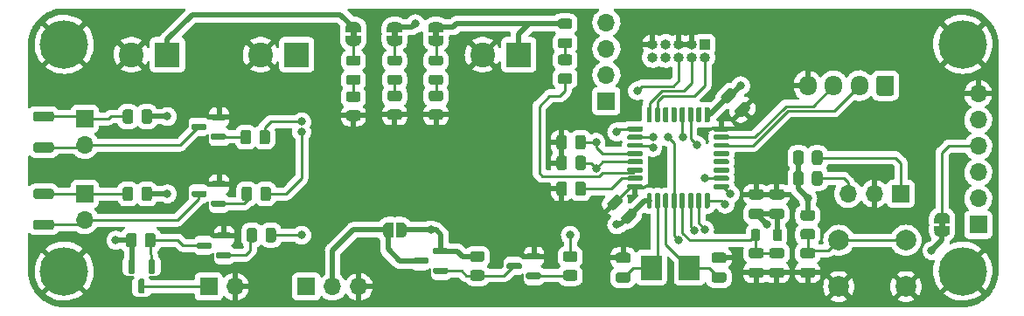
<source format=gbr>
G04 #@! TF.GenerationSoftware,KiCad,Pcbnew,6.0.6-3a73a75311~116~ubuntu22.04.1*
G04 #@! TF.CreationDate,2022-07-04T15:20:00+02:00*
G04 #@! TF.ProjectId,DccDecoder,44636344-6563-46f6-9465-722e6b696361,0.4.1*
G04 #@! TF.SameCoordinates,Original*
G04 #@! TF.FileFunction,Copper,L1,Top*
G04 #@! TF.FilePolarity,Positive*
%FSLAX46Y46*%
G04 Gerber Fmt 4.6, Leading zero omitted, Abs format (unit mm)*
G04 Created by KiCad (PCBNEW 6.0.6-3a73a75311~116~ubuntu22.04.1) date 2022-07-04 15:20:00*
%MOMM*%
%LPD*%
G01*
G04 APERTURE LIST*
G04 #@! TA.AperFunction,ComponentPad*
%ADD10O,1.700000X1.950000*%
G04 #@! TD*
G04 #@! TA.AperFunction,ComponentPad*
%ADD11R,2.400000X2.400000*%
G04 #@! TD*
G04 #@! TA.AperFunction,ComponentPad*
%ADD12C,2.400000*%
G04 #@! TD*
G04 #@! TA.AperFunction,ComponentPad*
%ADD13C,2.000000*%
G04 #@! TD*
G04 #@! TA.AperFunction,SMDPad,CuDef*
%ADD14R,2.000000X2.400000*%
G04 #@! TD*
G04 #@! TA.AperFunction,ComponentPad*
%ADD15C,4.700000*%
G04 #@! TD*
G04 #@! TA.AperFunction,ComponentPad*
%ADD16R,1.700000X1.700000*%
G04 #@! TD*
G04 #@! TA.AperFunction,ComponentPad*
%ADD17O,1.700000X1.700000*%
G04 #@! TD*
G04 #@! TA.AperFunction,ComponentPad*
%ADD18R,1.000000X1.000000*%
G04 #@! TD*
G04 #@! TA.AperFunction,ComponentPad*
%ADD19O,1.000000X1.000000*%
G04 #@! TD*
G04 #@! TA.AperFunction,ViaPad*
%ADD20C,0.800000*%
G04 #@! TD*
G04 #@! TA.AperFunction,Conductor*
%ADD21C,0.250000*%
G04 #@! TD*
G04 #@! TA.AperFunction,Conductor*
%ADD22C,0.500000*%
G04 #@! TD*
G04 APERTURE END LIST*
G36*
X65300000Y-43250000D02*
G01*
X64700000Y-43250000D01*
X64700000Y-42750000D01*
X65300000Y-42750000D01*
X65300000Y-43250000D01*
G37*
G36*
X57300000Y-43250000D02*
G01*
X56700000Y-43250000D01*
X56700000Y-42750000D01*
X57300000Y-42750000D01*
X57300000Y-43250000D01*
G37*
G36*
X61300000Y-43250000D02*
G01*
X60700000Y-43250000D01*
X60700000Y-42750000D01*
X61300000Y-42750000D01*
X61300000Y-43250000D01*
G37*
G36*
X114300000Y-61750000D02*
G01*
X113700000Y-61750000D01*
X113700000Y-61250000D01*
X114300000Y-61250000D01*
X114300000Y-61750000D01*
G37*
G04 #@! TA.AperFunction,SMDPad,CuDef*
G36*
G01*
X57456250Y-47925000D02*
X56543750Y-47925000D01*
G75*
G02*
X56300000Y-47681250I0J243750D01*
G01*
X56300000Y-47193750D01*
G75*
G02*
X56543750Y-46950000I243750J0D01*
G01*
X57456250Y-46950000D01*
G75*
G02*
X57700000Y-47193750I0J-243750D01*
G01*
X57700000Y-47681250D01*
G75*
G02*
X57456250Y-47925000I-243750J0D01*
G01*
G37*
G04 #@! TD.AperFunction*
G04 #@! TA.AperFunction,SMDPad,CuDef*
G36*
G01*
X57456250Y-46050000D02*
X56543750Y-46050000D01*
G75*
G02*
X56300000Y-45806250I0J243750D01*
G01*
X56300000Y-45318750D01*
G75*
G02*
X56543750Y-45075000I243750J0D01*
G01*
X57456250Y-45075000D01*
G75*
G02*
X57700000Y-45318750I0J-243750D01*
G01*
X57700000Y-45806250D01*
G75*
G02*
X57456250Y-46050000I-243750J0D01*
G01*
G37*
G04 #@! TD.AperFunction*
G04 #@! TA.AperFunction,SMDPad,CuDef*
G36*
G01*
X65456250Y-47925000D02*
X64543750Y-47925000D01*
G75*
G02*
X64300000Y-47681250I0J243750D01*
G01*
X64300000Y-47193750D01*
G75*
G02*
X64543750Y-46950000I243750J0D01*
G01*
X65456250Y-46950000D01*
G75*
G02*
X65700000Y-47193750I0J-243750D01*
G01*
X65700000Y-47681250D01*
G75*
G02*
X65456250Y-47925000I-243750J0D01*
G01*
G37*
G04 #@! TD.AperFunction*
G04 #@! TA.AperFunction,SMDPad,CuDef*
G36*
G01*
X65456250Y-46050000D02*
X64543750Y-46050000D01*
G75*
G02*
X64300000Y-45806250I0J243750D01*
G01*
X64300000Y-45318750D01*
G75*
G02*
X64543750Y-45075000I243750J0D01*
G01*
X65456250Y-45075000D01*
G75*
G02*
X65700000Y-45318750I0J-243750D01*
G01*
X65700000Y-45806250D01*
G75*
G02*
X65456250Y-46050000I-243750J0D01*
G01*
G37*
G04 #@! TD.AperFunction*
G04 #@! TA.AperFunction,SMDPad,CuDef*
G36*
X65750000Y-43150000D02*
G01*
X65750000Y-43650000D01*
X65745033Y-43650000D01*
X65743568Y-43729941D01*
X65701293Y-43865256D01*
X65622738Y-43983266D01*
X65514219Y-44074486D01*
X65384460Y-44131581D01*
X65250000Y-44149164D01*
X65250000Y-44150000D01*
X64750000Y-44150000D01*
X64750000Y-44149164D01*
X64743891Y-44149963D01*
X64603814Y-44128152D01*
X64475489Y-44067904D01*
X64369231Y-43974060D01*
X64293583Y-43854165D01*
X64254626Y-43717858D01*
X64255041Y-43650000D01*
X64250000Y-43650000D01*
X64250000Y-43150000D01*
X65750000Y-43150000D01*
G37*
G04 #@! TD.AperFunction*
G04 #@! TA.AperFunction,SMDPad,CuDef*
G36*
X64255041Y-42350000D02*
G01*
X64255492Y-42276095D01*
X64296111Y-42140274D01*
X64373218Y-42021312D01*
X64480615Y-41928774D01*
X64609667Y-41870097D01*
X64750000Y-41850000D01*
X65250000Y-41850000D01*
X65262216Y-41850149D01*
X65402017Y-41873669D01*
X65529596Y-41935481D01*
X65634700Y-42030616D01*
X65708877Y-42151426D01*
X65746166Y-42288199D01*
X65745033Y-42350000D01*
X65750000Y-42350000D01*
X65750000Y-42850000D01*
X64250000Y-42850000D01*
X64250000Y-42350000D01*
X64255041Y-42350000D01*
G37*
G04 #@! TD.AperFunction*
G04 #@! TA.AperFunction,SMDPad,CuDef*
G36*
X57750000Y-43150000D02*
G01*
X57750000Y-43650000D01*
X57745033Y-43650000D01*
X57743568Y-43729941D01*
X57701293Y-43865256D01*
X57622738Y-43983266D01*
X57514219Y-44074486D01*
X57384460Y-44131581D01*
X57250000Y-44149164D01*
X57250000Y-44150000D01*
X56750000Y-44150000D01*
X56750000Y-44149164D01*
X56743891Y-44149963D01*
X56603814Y-44128152D01*
X56475489Y-44067904D01*
X56369231Y-43974060D01*
X56293583Y-43854165D01*
X56254626Y-43717858D01*
X56255041Y-43650000D01*
X56250000Y-43650000D01*
X56250000Y-43150000D01*
X57750000Y-43150000D01*
G37*
G04 #@! TD.AperFunction*
G04 #@! TA.AperFunction,SMDPad,CuDef*
G36*
X56255041Y-42350000D02*
G01*
X56255492Y-42276095D01*
X56296111Y-42140274D01*
X56373218Y-42021312D01*
X56480615Y-41928774D01*
X56609667Y-41870097D01*
X56750000Y-41850000D01*
X57250000Y-41850000D01*
X57262216Y-41850149D01*
X57402017Y-41873669D01*
X57529596Y-41935481D01*
X57634700Y-42030616D01*
X57708877Y-42151426D01*
X57746166Y-42288199D01*
X57745033Y-42350000D01*
X57750000Y-42350000D01*
X57750000Y-42850000D01*
X56250000Y-42850000D01*
X56250000Y-42350000D01*
X56255041Y-42350000D01*
G37*
G04 #@! TD.AperFunction*
G04 #@! TA.AperFunction,SMDPad,CuDef*
G36*
X61750000Y-43150000D02*
G01*
X61750000Y-43650000D01*
X61745033Y-43650000D01*
X61743568Y-43729941D01*
X61701293Y-43865256D01*
X61622738Y-43983266D01*
X61514219Y-44074486D01*
X61384460Y-44131581D01*
X61250000Y-44149164D01*
X61250000Y-44150000D01*
X60750000Y-44150000D01*
X60750000Y-44149164D01*
X60743891Y-44149963D01*
X60603814Y-44128152D01*
X60475489Y-44067904D01*
X60369231Y-43974060D01*
X60293583Y-43854165D01*
X60254626Y-43717858D01*
X60255041Y-43650000D01*
X60250000Y-43650000D01*
X60250000Y-43150000D01*
X61750000Y-43150000D01*
G37*
G04 #@! TD.AperFunction*
G04 #@! TA.AperFunction,SMDPad,CuDef*
G36*
X60255041Y-42350000D02*
G01*
X60255492Y-42276095D01*
X60296111Y-42140274D01*
X60373218Y-42021312D01*
X60480615Y-41928774D01*
X60609667Y-41870097D01*
X60750000Y-41850000D01*
X61250000Y-41850000D01*
X61262216Y-41850149D01*
X61402017Y-41873669D01*
X61529596Y-41935481D01*
X61634700Y-42030616D01*
X61708877Y-42151426D01*
X61746166Y-42288199D01*
X61745033Y-42350000D01*
X61750000Y-42350000D01*
X61750000Y-42850000D01*
X60250000Y-42850000D01*
X60250000Y-42350000D01*
X60255041Y-42350000D01*
G37*
G04 #@! TD.AperFunction*
G04 #@! TA.AperFunction,SMDPad,CuDef*
G36*
G01*
X56550000Y-48575000D02*
X57450000Y-48575000D01*
G75*
G02*
X57700000Y-48825000I0J-250000D01*
G01*
X57700000Y-49350000D01*
G75*
G02*
X57450000Y-49600000I-250000J0D01*
G01*
X56550000Y-49600000D01*
G75*
G02*
X56300000Y-49350000I0J250000D01*
G01*
X56300000Y-48825000D01*
G75*
G02*
X56550000Y-48575000I250000J0D01*
G01*
G37*
G04 #@! TD.AperFunction*
G04 #@! TA.AperFunction,SMDPad,CuDef*
G36*
G01*
X56550000Y-50400000D02*
X57450000Y-50400000D01*
G75*
G02*
X57700000Y-50650000I0J-250000D01*
G01*
X57700000Y-51175000D01*
G75*
G02*
X57450000Y-51425000I-250000J0D01*
G01*
X56550000Y-51425000D01*
G75*
G02*
X56300000Y-51175000I0J250000D01*
G01*
X56300000Y-50650000D01*
G75*
G02*
X56550000Y-50400000I250000J0D01*
G01*
G37*
G04 #@! TD.AperFunction*
G04 #@! TA.AperFunction,SMDPad,CuDef*
G36*
G01*
X60550000Y-48487500D02*
X61450000Y-48487500D01*
G75*
G02*
X61700000Y-48737500I0J-250000D01*
G01*
X61700000Y-49262500D01*
G75*
G02*
X61450000Y-49512500I-250000J0D01*
G01*
X60550000Y-49512500D01*
G75*
G02*
X60300000Y-49262500I0J250000D01*
G01*
X60300000Y-48737500D01*
G75*
G02*
X60550000Y-48487500I250000J0D01*
G01*
G37*
G04 #@! TD.AperFunction*
G04 #@! TA.AperFunction,SMDPad,CuDef*
G36*
G01*
X60550000Y-50312500D02*
X61450000Y-50312500D01*
G75*
G02*
X61700000Y-50562500I0J-250000D01*
G01*
X61700000Y-51087500D01*
G75*
G02*
X61450000Y-51337500I-250000J0D01*
G01*
X60550000Y-51337500D01*
G75*
G02*
X60300000Y-51087500I0J250000D01*
G01*
X60300000Y-50562500D01*
G75*
G02*
X60550000Y-50312500I250000J0D01*
G01*
G37*
G04 #@! TD.AperFunction*
G04 #@! TA.AperFunction,SMDPad,CuDef*
G36*
G01*
X64550000Y-48487500D02*
X65450000Y-48487500D01*
G75*
G02*
X65700000Y-48737500I0J-250000D01*
G01*
X65700000Y-49262500D01*
G75*
G02*
X65450000Y-49512500I-250000J0D01*
G01*
X64550000Y-49512500D01*
G75*
G02*
X64300000Y-49262500I0J250000D01*
G01*
X64300000Y-48737500D01*
G75*
G02*
X64550000Y-48487500I250000J0D01*
G01*
G37*
G04 #@! TD.AperFunction*
G04 #@! TA.AperFunction,SMDPad,CuDef*
G36*
G01*
X64550000Y-50312500D02*
X65450000Y-50312500D01*
G75*
G02*
X65700000Y-50562500I0J-250000D01*
G01*
X65700000Y-51087500D01*
G75*
G02*
X65450000Y-51337500I-250000J0D01*
G01*
X64550000Y-51337500D01*
G75*
G02*
X64300000Y-51087500I0J250000D01*
G01*
X64300000Y-50562500D01*
G75*
G02*
X64550000Y-50312500I250000J0D01*
G01*
G37*
G04 #@! TD.AperFunction*
G04 #@! TA.AperFunction,ComponentPad*
G36*
G01*
X109350000Y-47275000D02*
X109350000Y-48725000D01*
G75*
G02*
X109100000Y-48975000I-250000J0D01*
G01*
X107900000Y-48975000D01*
G75*
G02*
X107650000Y-48725000I0J250000D01*
G01*
X107650000Y-47275000D01*
G75*
G02*
X107900000Y-47025000I250000J0D01*
G01*
X109100000Y-47025000D01*
G75*
G02*
X109350000Y-47275000I0J-250000D01*
G01*
G37*
G04 #@! TD.AperFunction*
D10*
X106000000Y-48000000D03*
X103500000Y-48000000D03*
X101000000Y-48000000D03*
D11*
X73000000Y-45000000D03*
D12*
X69500000Y-45000000D03*
G04 #@! TA.AperFunction,SMDPad,CuDef*
G36*
G01*
X61456250Y-47925000D02*
X60543750Y-47925000D01*
G75*
G02*
X60300000Y-47681250I0J243750D01*
G01*
X60300000Y-47193750D01*
G75*
G02*
X60543750Y-46950000I243750J0D01*
G01*
X61456250Y-46950000D01*
G75*
G02*
X61700000Y-47193750I0J-243750D01*
G01*
X61700000Y-47681250D01*
G75*
G02*
X61456250Y-47925000I-243750J0D01*
G01*
G37*
G04 #@! TD.AperFunction*
G04 #@! TA.AperFunction,SMDPad,CuDef*
G36*
G01*
X61456250Y-46050000D02*
X60543750Y-46050000D01*
G75*
G02*
X60300000Y-45806250I0J243750D01*
G01*
X60300000Y-45318750D01*
G75*
G02*
X60543750Y-45075000I243750J0D01*
G01*
X61456250Y-45075000D01*
G75*
G02*
X61700000Y-45318750I0J-243750D01*
G01*
X61700000Y-45806250D01*
G75*
G02*
X61456250Y-46050000I-243750J0D01*
G01*
G37*
G04 #@! TD.AperFunction*
D11*
X51500000Y-45000000D03*
D12*
X48000000Y-45000000D03*
G04 #@! TA.AperFunction,SMDPad,CuDef*
G36*
G01*
X81638820Y-59310571D02*
X82310571Y-58638820D01*
G75*
G02*
X82664125Y-58638820I176777J-176777D01*
G01*
X83017678Y-58992373D01*
G75*
G02*
X83017678Y-59345927I-176777J-176777D01*
G01*
X82345927Y-60017678D01*
G75*
G02*
X81992373Y-60017678I-176777J176777D01*
G01*
X81638820Y-59664125D01*
G75*
G02*
X81638820Y-59310571I176777J176777D01*
G01*
G37*
G04 #@! TD.AperFunction*
G04 #@! TA.AperFunction,SMDPad,CuDef*
G36*
G01*
X82982322Y-60654073D02*
X83654073Y-59982322D01*
G75*
G02*
X84007627Y-59982322I176777J-176777D01*
G01*
X84361180Y-60335875D01*
G75*
G02*
X84361180Y-60689429I-176777J-176777D01*
G01*
X83689429Y-61361180D01*
G75*
G02*
X83335875Y-61361180I-176777J176777D01*
G01*
X82982322Y-61007627D01*
G75*
G02*
X82982322Y-60654073I176777J176777D01*
G01*
G37*
G04 #@! TD.AperFunction*
G04 #@! TA.AperFunction,SMDPad,CuDef*
G36*
G01*
X95361180Y-50351429D02*
X94689429Y-51023180D01*
G75*
G02*
X94335875Y-51023180I-176777J176777D01*
G01*
X93982322Y-50669627D01*
G75*
G02*
X93982322Y-50316073I176777J176777D01*
G01*
X94654073Y-49644322D01*
G75*
G02*
X95007627Y-49644322I176777J-176777D01*
G01*
X95361180Y-49997875D01*
G75*
G02*
X95361180Y-50351429I-176777J-176777D01*
G01*
G37*
G04 #@! TD.AperFunction*
G04 #@! TA.AperFunction,SMDPad,CuDef*
G36*
G01*
X94017678Y-49007927D02*
X93345927Y-49679678D01*
G75*
G02*
X92992373Y-49679678I-176777J176777D01*
G01*
X92638820Y-49326125D01*
G75*
G02*
X92638820Y-48972571I176777J176777D01*
G01*
X93310571Y-48300820D01*
G75*
G02*
X93664125Y-48300820I176777J-176777D01*
G01*
X94017678Y-48654373D01*
G75*
G02*
X94017678Y-49007927I-176777J-176777D01*
G01*
G37*
G04 #@! TD.AperFunction*
G04 #@! TA.AperFunction,SMDPad,CuDef*
G36*
G01*
X100525000Y-63750000D02*
X101475000Y-63750000D01*
G75*
G02*
X101725000Y-64000000I0J-250000D01*
G01*
X101725000Y-64500000D01*
G75*
G02*
X101475000Y-64750000I-250000J0D01*
G01*
X100525000Y-64750000D01*
G75*
G02*
X100275000Y-64500000I0J250000D01*
G01*
X100275000Y-64000000D01*
G75*
G02*
X100525000Y-63750000I250000J0D01*
G01*
G37*
G04 #@! TD.AperFunction*
G04 #@! TA.AperFunction,SMDPad,CuDef*
G36*
G01*
X100525000Y-65650000D02*
X101475000Y-65650000D01*
G75*
G02*
X101725000Y-65900000I0J-250000D01*
G01*
X101725000Y-66400000D01*
G75*
G02*
X101475000Y-66650000I-250000J0D01*
G01*
X100525000Y-66650000D01*
G75*
G02*
X100275000Y-66400000I0J250000D01*
G01*
X100275000Y-65900000D01*
G75*
G02*
X100525000Y-65650000I250000J0D01*
G01*
G37*
G04 #@! TD.AperFunction*
G04 #@! TA.AperFunction,SMDPad,CuDef*
G36*
G01*
X83596000Y-67106000D02*
X82646000Y-67106000D01*
G75*
G02*
X82396000Y-66856000I0J250000D01*
G01*
X82396000Y-66356000D01*
G75*
G02*
X82646000Y-66106000I250000J0D01*
G01*
X83596000Y-66106000D01*
G75*
G02*
X83846000Y-66356000I0J-250000D01*
G01*
X83846000Y-66856000D01*
G75*
G02*
X83596000Y-67106000I-250000J0D01*
G01*
G37*
G04 #@! TD.AperFunction*
G04 #@! TA.AperFunction,SMDPad,CuDef*
G36*
G01*
X83596000Y-65206000D02*
X82646000Y-65206000D01*
G75*
G02*
X82396000Y-64956000I0J250000D01*
G01*
X82396000Y-64456000D01*
G75*
G02*
X82646000Y-64206000I250000J0D01*
G01*
X83596000Y-64206000D01*
G75*
G02*
X83846000Y-64456000I0J-250000D01*
G01*
X83846000Y-64956000D01*
G75*
G02*
X83596000Y-65206000I-250000J0D01*
G01*
G37*
G04 #@! TD.AperFunction*
G04 #@! TA.AperFunction,SMDPad,CuDef*
G36*
G01*
X92867000Y-67106000D02*
X91917000Y-67106000D01*
G75*
G02*
X91667000Y-66856000I0J250000D01*
G01*
X91667000Y-66356000D01*
G75*
G02*
X91917000Y-66106000I250000J0D01*
G01*
X92867000Y-66106000D01*
G75*
G02*
X93117000Y-66356000I0J-250000D01*
G01*
X93117000Y-66856000D01*
G75*
G02*
X92867000Y-67106000I-250000J0D01*
G01*
G37*
G04 #@! TD.AperFunction*
G04 #@! TA.AperFunction,SMDPad,CuDef*
G36*
G01*
X92867000Y-65206000D02*
X91917000Y-65206000D01*
G75*
G02*
X91667000Y-64956000I0J250000D01*
G01*
X91667000Y-64456000D01*
G75*
G02*
X91917000Y-64206000I250000J0D01*
G01*
X92867000Y-64206000D01*
G75*
G02*
X93117000Y-64456000I0J-250000D01*
G01*
X93117000Y-64956000D01*
G75*
G02*
X92867000Y-65206000I-250000J0D01*
G01*
G37*
G04 #@! TD.AperFunction*
G04 #@! TA.AperFunction,SMDPad,CuDef*
G36*
G01*
X96475000Y-60950000D02*
X95525000Y-60950000D01*
G75*
G02*
X95275000Y-60700000I0J250000D01*
G01*
X95275000Y-60200000D01*
G75*
G02*
X95525000Y-59950000I250000J0D01*
G01*
X96475000Y-59950000D01*
G75*
G02*
X96725000Y-60200000I0J-250000D01*
G01*
X96725000Y-60700000D01*
G75*
G02*
X96475000Y-60950000I-250000J0D01*
G01*
G37*
G04 #@! TD.AperFunction*
G04 #@! TA.AperFunction,SMDPad,CuDef*
G36*
G01*
X96475000Y-59050000D02*
X95525000Y-59050000D01*
G75*
G02*
X95275000Y-58800000I0J250000D01*
G01*
X95275000Y-58300000D01*
G75*
G02*
X95525000Y-58050000I250000J0D01*
G01*
X96475000Y-58050000D01*
G75*
G02*
X96725000Y-58300000I0J-250000D01*
G01*
X96725000Y-58800000D01*
G75*
G02*
X96475000Y-59050000I-250000J0D01*
G01*
G37*
G04 #@! TD.AperFunction*
G04 #@! TA.AperFunction,SMDPad,CuDef*
G36*
G01*
X97525000Y-63750000D02*
X98475000Y-63750000D01*
G75*
G02*
X98725000Y-64000000I0J-250000D01*
G01*
X98725000Y-64500000D01*
G75*
G02*
X98475000Y-64750000I-250000J0D01*
G01*
X97525000Y-64750000D01*
G75*
G02*
X97275000Y-64500000I0J250000D01*
G01*
X97275000Y-64000000D01*
G75*
G02*
X97525000Y-63750000I250000J0D01*
G01*
G37*
G04 #@! TD.AperFunction*
G04 #@! TA.AperFunction,SMDPad,CuDef*
G36*
G01*
X97525000Y-65650000D02*
X98475000Y-65650000D01*
G75*
G02*
X98725000Y-65900000I0J-250000D01*
G01*
X98725000Y-66400000D01*
G75*
G02*
X98475000Y-66650000I-250000J0D01*
G01*
X97525000Y-66650000D01*
G75*
G02*
X97275000Y-66400000I0J250000D01*
G01*
X97275000Y-65900000D01*
G75*
G02*
X97525000Y-65650000I250000J0D01*
G01*
G37*
G04 #@! TD.AperFunction*
G04 #@! TA.AperFunction,SMDPad,CuDef*
G36*
G01*
X95525000Y-63750000D02*
X96475000Y-63750000D01*
G75*
G02*
X96725000Y-64000000I0J-250000D01*
G01*
X96725000Y-64500000D01*
G75*
G02*
X96475000Y-64750000I-250000J0D01*
G01*
X95525000Y-64750000D01*
G75*
G02*
X95275000Y-64500000I0J250000D01*
G01*
X95275000Y-64000000D01*
G75*
G02*
X95525000Y-63750000I250000J0D01*
G01*
G37*
G04 #@! TD.AperFunction*
G04 #@! TA.AperFunction,SMDPad,CuDef*
G36*
G01*
X95525000Y-65650000D02*
X96475000Y-65650000D01*
G75*
G02*
X96725000Y-65900000I0J-250000D01*
G01*
X96725000Y-66400000D01*
G75*
G02*
X96475000Y-66650000I-250000J0D01*
G01*
X95525000Y-66650000D01*
G75*
G02*
X95275000Y-66400000I0J250000D01*
G01*
X95275000Y-65900000D01*
G75*
G02*
X95525000Y-65650000I250000J0D01*
G01*
G37*
G04 #@! TD.AperFunction*
G04 #@! TA.AperFunction,SMDPad,CuDef*
G36*
G01*
X95500000Y-62881250D02*
X95500000Y-62118750D01*
G75*
G02*
X95718750Y-61900000I218750J0D01*
G01*
X96156250Y-61900000D01*
G75*
G02*
X96375000Y-62118750I0J-218750D01*
G01*
X96375000Y-62881250D01*
G75*
G02*
X96156250Y-63100000I-218750J0D01*
G01*
X95718750Y-63100000D01*
G75*
G02*
X95500000Y-62881250I0J218750D01*
G01*
G37*
G04 #@! TD.AperFunction*
G04 #@! TA.AperFunction,SMDPad,CuDef*
G36*
G01*
X97625000Y-62881250D02*
X97625000Y-62118750D01*
G75*
G02*
X97843750Y-61900000I218750J0D01*
G01*
X98281250Y-61900000D01*
G75*
G02*
X98500000Y-62118750I0J-218750D01*
G01*
X98500000Y-62881250D01*
G75*
G02*
X98281250Y-63100000I-218750J0D01*
G01*
X97843750Y-63100000D01*
G75*
G02*
X97625000Y-62881250I0J218750D01*
G01*
G37*
G04 #@! TD.AperFunction*
G04 #@! TA.AperFunction,SMDPad,CuDef*
G36*
G01*
X79512500Y-57550000D02*
X79512500Y-58450000D01*
G75*
G02*
X79262500Y-58700000I-250000J0D01*
G01*
X78737500Y-58700000D01*
G75*
G02*
X78487500Y-58450000I0J250000D01*
G01*
X78487500Y-57550000D01*
G75*
G02*
X78737500Y-57300000I250000J0D01*
G01*
X79262500Y-57300000D01*
G75*
G02*
X79512500Y-57550000I0J-250000D01*
G01*
G37*
G04 #@! TD.AperFunction*
G04 #@! TA.AperFunction,SMDPad,CuDef*
G36*
G01*
X77687500Y-57550000D02*
X77687500Y-58450000D01*
G75*
G02*
X77437500Y-58700000I-250000J0D01*
G01*
X76912500Y-58700000D01*
G75*
G02*
X76662500Y-58450000I0J250000D01*
G01*
X76662500Y-57550000D01*
G75*
G02*
X76912500Y-57300000I250000J0D01*
G01*
X77437500Y-57300000D01*
G75*
G02*
X77687500Y-57550000I0J-250000D01*
G01*
G37*
G04 #@! TD.AperFunction*
G04 #@! TA.AperFunction,SMDPad,CuDef*
G36*
G01*
X100550000Y-60075000D02*
X101450000Y-60075000D01*
G75*
G02*
X101700000Y-60325000I0J-250000D01*
G01*
X101700000Y-60850000D01*
G75*
G02*
X101450000Y-61100000I-250000J0D01*
G01*
X100550000Y-61100000D01*
G75*
G02*
X100300000Y-60850000I0J250000D01*
G01*
X100300000Y-60325000D01*
G75*
G02*
X100550000Y-60075000I250000J0D01*
G01*
G37*
G04 #@! TD.AperFunction*
G04 #@! TA.AperFunction,SMDPad,CuDef*
G36*
G01*
X100550000Y-61900000D02*
X101450000Y-61900000D01*
G75*
G02*
X101700000Y-62150000I0J-250000D01*
G01*
X101700000Y-62675000D01*
G75*
G02*
X101450000Y-62925000I-250000J0D01*
G01*
X100550000Y-62925000D01*
G75*
G02*
X100300000Y-62675000I0J250000D01*
G01*
X100300000Y-62150000D01*
G75*
G02*
X100550000Y-61900000I250000J0D01*
G01*
G37*
G04 #@! TD.AperFunction*
D13*
X110500000Y-63000000D03*
X104000000Y-63000000D03*
X104000000Y-67500000D03*
X110500000Y-67500000D03*
G04 #@! TA.AperFunction,SMDPad,CuDef*
G36*
G01*
X85780000Y-59921000D02*
X85530000Y-59921000D01*
G75*
G02*
X85405000Y-59796000I0J125000D01*
G01*
X85405000Y-58546000D01*
G75*
G02*
X85530000Y-58421000I125000J0D01*
G01*
X85780000Y-58421000D01*
G75*
G02*
X85905000Y-58546000I0J-125000D01*
G01*
X85905000Y-59796000D01*
G75*
G02*
X85780000Y-59921000I-125000J0D01*
G01*
G37*
G04 #@! TD.AperFunction*
G04 #@! TA.AperFunction,SMDPad,CuDef*
G36*
G01*
X86580000Y-59921000D02*
X86330000Y-59921000D01*
G75*
G02*
X86205000Y-59796000I0J125000D01*
G01*
X86205000Y-58546000D01*
G75*
G02*
X86330000Y-58421000I125000J0D01*
G01*
X86580000Y-58421000D01*
G75*
G02*
X86705000Y-58546000I0J-125000D01*
G01*
X86705000Y-59796000D01*
G75*
G02*
X86580000Y-59921000I-125000J0D01*
G01*
G37*
G04 #@! TD.AperFunction*
G04 #@! TA.AperFunction,SMDPad,CuDef*
G36*
G01*
X87380000Y-59921000D02*
X87130000Y-59921000D01*
G75*
G02*
X87005000Y-59796000I0J125000D01*
G01*
X87005000Y-58546000D01*
G75*
G02*
X87130000Y-58421000I125000J0D01*
G01*
X87380000Y-58421000D01*
G75*
G02*
X87505000Y-58546000I0J-125000D01*
G01*
X87505000Y-59796000D01*
G75*
G02*
X87380000Y-59921000I-125000J0D01*
G01*
G37*
G04 #@! TD.AperFunction*
G04 #@! TA.AperFunction,SMDPad,CuDef*
G36*
G01*
X88180000Y-59921000D02*
X87930000Y-59921000D01*
G75*
G02*
X87805000Y-59796000I0J125000D01*
G01*
X87805000Y-58546000D01*
G75*
G02*
X87930000Y-58421000I125000J0D01*
G01*
X88180000Y-58421000D01*
G75*
G02*
X88305000Y-58546000I0J-125000D01*
G01*
X88305000Y-59796000D01*
G75*
G02*
X88180000Y-59921000I-125000J0D01*
G01*
G37*
G04 #@! TD.AperFunction*
G04 #@! TA.AperFunction,SMDPad,CuDef*
G36*
G01*
X88980000Y-59921000D02*
X88730000Y-59921000D01*
G75*
G02*
X88605000Y-59796000I0J125000D01*
G01*
X88605000Y-58546000D01*
G75*
G02*
X88730000Y-58421000I125000J0D01*
G01*
X88980000Y-58421000D01*
G75*
G02*
X89105000Y-58546000I0J-125000D01*
G01*
X89105000Y-59796000D01*
G75*
G02*
X88980000Y-59921000I-125000J0D01*
G01*
G37*
G04 #@! TD.AperFunction*
G04 #@! TA.AperFunction,SMDPad,CuDef*
G36*
G01*
X89780000Y-59921000D02*
X89530000Y-59921000D01*
G75*
G02*
X89405000Y-59796000I0J125000D01*
G01*
X89405000Y-58546000D01*
G75*
G02*
X89530000Y-58421000I125000J0D01*
G01*
X89780000Y-58421000D01*
G75*
G02*
X89905000Y-58546000I0J-125000D01*
G01*
X89905000Y-59796000D01*
G75*
G02*
X89780000Y-59921000I-125000J0D01*
G01*
G37*
G04 #@! TD.AperFunction*
G04 #@! TA.AperFunction,SMDPad,CuDef*
G36*
G01*
X90580000Y-59921000D02*
X90330000Y-59921000D01*
G75*
G02*
X90205000Y-59796000I0J125000D01*
G01*
X90205000Y-58546000D01*
G75*
G02*
X90330000Y-58421000I125000J0D01*
G01*
X90580000Y-58421000D01*
G75*
G02*
X90705000Y-58546000I0J-125000D01*
G01*
X90705000Y-59796000D01*
G75*
G02*
X90580000Y-59921000I-125000J0D01*
G01*
G37*
G04 #@! TD.AperFunction*
G04 #@! TA.AperFunction,SMDPad,CuDef*
G36*
G01*
X91380000Y-59921000D02*
X91130000Y-59921000D01*
G75*
G02*
X91005000Y-59796000I0J125000D01*
G01*
X91005000Y-58546000D01*
G75*
G02*
X91130000Y-58421000I125000J0D01*
G01*
X91380000Y-58421000D01*
G75*
G02*
X91505000Y-58546000I0J-125000D01*
G01*
X91505000Y-59796000D01*
G75*
G02*
X91380000Y-59921000I-125000J0D01*
G01*
G37*
G04 #@! TD.AperFunction*
G04 #@! TA.AperFunction,SMDPad,CuDef*
G36*
G01*
X93255000Y-58046000D02*
X92005000Y-58046000D01*
G75*
G02*
X91880000Y-57921000I0J125000D01*
G01*
X91880000Y-57671000D01*
G75*
G02*
X92005000Y-57546000I125000J0D01*
G01*
X93255000Y-57546000D01*
G75*
G02*
X93380000Y-57671000I0J-125000D01*
G01*
X93380000Y-57921000D01*
G75*
G02*
X93255000Y-58046000I-125000J0D01*
G01*
G37*
G04 #@! TD.AperFunction*
G04 #@! TA.AperFunction,SMDPad,CuDef*
G36*
G01*
X93255000Y-57246000D02*
X92005000Y-57246000D01*
G75*
G02*
X91880000Y-57121000I0J125000D01*
G01*
X91880000Y-56871000D01*
G75*
G02*
X92005000Y-56746000I125000J0D01*
G01*
X93255000Y-56746000D01*
G75*
G02*
X93380000Y-56871000I0J-125000D01*
G01*
X93380000Y-57121000D01*
G75*
G02*
X93255000Y-57246000I-125000J0D01*
G01*
G37*
G04 #@! TD.AperFunction*
G04 #@! TA.AperFunction,SMDPad,CuDef*
G36*
G01*
X93255000Y-56446000D02*
X92005000Y-56446000D01*
G75*
G02*
X91880000Y-56321000I0J125000D01*
G01*
X91880000Y-56071000D01*
G75*
G02*
X92005000Y-55946000I125000J0D01*
G01*
X93255000Y-55946000D01*
G75*
G02*
X93380000Y-56071000I0J-125000D01*
G01*
X93380000Y-56321000D01*
G75*
G02*
X93255000Y-56446000I-125000J0D01*
G01*
G37*
G04 #@! TD.AperFunction*
G04 #@! TA.AperFunction,SMDPad,CuDef*
G36*
G01*
X93255000Y-55646000D02*
X92005000Y-55646000D01*
G75*
G02*
X91880000Y-55521000I0J125000D01*
G01*
X91880000Y-55271000D01*
G75*
G02*
X92005000Y-55146000I125000J0D01*
G01*
X93255000Y-55146000D01*
G75*
G02*
X93380000Y-55271000I0J-125000D01*
G01*
X93380000Y-55521000D01*
G75*
G02*
X93255000Y-55646000I-125000J0D01*
G01*
G37*
G04 #@! TD.AperFunction*
G04 #@! TA.AperFunction,SMDPad,CuDef*
G36*
G01*
X93255000Y-54846000D02*
X92005000Y-54846000D01*
G75*
G02*
X91880000Y-54721000I0J125000D01*
G01*
X91880000Y-54471000D01*
G75*
G02*
X92005000Y-54346000I125000J0D01*
G01*
X93255000Y-54346000D01*
G75*
G02*
X93380000Y-54471000I0J-125000D01*
G01*
X93380000Y-54721000D01*
G75*
G02*
X93255000Y-54846000I-125000J0D01*
G01*
G37*
G04 #@! TD.AperFunction*
G04 #@! TA.AperFunction,SMDPad,CuDef*
G36*
G01*
X93255000Y-54046000D02*
X92005000Y-54046000D01*
G75*
G02*
X91880000Y-53921000I0J125000D01*
G01*
X91880000Y-53671000D01*
G75*
G02*
X92005000Y-53546000I125000J0D01*
G01*
X93255000Y-53546000D01*
G75*
G02*
X93380000Y-53671000I0J-125000D01*
G01*
X93380000Y-53921000D01*
G75*
G02*
X93255000Y-54046000I-125000J0D01*
G01*
G37*
G04 #@! TD.AperFunction*
G04 #@! TA.AperFunction,SMDPad,CuDef*
G36*
G01*
X93255000Y-53246000D02*
X92005000Y-53246000D01*
G75*
G02*
X91880000Y-53121000I0J125000D01*
G01*
X91880000Y-52871000D01*
G75*
G02*
X92005000Y-52746000I125000J0D01*
G01*
X93255000Y-52746000D01*
G75*
G02*
X93380000Y-52871000I0J-125000D01*
G01*
X93380000Y-53121000D01*
G75*
G02*
X93255000Y-53246000I-125000J0D01*
G01*
G37*
G04 #@! TD.AperFunction*
G04 #@! TA.AperFunction,SMDPad,CuDef*
G36*
G01*
X93255000Y-52446000D02*
X92005000Y-52446000D01*
G75*
G02*
X91880000Y-52321000I0J125000D01*
G01*
X91880000Y-52071000D01*
G75*
G02*
X92005000Y-51946000I125000J0D01*
G01*
X93255000Y-51946000D01*
G75*
G02*
X93380000Y-52071000I0J-125000D01*
G01*
X93380000Y-52321000D01*
G75*
G02*
X93255000Y-52446000I-125000J0D01*
G01*
G37*
G04 #@! TD.AperFunction*
G04 #@! TA.AperFunction,SMDPad,CuDef*
G36*
G01*
X91380000Y-51571000D02*
X91130000Y-51571000D01*
G75*
G02*
X91005000Y-51446000I0J125000D01*
G01*
X91005000Y-50196000D01*
G75*
G02*
X91130000Y-50071000I125000J0D01*
G01*
X91380000Y-50071000D01*
G75*
G02*
X91505000Y-50196000I0J-125000D01*
G01*
X91505000Y-51446000D01*
G75*
G02*
X91380000Y-51571000I-125000J0D01*
G01*
G37*
G04 #@! TD.AperFunction*
G04 #@! TA.AperFunction,SMDPad,CuDef*
G36*
G01*
X90580000Y-51571000D02*
X90330000Y-51571000D01*
G75*
G02*
X90205000Y-51446000I0J125000D01*
G01*
X90205000Y-50196000D01*
G75*
G02*
X90330000Y-50071000I125000J0D01*
G01*
X90580000Y-50071000D01*
G75*
G02*
X90705000Y-50196000I0J-125000D01*
G01*
X90705000Y-51446000D01*
G75*
G02*
X90580000Y-51571000I-125000J0D01*
G01*
G37*
G04 #@! TD.AperFunction*
G04 #@! TA.AperFunction,SMDPad,CuDef*
G36*
G01*
X89780000Y-51571000D02*
X89530000Y-51571000D01*
G75*
G02*
X89405000Y-51446000I0J125000D01*
G01*
X89405000Y-50196000D01*
G75*
G02*
X89530000Y-50071000I125000J0D01*
G01*
X89780000Y-50071000D01*
G75*
G02*
X89905000Y-50196000I0J-125000D01*
G01*
X89905000Y-51446000D01*
G75*
G02*
X89780000Y-51571000I-125000J0D01*
G01*
G37*
G04 #@! TD.AperFunction*
G04 #@! TA.AperFunction,SMDPad,CuDef*
G36*
G01*
X88980000Y-51571000D02*
X88730000Y-51571000D01*
G75*
G02*
X88605000Y-51446000I0J125000D01*
G01*
X88605000Y-50196000D01*
G75*
G02*
X88730000Y-50071000I125000J0D01*
G01*
X88980000Y-50071000D01*
G75*
G02*
X89105000Y-50196000I0J-125000D01*
G01*
X89105000Y-51446000D01*
G75*
G02*
X88980000Y-51571000I-125000J0D01*
G01*
G37*
G04 #@! TD.AperFunction*
G04 #@! TA.AperFunction,SMDPad,CuDef*
G36*
G01*
X88180000Y-51571000D02*
X87930000Y-51571000D01*
G75*
G02*
X87805000Y-51446000I0J125000D01*
G01*
X87805000Y-50196000D01*
G75*
G02*
X87930000Y-50071000I125000J0D01*
G01*
X88180000Y-50071000D01*
G75*
G02*
X88305000Y-50196000I0J-125000D01*
G01*
X88305000Y-51446000D01*
G75*
G02*
X88180000Y-51571000I-125000J0D01*
G01*
G37*
G04 #@! TD.AperFunction*
G04 #@! TA.AperFunction,SMDPad,CuDef*
G36*
G01*
X87380000Y-51571000D02*
X87130000Y-51571000D01*
G75*
G02*
X87005000Y-51446000I0J125000D01*
G01*
X87005000Y-50196000D01*
G75*
G02*
X87130000Y-50071000I125000J0D01*
G01*
X87380000Y-50071000D01*
G75*
G02*
X87505000Y-50196000I0J-125000D01*
G01*
X87505000Y-51446000D01*
G75*
G02*
X87380000Y-51571000I-125000J0D01*
G01*
G37*
G04 #@! TD.AperFunction*
G04 #@! TA.AperFunction,SMDPad,CuDef*
G36*
G01*
X86580000Y-51571000D02*
X86330000Y-51571000D01*
G75*
G02*
X86205000Y-51446000I0J125000D01*
G01*
X86205000Y-50196000D01*
G75*
G02*
X86330000Y-50071000I125000J0D01*
G01*
X86580000Y-50071000D01*
G75*
G02*
X86705000Y-50196000I0J-125000D01*
G01*
X86705000Y-51446000D01*
G75*
G02*
X86580000Y-51571000I-125000J0D01*
G01*
G37*
G04 #@! TD.AperFunction*
G04 #@! TA.AperFunction,SMDPad,CuDef*
G36*
G01*
X85780000Y-51571000D02*
X85530000Y-51571000D01*
G75*
G02*
X85405000Y-51446000I0J125000D01*
G01*
X85405000Y-50196000D01*
G75*
G02*
X85530000Y-50071000I125000J0D01*
G01*
X85780000Y-50071000D01*
G75*
G02*
X85905000Y-50196000I0J-125000D01*
G01*
X85905000Y-51446000D01*
G75*
G02*
X85780000Y-51571000I-125000J0D01*
G01*
G37*
G04 #@! TD.AperFunction*
G04 #@! TA.AperFunction,SMDPad,CuDef*
G36*
G01*
X84905000Y-52446000D02*
X83655000Y-52446000D01*
G75*
G02*
X83530000Y-52321000I0J125000D01*
G01*
X83530000Y-52071000D01*
G75*
G02*
X83655000Y-51946000I125000J0D01*
G01*
X84905000Y-51946000D01*
G75*
G02*
X85030000Y-52071000I0J-125000D01*
G01*
X85030000Y-52321000D01*
G75*
G02*
X84905000Y-52446000I-125000J0D01*
G01*
G37*
G04 #@! TD.AperFunction*
G04 #@! TA.AperFunction,SMDPad,CuDef*
G36*
G01*
X84905000Y-53246000D02*
X83655000Y-53246000D01*
G75*
G02*
X83530000Y-53121000I0J125000D01*
G01*
X83530000Y-52871000D01*
G75*
G02*
X83655000Y-52746000I125000J0D01*
G01*
X84905000Y-52746000D01*
G75*
G02*
X85030000Y-52871000I0J-125000D01*
G01*
X85030000Y-53121000D01*
G75*
G02*
X84905000Y-53246000I-125000J0D01*
G01*
G37*
G04 #@! TD.AperFunction*
G04 #@! TA.AperFunction,SMDPad,CuDef*
G36*
G01*
X84905000Y-54046000D02*
X83655000Y-54046000D01*
G75*
G02*
X83530000Y-53921000I0J125000D01*
G01*
X83530000Y-53671000D01*
G75*
G02*
X83655000Y-53546000I125000J0D01*
G01*
X84905000Y-53546000D01*
G75*
G02*
X85030000Y-53671000I0J-125000D01*
G01*
X85030000Y-53921000D01*
G75*
G02*
X84905000Y-54046000I-125000J0D01*
G01*
G37*
G04 #@! TD.AperFunction*
G04 #@! TA.AperFunction,SMDPad,CuDef*
G36*
G01*
X84905000Y-54846000D02*
X83655000Y-54846000D01*
G75*
G02*
X83530000Y-54721000I0J125000D01*
G01*
X83530000Y-54471000D01*
G75*
G02*
X83655000Y-54346000I125000J0D01*
G01*
X84905000Y-54346000D01*
G75*
G02*
X85030000Y-54471000I0J-125000D01*
G01*
X85030000Y-54721000D01*
G75*
G02*
X84905000Y-54846000I-125000J0D01*
G01*
G37*
G04 #@! TD.AperFunction*
G04 #@! TA.AperFunction,SMDPad,CuDef*
G36*
G01*
X84905000Y-55646000D02*
X83655000Y-55646000D01*
G75*
G02*
X83530000Y-55521000I0J125000D01*
G01*
X83530000Y-55271000D01*
G75*
G02*
X83655000Y-55146000I125000J0D01*
G01*
X84905000Y-55146000D01*
G75*
G02*
X85030000Y-55271000I0J-125000D01*
G01*
X85030000Y-55521000D01*
G75*
G02*
X84905000Y-55646000I-125000J0D01*
G01*
G37*
G04 #@! TD.AperFunction*
G04 #@! TA.AperFunction,SMDPad,CuDef*
G36*
G01*
X84905000Y-56446000D02*
X83655000Y-56446000D01*
G75*
G02*
X83530000Y-56321000I0J125000D01*
G01*
X83530000Y-56071000D01*
G75*
G02*
X83655000Y-55946000I125000J0D01*
G01*
X84905000Y-55946000D01*
G75*
G02*
X85030000Y-56071000I0J-125000D01*
G01*
X85030000Y-56321000D01*
G75*
G02*
X84905000Y-56446000I-125000J0D01*
G01*
G37*
G04 #@! TD.AperFunction*
G04 #@! TA.AperFunction,SMDPad,CuDef*
G36*
G01*
X84905000Y-57246000D02*
X83655000Y-57246000D01*
G75*
G02*
X83530000Y-57121000I0J125000D01*
G01*
X83530000Y-56871000D01*
G75*
G02*
X83655000Y-56746000I125000J0D01*
G01*
X84905000Y-56746000D01*
G75*
G02*
X85030000Y-56871000I0J-125000D01*
G01*
X85030000Y-57121000D01*
G75*
G02*
X84905000Y-57246000I-125000J0D01*
G01*
G37*
G04 #@! TD.AperFunction*
G04 #@! TA.AperFunction,SMDPad,CuDef*
G36*
G01*
X84905000Y-58046000D02*
X83655000Y-58046000D01*
G75*
G02*
X83530000Y-57921000I0J125000D01*
G01*
X83530000Y-57671000D01*
G75*
G02*
X83655000Y-57546000I125000J0D01*
G01*
X84905000Y-57546000D01*
G75*
G02*
X85030000Y-57671000I0J-125000D01*
G01*
X85030000Y-57921000D01*
G75*
G02*
X84905000Y-58046000I-125000J0D01*
G01*
G37*
G04 #@! TD.AperFunction*
D14*
X85843000Y-65656000D03*
X89543000Y-65656000D03*
D15*
X29000000Y-44000000D03*
X29000000Y-66000000D03*
X116000000Y-44000000D03*
X116000000Y-66000000D03*
D11*
X39000000Y-45000000D03*
D12*
X35500000Y-45000000D03*
G04 #@! TA.AperFunction,SMDPad,CuDef*
G36*
G01*
X98475000Y-60950000D02*
X97525000Y-60950000D01*
G75*
G02*
X97275000Y-60700000I0J250000D01*
G01*
X97275000Y-60200000D01*
G75*
G02*
X97525000Y-59950000I250000J0D01*
G01*
X98475000Y-59950000D01*
G75*
G02*
X98725000Y-60200000I0J-250000D01*
G01*
X98725000Y-60700000D01*
G75*
G02*
X98475000Y-60950000I-250000J0D01*
G01*
G37*
G04 #@! TD.AperFunction*
G04 #@! TA.AperFunction,SMDPad,CuDef*
G36*
G01*
X98475000Y-59050000D02*
X97525000Y-59050000D01*
G75*
G02*
X97275000Y-58800000I0J250000D01*
G01*
X97275000Y-58300000D01*
G75*
G02*
X97525000Y-58050000I250000J0D01*
G01*
X98475000Y-58050000D01*
G75*
G02*
X98725000Y-58300000I0J-250000D01*
G01*
X98725000Y-58800000D01*
G75*
G02*
X98475000Y-59050000I-250000J0D01*
G01*
G37*
G04 #@! TD.AperFunction*
D16*
X117500000Y-61500000D03*
D17*
X117500000Y-58960000D03*
X117500000Y-56420000D03*
X117500000Y-53880000D03*
X117500000Y-51340000D03*
X117500000Y-48800000D03*
G04 #@! TA.AperFunction,SMDPad,CuDef*
G36*
X113250000Y-61350000D02*
G01*
X113250000Y-60850000D01*
X113254967Y-60850000D01*
X113256432Y-60770059D01*
X113298707Y-60634744D01*
X113377262Y-60516734D01*
X113485781Y-60425514D01*
X113615540Y-60368419D01*
X113750000Y-60350836D01*
X113750000Y-60350000D01*
X114250000Y-60350000D01*
X114250000Y-60350836D01*
X114256109Y-60350037D01*
X114396186Y-60371848D01*
X114524511Y-60432096D01*
X114630769Y-60525940D01*
X114706417Y-60645835D01*
X114745374Y-60782142D01*
X114744959Y-60850000D01*
X114750000Y-60850000D01*
X114750000Y-61350000D01*
X113250000Y-61350000D01*
G37*
G04 #@! TD.AperFunction*
G04 #@! TA.AperFunction,SMDPad,CuDef*
G36*
X114744959Y-62150000D02*
G01*
X114744508Y-62223905D01*
X114703889Y-62359726D01*
X114626782Y-62478688D01*
X114519385Y-62571226D01*
X114390333Y-62629903D01*
X114250000Y-62650000D01*
X113750000Y-62650000D01*
X113737784Y-62649851D01*
X113597983Y-62626331D01*
X113470404Y-62564519D01*
X113365300Y-62469384D01*
X113291123Y-62348574D01*
X113253834Y-62211801D01*
X113254967Y-62150000D01*
X113250000Y-62150000D01*
X113250000Y-61650000D01*
X114750000Y-61650000D01*
X114750000Y-62150000D01*
X114744959Y-62150000D01*
G37*
G04 #@! TD.AperFunction*
D18*
X91040000Y-44000000D03*
D19*
X91040000Y-45270000D03*
X89770000Y-44000000D03*
X89770000Y-45270000D03*
X88500000Y-44000000D03*
X88500000Y-45270000D03*
X87230000Y-44000000D03*
X87230000Y-45270000D03*
X85960000Y-44000000D03*
X85960000Y-45270000D03*
D16*
X110000000Y-58500000D03*
D17*
X107460000Y-58500000D03*
X104920000Y-58500000D03*
G04 #@! TA.AperFunction,SMDPad,CuDef*
G36*
G01*
X44675000Y-52800000D02*
X44675000Y-53100000D01*
G75*
G02*
X44525000Y-53250000I-150000J0D01*
G01*
X43350000Y-53250000D01*
G75*
G02*
X43200000Y-53100000I0J150000D01*
G01*
X43200000Y-52800000D01*
G75*
G02*
X43350000Y-52650000I150000J0D01*
G01*
X44525000Y-52650000D01*
G75*
G02*
X44675000Y-52800000I0J-150000D01*
G01*
G37*
G04 #@! TD.AperFunction*
G04 #@! TA.AperFunction,SMDPad,CuDef*
G36*
G01*
X44675000Y-50900000D02*
X44675000Y-51200000D01*
G75*
G02*
X44525000Y-51350000I-150000J0D01*
G01*
X43350000Y-51350000D01*
G75*
G02*
X43200000Y-51200000I0J150000D01*
G01*
X43200000Y-50900000D01*
G75*
G02*
X43350000Y-50750000I150000J0D01*
G01*
X44525000Y-50750000D01*
G75*
G02*
X44675000Y-50900000I0J-150000D01*
G01*
G37*
G04 #@! TD.AperFunction*
G04 #@! TA.AperFunction,SMDPad,CuDef*
G36*
G01*
X42800000Y-51850000D02*
X42800000Y-52150000D01*
G75*
G02*
X42650000Y-52300000I-150000J0D01*
G01*
X41475000Y-52300000D01*
G75*
G02*
X41325000Y-52150000I0J150000D01*
G01*
X41325000Y-51850000D01*
G75*
G02*
X41475000Y-51700000I150000J0D01*
G01*
X42650000Y-51700000D01*
G75*
G02*
X42800000Y-51850000I0J-150000D01*
G01*
G37*
G04 #@! TD.AperFunction*
G04 #@! TA.AperFunction,SMDPad,CuDef*
G36*
G01*
X99575000Y-55450000D02*
X99575000Y-54550000D01*
G75*
G02*
X99825000Y-54300000I250000J0D01*
G01*
X100350000Y-54300000D01*
G75*
G02*
X100600000Y-54550000I0J-250000D01*
G01*
X100600000Y-55450000D01*
G75*
G02*
X100350000Y-55700000I-250000J0D01*
G01*
X99825000Y-55700000D01*
G75*
G02*
X99575000Y-55450000I0J250000D01*
G01*
G37*
G04 #@! TD.AperFunction*
G04 #@! TA.AperFunction,SMDPad,CuDef*
G36*
G01*
X101400000Y-55450000D02*
X101400000Y-54550000D01*
G75*
G02*
X101650000Y-54300000I250000J0D01*
G01*
X102175000Y-54300000D01*
G75*
G02*
X102425000Y-54550000I0J-250000D01*
G01*
X102425000Y-55450000D01*
G75*
G02*
X102175000Y-55700000I-250000J0D01*
G01*
X101650000Y-55700000D01*
G75*
G02*
X101400000Y-55450000I0J250000D01*
G01*
G37*
G04 #@! TD.AperFunction*
G04 #@! TA.AperFunction,SMDPad,CuDef*
G36*
G01*
X48925000Y-52550000D02*
X48925000Y-53450000D01*
G75*
G02*
X48675000Y-53700000I-250000J0D01*
G01*
X48150000Y-53700000D01*
G75*
G02*
X47900000Y-53450000I0J250000D01*
G01*
X47900000Y-52550000D01*
G75*
G02*
X48150000Y-52300000I250000J0D01*
G01*
X48675000Y-52300000D01*
G75*
G02*
X48925000Y-52550000I0J-250000D01*
G01*
G37*
G04 #@! TD.AperFunction*
G04 #@! TA.AperFunction,SMDPad,CuDef*
G36*
G01*
X47100000Y-52550000D02*
X47100000Y-53450000D01*
G75*
G02*
X46850000Y-53700000I-250000J0D01*
G01*
X46325000Y-53700000D01*
G75*
G02*
X46075000Y-53450000I0J250000D01*
G01*
X46075000Y-52550000D01*
G75*
G02*
X46325000Y-52300000I250000J0D01*
G01*
X46850000Y-52300000D01*
G75*
G02*
X47100000Y-52550000I0J-250000D01*
G01*
G37*
G04 #@! TD.AperFunction*
G04 #@! TA.AperFunction,SMDPad,CuDef*
G36*
G01*
X66175000Y-65800000D02*
X66175000Y-66100000D01*
G75*
G02*
X66025000Y-66250000I-150000J0D01*
G01*
X64850000Y-66250000D01*
G75*
G02*
X64700000Y-66100000I0J150000D01*
G01*
X64700000Y-65800000D01*
G75*
G02*
X64850000Y-65650000I150000J0D01*
G01*
X66025000Y-65650000D01*
G75*
G02*
X66175000Y-65800000I0J-150000D01*
G01*
G37*
G04 #@! TD.AperFunction*
G04 #@! TA.AperFunction,SMDPad,CuDef*
G36*
G01*
X66175000Y-63900000D02*
X66175000Y-64200000D01*
G75*
G02*
X66025000Y-64350000I-150000J0D01*
G01*
X64850000Y-64350000D01*
G75*
G02*
X64700000Y-64200000I0J150000D01*
G01*
X64700000Y-63900000D01*
G75*
G02*
X64850000Y-63750000I150000J0D01*
G01*
X66025000Y-63750000D01*
G75*
G02*
X66175000Y-63900000I0J-150000D01*
G01*
G37*
G04 #@! TD.AperFunction*
G04 #@! TA.AperFunction,SMDPad,CuDef*
G36*
G01*
X64300000Y-64850000D02*
X64300000Y-65150000D01*
G75*
G02*
X64150000Y-65300000I-150000J0D01*
G01*
X62975000Y-65300000D01*
G75*
G02*
X62825000Y-65150000I0J150000D01*
G01*
X62825000Y-64850000D01*
G75*
G02*
X62975000Y-64700000I150000J0D01*
G01*
X64150000Y-64700000D01*
G75*
G02*
X64300000Y-64850000I0J-150000D01*
G01*
G37*
G04 #@! TD.AperFunction*
G04 #@! TA.AperFunction,SMDPad,CuDef*
G36*
G01*
X75175000Y-66300000D02*
X75175000Y-66600000D01*
G75*
G02*
X75025000Y-66750000I-150000J0D01*
G01*
X73850000Y-66750000D01*
G75*
G02*
X73700000Y-66600000I0J150000D01*
G01*
X73700000Y-66300000D01*
G75*
G02*
X73850000Y-66150000I150000J0D01*
G01*
X75025000Y-66150000D01*
G75*
G02*
X75175000Y-66300000I0J-150000D01*
G01*
G37*
G04 #@! TD.AperFunction*
G04 #@! TA.AperFunction,SMDPad,CuDef*
G36*
G01*
X75175000Y-64400000D02*
X75175000Y-64700000D01*
G75*
G02*
X75025000Y-64850000I-150000J0D01*
G01*
X73850000Y-64850000D01*
G75*
G02*
X73700000Y-64700000I0J150000D01*
G01*
X73700000Y-64400000D01*
G75*
G02*
X73850000Y-64250000I150000J0D01*
G01*
X75025000Y-64250000D01*
G75*
G02*
X75175000Y-64400000I0J-150000D01*
G01*
G37*
G04 #@! TD.AperFunction*
G04 #@! TA.AperFunction,SMDPad,CuDef*
G36*
G01*
X73300000Y-65350000D02*
X73300000Y-65650000D01*
G75*
G02*
X73150000Y-65800000I-150000J0D01*
G01*
X71975000Y-65800000D01*
G75*
G02*
X71825000Y-65650000I0J150000D01*
G01*
X71825000Y-65350000D01*
G75*
G02*
X71975000Y-65200000I150000J0D01*
G01*
X73150000Y-65200000D01*
G75*
G02*
X73300000Y-65350000I0J-150000D01*
G01*
G37*
G04 #@! TD.AperFunction*
G04 #@! TA.AperFunction,SMDPad,CuDef*
G36*
G01*
X69450000Y-66925000D02*
X68550000Y-66925000D01*
G75*
G02*
X68300000Y-66675000I0J250000D01*
G01*
X68300000Y-66150000D01*
G75*
G02*
X68550000Y-65900000I250000J0D01*
G01*
X69450000Y-65900000D01*
G75*
G02*
X69700000Y-66150000I0J-250000D01*
G01*
X69700000Y-66675000D01*
G75*
G02*
X69450000Y-66925000I-250000J0D01*
G01*
G37*
G04 #@! TD.AperFunction*
G04 #@! TA.AperFunction,SMDPad,CuDef*
G36*
G01*
X69450000Y-65100000D02*
X68550000Y-65100000D01*
G75*
G02*
X68300000Y-64850000I0J250000D01*
G01*
X68300000Y-64325000D01*
G75*
G02*
X68550000Y-64075000I250000J0D01*
G01*
X69450000Y-64075000D01*
G75*
G02*
X69700000Y-64325000I0J-250000D01*
G01*
X69700000Y-64850000D01*
G75*
G02*
X69450000Y-65100000I-250000J0D01*
G01*
G37*
G04 #@! TD.AperFunction*
G04 #@! TA.AperFunction,SMDPad,CuDef*
G36*
G01*
X77550000Y-64075000D02*
X78450000Y-64075000D01*
G75*
G02*
X78700000Y-64325000I0J-250000D01*
G01*
X78700000Y-64850000D01*
G75*
G02*
X78450000Y-65100000I-250000J0D01*
G01*
X77550000Y-65100000D01*
G75*
G02*
X77300000Y-64850000I0J250000D01*
G01*
X77300000Y-64325000D01*
G75*
G02*
X77550000Y-64075000I250000J0D01*
G01*
G37*
G04 #@! TD.AperFunction*
G04 #@! TA.AperFunction,SMDPad,CuDef*
G36*
G01*
X77550000Y-65900000D02*
X78450000Y-65900000D01*
G75*
G02*
X78700000Y-66150000I0J-250000D01*
G01*
X78700000Y-66675000D01*
G75*
G02*
X78450000Y-66925000I-250000J0D01*
G01*
X77550000Y-66925000D01*
G75*
G02*
X77300000Y-66675000I0J250000D01*
G01*
X77300000Y-66150000D01*
G75*
G02*
X77550000Y-65900000I250000J0D01*
G01*
G37*
G04 #@! TD.AperFunction*
G04 #@! TA.AperFunction,SMDPad,CuDef*
G36*
X61150000Y-61250000D02*
G01*
X61650000Y-61250000D01*
X61650000Y-61254967D01*
X61729941Y-61256432D01*
X61865256Y-61298707D01*
X61983266Y-61377262D01*
X62074486Y-61485781D01*
X62131581Y-61615540D01*
X62149164Y-61750000D01*
X62150000Y-61750000D01*
X62150000Y-62250000D01*
X62149164Y-62250000D01*
X62149963Y-62256109D01*
X62128152Y-62396186D01*
X62067904Y-62524511D01*
X61974060Y-62630769D01*
X61854165Y-62706417D01*
X61717858Y-62745374D01*
X61650000Y-62744959D01*
X61650000Y-62750000D01*
X61150000Y-62750000D01*
X61150000Y-61250000D01*
G37*
G04 #@! TD.AperFunction*
G04 #@! TA.AperFunction,SMDPad,CuDef*
G36*
X60350000Y-62744959D02*
G01*
X60276095Y-62744508D01*
X60140274Y-62703889D01*
X60021312Y-62626782D01*
X59928774Y-62519385D01*
X59870097Y-62390333D01*
X59850000Y-62250000D01*
X59850000Y-61750000D01*
X59850149Y-61737784D01*
X59873669Y-61597983D01*
X59935481Y-61470404D01*
X60030616Y-61365300D01*
X60151426Y-61291123D01*
X60288199Y-61253834D01*
X60350000Y-61254967D01*
X60350000Y-61250000D01*
X60850000Y-61250000D01*
X60850000Y-62750000D01*
X60350000Y-62750000D01*
X60350000Y-62744959D01*
G37*
G04 #@! TD.AperFunction*
G04 #@! TA.AperFunction,SMDPad,CuDef*
G36*
G01*
X27750000Y-51500000D02*
X26250000Y-51500000D01*
G75*
G02*
X26000000Y-51250000I0J250000D01*
G01*
X26000000Y-50750000D01*
G75*
G02*
X26250000Y-50500000I250000J0D01*
G01*
X27750000Y-50500000D01*
G75*
G02*
X28000000Y-50750000I0J-250000D01*
G01*
X28000000Y-51250000D01*
G75*
G02*
X27750000Y-51500000I-250000J0D01*
G01*
G37*
G04 #@! TD.AperFunction*
G04 #@! TA.AperFunction,SMDPad,CuDef*
G36*
G01*
X27750000Y-54500000D02*
X26250000Y-54500000D01*
G75*
G02*
X26000000Y-54250000I0J250000D01*
G01*
X26000000Y-53750000D01*
G75*
G02*
X26250000Y-53500000I250000J0D01*
G01*
X27750000Y-53500000D01*
G75*
G02*
X28000000Y-53750000I0J-250000D01*
G01*
X28000000Y-54250000D01*
G75*
G02*
X27750000Y-54500000I-250000J0D01*
G01*
G37*
G04 #@! TD.AperFunction*
D16*
X30995000Y-51215000D03*
D17*
X30995000Y-53755000D03*
G04 #@! TA.AperFunction,SMDPad,CuDef*
G36*
G01*
X34662500Y-51450000D02*
X34662500Y-50550000D01*
G75*
G02*
X34912500Y-50300000I250000J0D01*
G01*
X35437500Y-50300000D01*
G75*
G02*
X35687500Y-50550000I0J-250000D01*
G01*
X35687500Y-51450000D01*
G75*
G02*
X35437500Y-51700000I-250000J0D01*
G01*
X34912500Y-51700000D01*
G75*
G02*
X34662500Y-51450000I0J250000D01*
G01*
G37*
G04 #@! TD.AperFunction*
G04 #@! TA.AperFunction,SMDPad,CuDef*
G36*
G01*
X36487500Y-51450000D02*
X36487500Y-50550000D01*
G75*
G02*
X36737500Y-50300000I250000J0D01*
G01*
X37262500Y-50300000D01*
G75*
G02*
X37512500Y-50550000I0J-250000D01*
G01*
X37512500Y-51450000D01*
G75*
G02*
X37262500Y-51700000I-250000J0D01*
G01*
X36737500Y-51700000D01*
G75*
G02*
X36487500Y-51450000I0J250000D01*
G01*
G37*
G04 #@! TD.AperFunction*
G04 #@! TA.AperFunction,SMDPad,CuDef*
G36*
G01*
X27750000Y-62000000D02*
X26250000Y-62000000D01*
G75*
G02*
X26000000Y-61750000I0J250000D01*
G01*
X26000000Y-61250000D01*
G75*
G02*
X26250000Y-61000000I250000J0D01*
G01*
X27750000Y-61000000D01*
G75*
G02*
X28000000Y-61250000I0J-250000D01*
G01*
X28000000Y-61750000D01*
G75*
G02*
X27750000Y-62000000I-250000J0D01*
G01*
G37*
G04 #@! TD.AperFunction*
D16*
X31000000Y-58500000D03*
D17*
X31000000Y-61040000D03*
G04 #@! TA.AperFunction,SMDPad,CuDef*
G36*
G01*
X44675000Y-59300000D02*
X44675000Y-59600000D01*
G75*
G02*
X44525000Y-59750000I-150000J0D01*
G01*
X43350000Y-59750000D01*
G75*
G02*
X43200000Y-59600000I0J150000D01*
G01*
X43200000Y-59300000D01*
G75*
G02*
X43350000Y-59150000I150000J0D01*
G01*
X44525000Y-59150000D01*
G75*
G02*
X44675000Y-59300000I0J-150000D01*
G01*
G37*
G04 #@! TD.AperFunction*
G04 #@! TA.AperFunction,SMDPad,CuDef*
G36*
G01*
X44675000Y-57400000D02*
X44675000Y-57700000D01*
G75*
G02*
X44525000Y-57850000I-150000J0D01*
G01*
X43350000Y-57850000D01*
G75*
G02*
X43200000Y-57700000I0J150000D01*
G01*
X43200000Y-57400000D01*
G75*
G02*
X43350000Y-57250000I150000J0D01*
G01*
X44525000Y-57250000D01*
G75*
G02*
X44675000Y-57400000I0J-150000D01*
G01*
G37*
G04 #@! TD.AperFunction*
G04 #@! TA.AperFunction,SMDPad,CuDef*
G36*
G01*
X42800000Y-58350000D02*
X42800000Y-58650000D01*
G75*
G02*
X42650000Y-58800000I-150000J0D01*
G01*
X41475000Y-58800000D01*
G75*
G02*
X41325000Y-58650000I0J150000D01*
G01*
X41325000Y-58350000D01*
G75*
G02*
X41475000Y-58200000I150000J0D01*
G01*
X42650000Y-58200000D01*
G75*
G02*
X42800000Y-58350000I0J-150000D01*
G01*
G37*
G04 #@! TD.AperFunction*
G04 #@! TA.AperFunction,SMDPad,CuDef*
G36*
G01*
X34662500Y-58950000D02*
X34662500Y-58050000D01*
G75*
G02*
X34912500Y-57800000I250000J0D01*
G01*
X35437500Y-57800000D01*
G75*
G02*
X35687500Y-58050000I0J-250000D01*
G01*
X35687500Y-58950000D01*
G75*
G02*
X35437500Y-59200000I-250000J0D01*
G01*
X34912500Y-59200000D01*
G75*
G02*
X34662500Y-58950000I0J250000D01*
G01*
G37*
G04 #@! TD.AperFunction*
G04 #@! TA.AperFunction,SMDPad,CuDef*
G36*
G01*
X36487500Y-58950000D02*
X36487500Y-58050000D01*
G75*
G02*
X36737500Y-57800000I250000J0D01*
G01*
X37262500Y-57800000D01*
G75*
G02*
X37512500Y-58050000I0J-250000D01*
G01*
X37512500Y-58950000D01*
G75*
G02*
X37262500Y-59200000I-250000J0D01*
G01*
X36737500Y-59200000D01*
G75*
G02*
X36487500Y-58950000I0J250000D01*
G01*
G37*
G04 #@! TD.AperFunction*
G04 #@! TA.AperFunction,SMDPad,CuDef*
G36*
G01*
X49012500Y-58050000D02*
X49012500Y-58950000D01*
G75*
G02*
X48762500Y-59200000I-250000J0D01*
G01*
X48237500Y-59200000D01*
G75*
G02*
X47987500Y-58950000I0J250000D01*
G01*
X47987500Y-58050000D01*
G75*
G02*
X48237500Y-57800000I250000J0D01*
G01*
X48762500Y-57800000D01*
G75*
G02*
X49012500Y-58050000I0J-250000D01*
G01*
G37*
G04 #@! TD.AperFunction*
G04 #@! TA.AperFunction,SMDPad,CuDef*
G36*
G01*
X47187500Y-58050000D02*
X47187500Y-58950000D01*
G75*
G02*
X46937500Y-59200000I-250000J0D01*
G01*
X46412500Y-59200000D01*
G75*
G02*
X46162500Y-58950000I0J250000D01*
G01*
X46162500Y-58050000D01*
G75*
G02*
X46412500Y-57800000I250000J0D01*
G01*
X46937500Y-57800000D01*
G75*
G02*
X47187500Y-58050000I0J-250000D01*
G01*
G37*
G04 #@! TD.AperFunction*
G04 #@! TA.AperFunction,SMDPad,CuDef*
G36*
G01*
X27750000Y-59000000D02*
X26250000Y-59000000D01*
G75*
G02*
X26000000Y-58750000I0J250000D01*
G01*
X26000000Y-58250000D01*
G75*
G02*
X26250000Y-58000000I250000J0D01*
G01*
X27750000Y-58000000D01*
G75*
G02*
X28000000Y-58250000I0J-250000D01*
G01*
X28000000Y-58750000D01*
G75*
G02*
X27750000Y-59000000I-250000J0D01*
G01*
G37*
G04 #@! TD.AperFunction*
D16*
X52460000Y-67500000D03*
D17*
X55000000Y-67500000D03*
X57540000Y-67500000D03*
G04 #@! TA.AperFunction,SMDPad,CuDef*
G36*
G01*
X99575000Y-57450000D02*
X99575000Y-56550000D01*
G75*
G02*
X99825000Y-56300000I250000J0D01*
G01*
X100350000Y-56300000D01*
G75*
G02*
X100600000Y-56550000I0J-250000D01*
G01*
X100600000Y-57450000D01*
G75*
G02*
X100350000Y-57700000I-250000J0D01*
G01*
X99825000Y-57700000D01*
G75*
G02*
X99575000Y-57450000I0J250000D01*
G01*
G37*
G04 #@! TD.AperFunction*
G04 #@! TA.AperFunction,SMDPad,CuDef*
G36*
G01*
X101400000Y-57450000D02*
X101400000Y-56550000D01*
G75*
G02*
X101650000Y-56300000I250000J0D01*
G01*
X102175000Y-56300000D01*
G75*
G02*
X102425000Y-56550000I0J-250000D01*
G01*
X102425000Y-57450000D01*
G75*
G02*
X102175000Y-57700000I-250000J0D01*
G01*
X101650000Y-57700000D01*
G75*
G02*
X101400000Y-57450000I0J250000D01*
G01*
G37*
G04 #@! TD.AperFunction*
D16*
X43000000Y-67500000D03*
D17*
X45540000Y-67500000D03*
G04 #@! TA.AperFunction,SMDPad,CuDef*
G36*
G01*
X45175000Y-64300000D02*
X45175000Y-64600000D01*
G75*
G02*
X45025000Y-64750000I-150000J0D01*
G01*
X43850000Y-64750000D01*
G75*
G02*
X43700000Y-64600000I0J150000D01*
G01*
X43700000Y-64300000D01*
G75*
G02*
X43850000Y-64150000I150000J0D01*
G01*
X45025000Y-64150000D01*
G75*
G02*
X45175000Y-64300000I0J-150000D01*
G01*
G37*
G04 #@! TD.AperFunction*
G04 #@! TA.AperFunction,SMDPad,CuDef*
G36*
G01*
X45175000Y-62400000D02*
X45175000Y-62700000D01*
G75*
G02*
X45025000Y-62850000I-150000J0D01*
G01*
X43850000Y-62850000D01*
G75*
G02*
X43700000Y-62700000I0J150000D01*
G01*
X43700000Y-62400000D01*
G75*
G02*
X43850000Y-62250000I150000J0D01*
G01*
X45025000Y-62250000D01*
G75*
G02*
X45175000Y-62400000I0J-150000D01*
G01*
G37*
G04 #@! TD.AperFunction*
G04 #@! TA.AperFunction,SMDPad,CuDef*
G36*
G01*
X43300000Y-63350000D02*
X43300000Y-63650000D01*
G75*
G02*
X43150000Y-63800000I-150000J0D01*
G01*
X41975000Y-63800000D01*
G75*
G02*
X41825000Y-63650000I0J150000D01*
G01*
X41825000Y-63350000D01*
G75*
G02*
X41975000Y-63200000I150000J0D01*
G01*
X43150000Y-63200000D01*
G75*
G02*
X43300000Y-63350000I0J-150000D01*
G01*
G37*
G04 #@! TD.AperFunction*
G04 #@! TA.AperFunction,SMDPad,CuDef*
G36*
G01*
X37837500Y-62550000D02*
X37837500Y-63450000D01*
G75*
G02*
X37587500Y-63700000I-250000J0D01*
G01*
X37062500Y-63700000D01*
G75*
G02*
X36812500Y-63450000I0J250000D01*
G01*
X36812500Y-62550000D01*
G75*
G02*
X37062500Y-62300000I250000J0D01*
G01*
X37587500Y-62300000D01*
G75*
G02*
X37837500Y-62550000I0J-250000D01*
G01*
G37*
G04 #@! TD.AperFunction*
G04 #@! TA.AperFunction,SMDPad,CuDef*
G36*
G01*
X36012500Y-62550000D02*
X36012500Y-63450000D01*
G75*
G02*
X35762500Y-63700000I-250000J0D01*
G01*
X35237500Y-63700000D01*
G75*
G02*
X34987500Y-63450000I0J250000D01*
G01*
X34987500Y-62550000D01*
G75*
G02*
X35237500Y-62300000I250000J0D01*
G01*
X35762500Y-62300000D01*
G75*
G02*
X36012500Y-62550000I0J-250000D01*
G01*
G37*
G04 #@! TD.AperFunction*
G04 #@! TA.AperFunction,SMDPad,CuDef*
G36*
G01*
X49512500Y-62050000D02*
X49512500Y-62950000D01*
G75*
G02*
X49262500Y-63200000I-250000J0D01*
G01*
X48737500Y-63200000D01*
G75*
G02*
X48487500Y-62950000I0J250000D01*
G01*
X48487500Y-62050000D01*
G75*
G02*
X48737500Y-61800000I250000J0D01*
G01*
X49262500Y-61800000D01*
G75*
G02*
X49512500Y-62050000I0J-250000D01*
G01*
G37*
G04 #@! TD.AperFunction*
G04 #@! TA.AperFunction,SMDPad,CuDef*
G36*
G01*
X47687500Y-62050000D02*
X47687500Y-62950000D01*
G75*
G02*
X47437500Y-63200000I-250000J0D01*
G01*
X46912500Y-63200000D01*
G75*
G02*
X46662500Y-62950000I0J250000D01*
G01*
X46662500Y-62050000D01*
G75*
G02*
X46912500Y-61800000I250000J0D01*
G01*
X47437500Y-61800000D01*
G75*
G02*
X47687500Y-62050000I0J-250000D01*
G01*
G37*
G04 #@! TD.AperFunction*
G04 #@! TA.AperFunction,SMDPad,CuDef*
G36*
G01*
X37300000Y-64825000D02*
X37600000Y-64825000D01*
G75*
G02*
X37750000Y-64975000I0J-150000D01*
G01*
X37750000Y-66150000D01*
G75*
G02*
X37600000Y-66300000I-150000J0D01*
G01*
X37300000Y-66300000D01*
G75*
G02*
X37150000Y-66150000I0J150000D01*
G01*
X37150000Y-64975000D01*
G75*
G02*
X37300000Y-64825000I150000J0D01*
G01*
G37*
G04 #@! TD.AperFunction*
G04 #@! TA.AperFunction,SMDPad,CuDef*
G36*
G01*
X35400000Y-64825000D02*
X35700000Y-64825000D01*
G75*
G02*
X35850000Y-64975000I0J-150000D01*
G01*
X35850000Y-66150000D01*
G75*
G02*
X35700000Y-66300000I-150000J0D01*
G01*
X35400000Y-66300000D01*
G75*
G02*
X35250000Y-66150000I0J150000D01*
G01*
X35250000Y-64975000D01*
G75*
G02*
X35400000Y-64825000I150000J0D01*
G01*
G37*
G04 #@! TD.AperFunction*
G04 #@! TA.AperFunction,SMDPad,CuDef*
G36*
G01*
X36350000Y-66700000D02*
X36650000Y-66700000D01*
G75*
G02*
X36800000Y-66850000I0J-150000D01*
G01*
X36800000Y-68025000D01*
G75*
G02*
X36650000Y-68175000I-150000J0D01*
G01*
X36350000Y-68175000D01*
G75*
G02*
X36200000Y-68025000I0J150000D01*
G01*
X36200000Y-66850000D01*
G75*
G02*
X36350000Y-66700000I150000J0D01*
G01*
G37*
G04 #@! TD.AperFunction*
D16*
X81500000Y-49500000D03*
D17*
X81500000Y-46960000D03*
X81500000Y-44420000D03*
X81500000Y-41880000D03*
G04 #@! TA.AperFunction,SMDPad,CuDef*
G36*
G01*
X76662500Y-55950000D02*
X76662500Y-55050000D01*
G75*
G02*
X76912500Y-54800000I250000J0D01*
G01*
X77437500Y-54800000D01*
G75*
G02*
X77687500Y-55050000I0J-250000D01*
G01*
X77687500Y-55950000D01*
G75*
G02*
X77437500Y-56200000I-250000J0D01*
G01*
X76912500Y-56200000D01*
G75*
G02*
X76662500Y-55950000I0J250000D01*
G01*
G37*
G04 #@! TD.AperFunction*
G04 #@! TA.AperFunction,SMDPad,CuDef*
G36*
G01*
X78487500Y-55950000D02*
X78487500Y-55050000D01*
G75*
G02*
X78737500Y-54800000I250000J0D01*
G01*
X79262500Y-54800000D01*
G75*
G02*
X79512500Y-55050000I0J-250000D01*
G01*
X79512500Y-55950000D01*
G75*
G02*
X79262500Y-56200000I-250000J0D01*
G01*
X78737500Y-56200000D01*
G75*
G02*
X78487500Y-55950000I0J250000D01*
G01*
G37*
G04 #@! TD.AperFunction*
G04 #@! TA.AperFunction,SMDPad,CuDef*
G36*
G01*
X76662500Y-53950000D02*
X76662500Y-53050000D01*
G75*
G02*
X76912500Y-52800000I250000J0D01*
G01*
X77437500Y-52800000D01*
G75*
G02*
X77687500Y-53050000I0J-250000D01*
G01*
X77687500Y-53950000D01*
G75*
G02*
X77437500Y-54200000I-250000J0D01*
G01*
X76912500Y-54200000D01*
G75*
G02*
X76662500Y-53950000I0J250000D01*
G01*
G37*
G04 #@! TD.AperFunction*
G04 #@! TA.AperFunction,SMDPad,CuDef*
G36*
G01*
X78487500Y-53950000D02*
X78487500Y-53050000D01*
G75*
G02*
X78737500Y-52800000I250000J0D01*
G01*
X79262500Y-52800000D01*
G75*
G02*
X79512500Y-53050000I0J-250000D01*
G01*
X79512500Y-53950000D01*
G75*
G02*
X79262500Y-54200000I-250000J0D01*
G01*
X78737500Y-54200000D01*
G75*
G02*
X78487500Y-53950000I0J250000D01*
G01*
G37*
G04 #@! TD.AperFunction*
G04 #@! TA.AperFunction,SMDPad,CuDef*
G36*
G01*
X77956250Y-44362500D02*
X77043750Y-44362500D01*
G75*
G02*
X76800000Y-44118750I0J243750D01*
G01*
X76800000Y-43631250D01*
G75*
G02*
X77043750Y-43387500I243750J0D01*
G01*
X77956250Y-43387500D01*
G75*
G02*
X78200000Y-43631250I0J-243750D01*
G01*
X78200000Y-44118750D01*
G75*
G02*
X77956250Y-44362500I-243750J0D01*
G01*
G37*
G04 #@! TD.AperFunction*
G04 #@! TA.AperFunction,SMDPad,CuDef*
G36*
G01*
X77956250Y-42487500D02*
X77043750Y-42487500D01*
G75*
G02*
X76800000Y-42243750I0J243750D01*
G01*
X76800000Y-41756250D01*
G75*
G02*
X77043750Y-41512500I243750J0D01*
G01*
X77956250Y-41512500D01*
G75*
G02*
X78200000Y-41756250I0J-243750D01*
G01*
X78200000Y-42243750D01*
G75*
G02*
X77956250Y-42487500I-243750J0D01*
G01*
G37*
G04 #@! TD.AperFunction*
G04 #@! TA.AperFunction,SMDPad,CuDef*
G36*
G01*
X77050000Y-44987500D02*
X77950000Y-44987500D01*
G75*
G02*
X78200000Y-45237500I0J-250000D01*
G01*
X78200000Y-45762500D01*
G75*
G02*
X77950000Y-46012500I-250000J0D01*
G01*
X77050000Y-46012500D01*
G75*
G02*
X76800000Y-45762500I0J250000D01*
G01*
X76800000Y-45237500D01*
G75*
G02*
X77050000Y-44987500I250000J0D01*
G01*
G37*
G04 #@! TD.AperFunction*
G04 #@! TA.AperFunction,SMDPad,CuDef*
G36*
G01*
X77050000Y-46812500D02*
X77950000Y-46812500D01*
G75*
G02*
X78200000Y-47062500I0J-250000D01*
G01*
X78200000Y-47587500D01*
G75*
G02*
X77950000Y-47837500I-250000J0D01*
G01*
X77050000Y-47837500D01*
G75*
G02*
X76800000Y-47587500I0J250000D01*
G01*
X76800000Y-47062500D01*
G75*
G02*
X77050000Y-46812500I250000J0D01*
G01*
G37*
G04 #@! TD.AperFunction*
D20*
X78000000Y-50500000D03*
X46000000Y-55500000D03*
X92500000Y-61000000D03*
X97000000Y-56000000D03*
X39000000Y-51000000D03*
X39000000Y-58500000D03*
X63000000Y-42000000D03*
X64500000Y-62000000D03*
X34000000Y-63000000D03*
X82500000Y-61500000D03*
X96999990Y-61500000D03*
X113000000Y-64000000D03*
X94500000Y-48000000D03*
X101000000Y-58925000D03*
X87479978Y-53000000D03*
X88500000Y-63000000D03*
X84500000Y-48500000D03*
X86000000Y-53000000D03*
X93500000Y-58500000D03*
X93000000Y-59500000D03*
X88929990Y-53009065D03*
X90250000Y-53750000D03*
X52000000Y-51500000D03*
X82500000Y-52500000D03*
X86000000Y-54000000D03*
X52000000Y-52500000D03*
X90012653Y-62081702D03*
X52000000Y-62500000D03*
X91012572Y-62000161D03*
X80500000Y-53500000D03*
X80500000Y-56000000D03*
X78000000Y-62500000D03*
X91000000Y-57000000D03*
D21*
X94804000Y-52196000D02*
X92630000Y-52196000D01*
X95500000Y-51500000D02*
X94804000Y-52196000D01*
X95500000Y-51162000D02*
X95500000Y-51500000D01*
X82328249Y-59328249D02*
X83860498Y-57796000D01*
X83860498Y-57796000D02*
X84280000Y-57796000D01*
X94671751Y-50333751D02*
X95500000Y-51162000D01*
D22*
X39000000Y-43500000D02*
X39000000Y-45000000D01*
X41400001Y-41099999D02*
X39000000Y-43500000D01*
X55749999Y-41099999D02*
X41400001Y-41099999D01*
X37000000Y-51000000D02*
X39000000Y-51000000D01*
X57000000Y-42350000D02*
X55749999Y-41099999D01*
X37000000Y-58500000D02*
X39000000Y-58500000D01*
X64500000Y-62000000D02*
X65000000Y-62000000D01*
X65500000Y-64050000D02*
X67050000Y-64050000D01*
X35537500Y-63000000D02*
X34000000Y-63000000D01*
X35537500Y-63000000D02*
X35537500Y-65487500D01*
X67050000Y-64050000D02*
X67587500Y-64587500D01*
X61000000Y-42350000D02*
X62650000Y-42350000D01*
X65500000Y-62500000D02*
X65500000Y-64050000D01*
X35537500Y-65487500D02*
X35550000Y-65500000D01*
X61650000Y-62000000D02*
X64500000Y-62000000D01*
X67587500Y-64587500D02*
X69000000Y-64587500D01*
X65000000Y-62000000D02*
X65500000Y-62500000D01*
X62650000Y-42350000D02*
X63000000Y-42000000D01*
D21*
X57000000Y-47437500D02*
X57000000Y-49087500D01*
X44000000Y-52950000D02*
X46500000Y-52950000D01*
D22*
X98062500Y-62500000D02*
X98062500Y-60512500D01*
X93328249Y-48990249D02*
X93509751Y-48990249D01*
X82843502Y-61500000D02*
X82500000Y-61500000D01*
X100087500Y-55000000D02*
X100087500Y-57000000D01*
X100087500Y-58012500D02*
X101000000Y-58925000D01*
X68500000Y-42000000D02*
X74500000Y-42000000D01*
X96000000Y-60450000D02*
X96999990Y-61449990D01*
X98062500Y-60512500D02*
X98000000Y-60450000D01*
X114000000Y-62150000D02*
X114000000Y-63000000D01*
X85172502Y-59171000D02*
X83671751Y-60671751D01*
X73000000Y-45000000D02*
X73000000Y-43000000D01*
X93509751Y-48990249D02*
X94500000Y-48000000D01*
X114000000Y-63000000D02*
X113000000Y-64000000D01*
X100087500Y-57000000D02*
X100087500Y-58012500D01*
X91255000Y-50821000D02*
X91497498Y-50821000D01*
X85655000Y-59171000D02*
X85172502Y-59171000D01*
X91497498Y-50821000D02*
X93328249Y-48990249D01*
X96999990Y-61449990D02*
X96999990Y-61500000D01*
X83671751Y-60671751D02*
X82843502Y-61500000D01*
X67000000Y-42000000D02*
X68500000Y-42000000D01*
X74000000Y-42000000D02*
X74500000Y-42000000D01*
X73000000Y-43000000D02*
X74000000Y-42000000D01*
X101000000Y-60587500D02*
X101000000Y-58925000D01*
X74500000Y-42000000D02*
X77500000Y-42000000D01*
X65000000Y-42350000D02*
X66650000Y-42350000D01*
X66650000Y-42350000D02*
X67000000Y-42000000D01*
X96000000Y-60450000D02*
X98000000Y-60450000D01*
D21*
X44000000Y-59450000D02*
X46450000Y-59450000D01*
X46450000Y-59450000D02*
X47037500Y-58862500D01*
X77500000Y-45500000D02*
X77500000Y-43875000D01*
X95867590Y-52996000D02*
X98863591Y-49999998D01*
X101500002Y-49999998D02*
X103500000Y-48000000D01*
X92630000Y-52996000D02*
X95867590Y-52996000D01*
X98863591Y-49999998D02*
X101500002Y-49999998D01*
X99049991Y-50450009D02*
X103549991Y-50450009D01*
X95704000Y-53796000D02*
X99049991Y-50450009D01*
X103549991Y-50450009D02*
X106000000Y-48000000D01*
X92630000Y-53796000D02*
X95704000Y-53796000D01*
X44500000Y-64450000D02*
X46550000Y-64450000D01*
X46550000Y-64450000D02*
X47037500Y-63962500D01*
X47037500Y-63962500D02*
X47037500Y-62500000D01*
X101000000Y-62412500D02*
X101000000Y-64250000D01*
X110500000Y-63000000D02*
X104000000Y-63000000D01*
X88055000Y-59171000D02*
X88055000Y-53575022D01*
X103000000Y-64000000D02*
X101275000Y-64000000D01*
X88055000Y-59171000D02*
X88055000Y-62555000D01*
X88055000Y-62555000D02*
X88500000Y-63000000D01*
X104000000Y-63000000D02*
X103000000Y-64000000D01*
X88055000Y-53575022D02*
X87479978Y-53000000D01*
X86455000Y-65044000D02*
X85843000Y-65656000D01*
X85843000Y-65656000D02*
X84071000Y-65656000D01*
X84071000Y-65656000D02*
X83121000Y-66606000D01*
X86455000Y-59171000D02*
X86455000Y-65044000D01*
X87255000Y-59171000D02*
X87255000Y-63368000D01*
X89543000Y-65656000D02*
X91442000Y-65656000D01*
X87255000Y-63368000D02*
X89543000Y-65656000D01*
X91442000Y-65656000D02*
X92392000Y-66606000D01*
X88855000Y-62281998D02*
X89573002Y-63000000D01*
X95937500Y-62500000D02*
X95937500Y-64187500D01*
X89573002Y-63000000D02*
X95437500Y-63000000D01*
X95437500Y-63000000D02*
X95937500Y-62500000D01*
X95937500Y-64187500D02*
X96000000Y-64250000D01*
X88855000Y-59171000D02*
X88855000Y-62281998D01*
X96000000Y-64250000D02*
X98000000Y-64250000D01*
X88500000Y-47500000D02*
X87950010Y-48049990D01*
X84950010Y-48049990D02*
X84500000Y-48500000D01*
X88500000Y-45270000D02*
X88500000Y-47500000D01*
X86000000Y-53000000D02*
X84284000Y-53000000D01*
X87950010Y-48049990D02*
X84950010Y-48049990D01*
X84284000Y-53000000D02*
X84280000Y-52996000D01*
X91040000Y-47960000D02*
X91040000Y-46450000D01*
X86455000Y-50821000D02*
X86455000Y-49545000D01*
X90000000Y-49000000D02*
X91040000Y-47960000D01*
X87000000Y-49000000D02*
X90000000Y-49000000D01*
X91040000Y-45270000D02*
X91040000Y-46460000D01*
X86455000Y-49545000D02*
X87000000Y-49000000D01*
X89770000Y-45270000D02*
X89770000Y-47730000D01*
X86863590Y-48500000D02*
X85655000Y-49708590D01*
X89000000Y-48500000D02*
X86863590Y-48500000D01*
X85655000Y-49708590D02*
X85655000Y-50821000D01*
X89770000Y-47730000D02*
X89000000Y-48500000D01*
X82000000Y-58000000D02*
X83004000Y-56996000D01*
X79000000Y-58000000D02*
X82000000Y-58000000D01*
X83004000Y-56996000D02*
X84280000Y-56996000D01*
X57000000Y-43650000D02*
X57000000Y-45562500D01*
X61000000Y-43650000D02*
X61000000Y-45562500D01*
X61000000Y-47437500D02*
X61000000Y-49000000D01*
X65000000Y-43650000D02*
X65000000Y-45562500D01*
X65000000Y-47437500D02*
X65000000Y-49000000D01*
X114620000Y-53880000D02*
X117500000Y-53880000D01*
X114000000Y-54500000D02*
X114620000Y-53880000D01*
X114000000Y-60850000D02*
X114000000Y-54500000D01*
X92630000Y-57796000D02*
X92796000Y-57796000D01*
X92796000Y-57796000D02*
X93500000Y-58500000D01*
X91255000Y-59171000D02*
X92671000Y-59171000D01*
X92671000Y-59171000D02*
X93000000Y-59500000D01*
X101912500Y-55000000D02*
X109500000Y-55000000D01*
X109500000Y-55000000D02*
X110000000Y-55500000D01*
X88855000Y-52934075D02*
X88929990Y-53009065D01*
X88855000Y-50821000D02*
X88855000Y-52934075D01*
X110000000Y-55500000D02*
X110000000Y-58500000D01*
X104920000Y-57420000D02*
X104920000Y-58500000D01*
X89655000Y-53155000D02*
X90250000Y-53750000D01*
X101912500Y-57000000D02*
X104500000Y-57000000D01*
X104500000Y-57000000D02*
X104920000Y-57420000D01*
X89655000Y-50821000D02*
X89655000Y-53155000D01*
X27000000Y-51000000D02*
X30780000Y-51000000D01*
X34500000Y-51000000D02*
X33500000Y-51000000D01*
X34000000Y-51000000D02*
X35175000Y-51000000D01*
X30780000Y-51000000D02*
X30995000Y-51215000D01*
X33285000Y-51215000D02*
X30995000Y-51215000D01*
X33500000Y-51000000D02*
X33285000Y-51215000D01*
X40245000Y-53755000D02*
X42000000Y-52000000D01*
X27000000Y-54000000D02*
X30750000Y-54000000D01*
X30995000Y-53755000D02*
X40245000Y-53755000D01*
X30750000Y-54000000D02*
X30995000Y-53755000D01*
X27000000Y-58500000D02*
X31000000Y-58500000D01*
X35175000Y-58500000D02*
X31000000Y-58500000D01*
X39960000Y-61040000D02*
X42000000Y-59000000D01*
X42000000Y-59000000D02*
X42000000Y-58500000D01*
X31000000Y-61040000D02*
X39960000Y-61040000D01*
X27000000Y-61500000D02*
X30540000Y-61500000D01*
X30540000Y-61500000D02*
X31000000Y-61040000D01*
X82804000Y-52196000D02*
X82500000Y-52500000D01*
X84280000Y-52196000D02*
X82804000Y-52196000D01*
X48412500Y-53000000D02*
X48412500Y-52087500D01*
X48412500Y-52087500D02*
X49000000Y-51500000D01*
X49000000Y-51500000D02*
X50500000Y-51500000D01*
X52000000Y-51500000D02*
X50500000Y-51500000D01*
X48500000Y-58500000D02*
X50500000Y-58500000D01*
X84280000Y-53796000D02*
X85796000Y-53796000D01*
X52000000Y-57000000D02*
X51000000Y-58000000D01*
X85796000Y-53796000D02*
X86000000Y-54000000D01*
X50500000Y-58500000D02*
X51000000Y-58000000D01*
X52000000Y-52500000D02*
X52000000Y-57000000D01*
X89655000Y-61724049D02*
X90012653Y-62081702D01*
X89655000Y-59171000D02*
X89655000Y-61724049D01*
X36500000Y-67500000D02*
X43000000Y-67500000D01*
X40500000Y-63500000D02*
X42500000Y-63500000D01*
X40000000Y-63000000D02*
X40500000Y-63500000D01*
X37325000Y-63000000D02*
X37325000Y-64325000D01*
X37325000Y-63000000D02*
X38500000Y-63000000D01*
X37325000Y-64325000D02*
X37450000Y-64450000D01*
X37450000Y-64450000D02*
X37450000Y-65500000D01*
X38462500Y-63000000D02*
X40000000Y-63000000D01*
X90455000Y-59171000D02*
X90455000Y-61356692D01*
X91012572Y-61914264D02*
X91012572Y-62000161D01*
X49000000Y-62500000D02*
X49962500Y-62500000D01*
X90455000Y-61356692D02*
X91012572Y-61914264D01*
X52000000Y-62500000D02*
X49962500Y-62500000D01*
X79000000Y-53500000D02*
X80500000Y-53500000D01*
X80500000Y-54000000D02*
X81096000Y-54596000D01*
X81096000Y-54596000D02*
X84280000Y-54596000D01*
X80500000Y-53500000D02*
X80500000Y-54000000D01*
X80500000Y-56000000D02*
X81104000Y-55396000D01*
X84280000Y-55396000D02*
X81104000Y-55396000D01*
X79000000Y-55500000D02*
X80000000Y-55500000D01*
X80500000Y-56000000D02*
X80000000Y-55500000D01*
X81152012Y-56420990D02*
X80773012Y-56799990D01*
X75000000Y-56500000D02*
X75000000Y-50000000D01*
X76000000Y-49000000D02*
X77000000Y-49000000D01*
X75299990Y-56799990D02*
X75000000Y-56500000D01*
X84280000Y-56220000D02*
X84079010Y-56420990D01*
X77000000Y-49000000D02*
X77500000Y-48500000D01*
X80773012Y-56799990D02*
X75299990Y-56799990D01*
X84280000Y-56196000D02*
X84280000Y-56220000D01*
X77500000Y-48500000D02*
X77500000Y-47325000D01*
X75000000Y-50000000D02*
X76000000Y-49000000D01*
X84079010Y-56420990D02*
X81152012Y-56420990D01*
X69000000Y-66412500D02*
X71587500Y-66412500D01*
X67912500Y-66412500D02*
X67450000Y-65950000D01*
X67450000Y-65950000D02*
X65500000Y-65950000D01*
X71587500Y-66412500D02*
X72500000Y-65500000D01*
X69000000Y-66412500D02*
X67912500Y-66412500D01*
X78000000Y-66412500D02*
X74537500Y-66412500D01*
X74537500Y-66412500D02*
X74500000Y-66450000D01*
D22*
X60350000Y-63850000D02*
X60350000Y-62000000D01*
X61500000Y-65000000D02*
X60350000Y-63850000D01*
X55000000Y-64000000D02*
X55000000Y-67500000D01*
X60350000Y-62000000D02*
X57000000Y-62000000D01*
X63500000Y-65000000D02*
X61500000Y-65000000D01*
X57000000Y-62000000D02*
X55000000Y-64000000D01*
D21*
X91004000Y-56996000D02*
X91000000Y-57000000D01*
X78000000Y-62500000D02*
X78000000Y-64587500D01*
X92630000Y-56996000D02*
X91004000Y-56996000D01*
G04 #@! TA.AperFunction,Conductor*
G36*
X40682750Y-40528502D02*
G01*
X40729243Y-40582158D01*
X40739347Y-40652432D01*
X40709853Y-40717012D01*
X40703724Y-40723595D01*
X38511089Y-42916230D01*
X38496677Y-42928616D01*
X38485082Y-42937149D01*
X38485077Y-42937154D01*
X38479182Y-42941492D01*
X38474443Y-42947070D01*
X38474440Y-42947073D01*
X38444965Y-42981768D01*
X38438035Y-42989284D01*
X38432340Y-42994979D01*
X38430060Y-42997861D01*
X38414719Y-43017251D01*
X38411928Y-43020655D01*
X38369659Y-43070409D01*
X38364667Y-43076285D01*
X38361339Y-43082801D01*
X38357972Y-43087850D01*
X38354805Y-43092979D01*
X38350266Y-43098716D01*
X38319345Y-43164875D01*
X38317439Y-43168775D01*
X38289852Y-43222801D01*
X38241059Y-43274373D01*
X38177635Y-43291500D01*
X37751866Y-43291500D01*
X37689684Y-43298255D01*
X37553295Y-43349385D01*
X37436739Y-43436739D01*
X37349385Y-43553295D01*
X37298255Y-43689684D01*
X37291500Y-43751866D01*
X37291500Y-44222433D01*
X37271498Y-44290554D01*
X37217842Y-44337047D01*
X37147568Y-44347151D01*
X37082988Y-44317657D01*
X37050099Y-44270983D01*
X37049644Y-44271200D01*
X37048371Y-44268531D01*
X37048066Y-44268098D01*
X37047631Y-44266980D01*
X37043619Y-44258567D01*
X36922284Y-44046276D01*
X36917074Y-44038553D01*
X36885787Y-43998865D01*
X36873863Y-43990395D01*
X36862328Y-43996882D01*
X35872022Y-44987188D01*
X35864408Y-45001132D01*
X35864539Y-45002965D01*
X35868790Y-45009580D01*
X36863732Y-46004522D01*
X36876112Y-46011282D01*
X36884453Y-46005038D01*
X37002700Y-45821202D01*
X37007147Y-45813011D01*
X37050618Y-45716510D01*
X37096834Y-45662616D01*
X37164850Y-45642263D01*
X37233073Y-45661913D01*
X37279842Y-45715328D01*
X37291500Y-45768261D01*
X37291500Y-46248134D01*
X37298255Y-46310316D01*
X37349385Y-46446705D01*
X37436739Y-46563261D01*
X37553295Y-46650615D01*
X37689684Y-46701745D01*
X37751866Y-46708500D01*
X40248134Y-46708500D01*
X40310316Y-46701745D01*
X40446705Y-46650615D01*
X40563261Y-46563261D01*
X40650615Y-46446705D01*
X40678111Y-46373359D01*
X46991386Y-46373359D01*
X47000099Y-46384879D01*
X47088586Y-46449760D01*
X47096505Y-46454708D01*
X47312877Y-46568547D01*
X47321451Y-46572275D01*
X47552282Y-46652885D01*
X47561291Y-46655299D01*
X47801518Y-46700908D01*
X47810775Y-46701962D01*
X48055107Y-46711563D01*
X48064420Y-46711237D01*
X48307478Y-46684618D01*
X48316655Y-46682917D01*
X48553107Y-46620665D01*
X48561926Y-46617628D01*
X48786584Y-46521107D01*
X48794856Y-46516800D01*
X49002777Y-46388135D01*
X49004620Y-46386796D01*
X49012038Y-46375541D01*
X49005974Y-46365184D01*
X48012812Y-45372022D01*
X47998868Y-45364408D01*
X47997035Y-45364539D01*
X47990420Y-45368790D01*
X46998044Y-46361166D01*
X46991386Y-46373359D01*
X40678111Y-46373359D01*
X40701745Y-46310316D01*
X40708500Y-46248134D01*
X40708500Y-44959835D01*
X46288022Y-44959835D01*
X46299754Y-45204064D01*
X46300891Y-45213324D01*
X46348593Y-45453143D01*
X46351082Y-45462118D01*
X46433708Y-45692250D01*
X46437505Y-45700778D01*
X46553234Y-45916160D01*
X46558245Y-45924027D01*
X46615173Y-46000263D01*
X46626431Y-46008712D01*
X46638850Y-46001940D01*
X47627978Y-45012812D01*
X47634356Y-45001132D01*
X48364408Y-45001132D01*
X48364539Y-45002965D01*
X48368790Y-45009580D01*
X49363732Y-46004522D01*
X49376112Y-46011282D01*
X49384453Y-46005038D01*
X49502700Y-45821202D01*
X49507147Y-45813011D01*
X49550618Y-45716510D01*
X49596834Y-45662616D01*
X49664850Y-45642263D01*
X49733073Y-45661913D01*
X49779842Y-45715328D01*
X49791500Y-45768261D01*
X49791500Y-46248134D01*
X49798255Y-46310316D01*
X49849385Y-46446705D01*
X49936739Y-46563261D01*
X50053295Y-46650615D01*
X50189684Y-46701745D01*
X50251866Y-46708500D01*
X52748134Y-46708500D01*
X52810316Y-46701745D01*
X52946705Y-46650615D01*
X53063261Y-46563261D01*
X53150615Y-46446705D01*
X53201745Y-46310316D01*
X53208500Y-46248134D01*
X53208500Y-43751866D01*
X53201745Y-43689684D01*
X53150615Y-43553295D01*
X53063261Y-43436739D01*
X52946705Y-43349385D01*
X52810316Y-43298255D01*
X52748134Y-43291500D01*
X50251866Y-43291500D01*
X50189684Y-43298255D01*
X50053295Y-43349385D01*
X49936739Y-43436739D01*
X49849385Y-43553295D01*
X49798255Y-43689684D01*
X49791500Y-43751866D01*
X49791500Y-44222433D01*
X49771498Y-44290554D01*
X49717842Y-44337047D01*
X49647568Y-44347151D01*
X49582988Y-44317657D01*
X49550099Y-44270983D01*
X49549644Y-44271200D01*
X49548371Y-44268531D01*
X49548066Y-44268098D01*
X49547631Y-44266980D01*
X49543619Y-44258567D01*
X49422284Y-44046276D01*
X49417074Y-44038553D01*
X49385787Y-43998865D01*
X49373863Y-43990395D01*
X49362328Y-43996882D01*
X48372022Y-44987188D01*
X48364408Y-45001132D01*
X47634356Y-45001132D01*
X47635592Y-44998868D01*
X47635461Y-44997035D01*
X47631210Y-44990420D01*
X46636828Y-43996038D01*
X46623520Y-43988771D01*
X46613481Y-43995893D01*
X46608581Y-44001784D01*
X46603168Y-44009373D01*
X46476322Y-44218409D01*
X46472084Y-44226726D01*
X46377529Y-44452214D01*
X46374572Y-44461052D01*
X46314384Y-44698042D01*
X46312763Y-44707232D01*
X46288267Y-44950510D01*
X46288022Y-44959835D01*
X40708500Y-44959835D01*
X40708500Y-43751866D01*
X40701745Y-43689684D01*
X40677465Y-43624917D01*
X46989330Y-43624917D01*
X46993903Y-43634693D01*
X47987188Y-44627978D01*
X48001132Y-44635592D01*
X48002965Y-44635461D01*
X48009580Y-44631210D01*
X49002488Y-43638302D01*
X49008872Y-43626612D01*
X48999460Y-43614502D01*
X48873144Y-43526873D01*
X48865116Y-43522145D01*
X48645810Y-43413995D01*
X48637177Y-43410507D01*
X48404288Y-43335958D01*
X48395238Y-43333785D01*
X48153891Y-43294480D01*
X48144602Y-43293668D01*
X47900114Y-43290467D01*
X47890803Y-43291037D01*
X47648522Y-43324010D01*
X47639403Y-43325948D01*
X47404668Y-43394367D01*
X47395915Y-43397639D01*
X47173869Y-43500004D01*
X47165714Y-43504524D01*
X46998468Y-43614175D01*
X46989330Y-43624917D01*
X40677465Y-43624917D01*
X40650615Y-43553295D01*
X40563261Y-43436739D01*
X40446705Y-43349385D01*
X40445957Y-43349105D01*
X40398718Y-43301760D01*
X40383704Y-43232369D01*
X40408589Y-43165876D01*
X40420278Y-43152403D01*
X41677277Y-41895404D01*
X41739589Y-41861378D01*
X41766372Y-41858499D01*
X55383628Y-41858499D01*
X55451749Y-41878501D01*
X55472723Y-41895404D01*
X55706449Y-42129130D01*
X55740475Y-42191442D01*
X55741970Y-42236846D01*
X55737732Y-42265209D01*
X55736688Y-42272196D01*
X55736537Y-42296930D01*
X55735884Y-42403866D01*
X55735813Y-42415417D01*
X55736148Y-42417861D01*
X55736271Y-42421656D01*
X55736271Y-42850000D01*
X55741500Y-42923111D01*
X55750158Y-42952595D01*
X55752167Y-42959438D01*
X55755988Y-43012868D01*
X55736271Y-43150000D01*
X55736271Y-43640008D01*
X55736269Y-43640778D01*
X55736063Y-43674573D01*
X55735813Y-43715417D01*
X55755580Y-43859727D01*
X55794937Y-43997436D01*
X55854414Y-44130398D01*
X55856800Y-44134180D01*
X55856804Y-44134187D01*
X55893498Y-44192342D01*
X55930840Y-44251526D01*
X56025246Y-44362452D01*
X56028610Y-44365423D01*
X56036080Y-44372020D01*
X56132597Y-44457260D01*
X56136340Y-44459719D01*
X56136343Y-44459721D01*
X56148727Y-44467856D01*
X56194682Y-44521974D01*
X56204083Y-44592345D01*
X56173946Y-44656628D01*
X56145854Y-44680312D01*
X56073311Y-44725203D01*
X55949383Y-44849347D01*
X55857339Y-44998671D01*
X55855034Y-45005619D01*
X55855034Y-45005620D01*
X55812595Y-45133570D01*
X55802115Y-45165165D01*
X55791500Y-45268769D01*
X55791501Y-45856230D01*
X55802384Y-45961129D01*
X55804563Y-45967660D01*
X55804564Y-45967665D01*
X55853732Y-46115038D01*
X55857898Y-46127526D01*
X55950203Y-46276689D01*
X56074347Y-46400617D01*
X56077270Y-46402419D01*
X56117408Y-46459029D01*
X56120642Y-46529952D01*
X56085018Y-46591364D01*
X56078622Y-46596916D01*
X56073311Y-46600203D01*
X55949383Y-46724347D01*
X55857339Y-46873671D01*
X55855034Y-46880619D01*
X55855034Y-46880620D01*
X55806618Y-47026590D01*
X55802115Y-47040165D01*
X55791500Y-47143769D01*
X55791501Y-47731230D01*
X55802384Y-47836129D01*
X55804563Y-47842660D01*
X55804564Y-47842665D01*
X55847769Y-47972165D01*
X55857898Y-48002526D01*
X55950203Y-48151689D01*
X55955386Y-48156863D01*
X55961281Y-48162748D01*
X55995359Y-48225031D01*
X55990355Y-48295851D01*
X55961436Y-48340937D01*
X55961072Y-48341302D01*
X55950695Y-48351697D01*
X55946855Y-48357927D01*
X55946854Y-48357928D01*
X55877695Y-48470125D01*
X55857885Y-48502262D01*
X55802203Y-48670139D01*
X55801503Y-48676975D01*
X55801502Y-48676978D01*
X55799532Y-48696206D01*
X55791500Y-48774600D01*
X55791500Y-49400400D01*
X55791837Y-49403646D01*
X55791837Y-49403650D01*
X55801456Y-49496353D01*
X55802474Y-49506166D01*
X55804655Y-49512702D01*
X55804655Y-49512704D01*
X55829816Y-49588120D01*
X55858450Y-49673946D01*
X55951522Y-49824348D01*
X55956704Y-49829521D01*
X56038463Y-49911138D01*
X56072542Y-49973421D01*
X56067539Y-50044241D01*
X56038618Y-50089329D01*
X55956261Y-50171829D01*
X55947249Y-50183240D01*
X55862184Y-50321243D01*
X55856037Y-50334424D01*
X55804862Y-50488710D01*
X55801995Y-50502086D01*
X55792328Y-50596438D01*
X55792000Y-50602855D01*
X55792000Y-50640385D01*
X55796475Y-50655624D01*
X55797865Y-50656829D01*
X55805548Y-50658500D01*
X58189884Y-50658500D01*
X58205123Y-50654025D01*
X58206328Y-50652635D01*
X58207999Y-50644952D01*
X58207999Y-50602905D01*
X58207662Y-50596386D01*
X58197743Y-50500794D01*
X58194851Y-50487400D01*
X58143412Y-50333216D01*
X58137239Y-50320038D01*
X58051937Y-50182193D01*
X58042901Y-50170792D01*
X57961538Y-50089570D01*
X57927459Y-50027287D01*
X57932462Y-49956467D01*
X57961383Y-49911380D01*
X58044130Y-49828488D01*
X58044134Y-49828483D01*
X58049305Y-49823303D01*
X58062583Y-49801762D01*
X58138275Y-49678968D01*
X58138276Y-49678966D01*
X58142115Y-49672738D01*
X58173041Y-49579498D01*
X58195632Y-49511389D01*
X58195632Y-49511387D01*
X58197797Y-49504861D01*
X58199175Y-49491418D01*
X58205792Y-49426827D01*
X58208500Y-49400400D01*
X58208500Y-48774600D01*
X58204636Y-48737359D01*
X58198238Y-48675692D01*
X58198237Y-48675688D01*
X58197526Y-48668834D01*
X58182187Y-48622856D01*
X58143868Y-48508002D01*
X58141550Y-48501054D01*
X58048478Y-48350652D01*
X58038723Y-48340914D01*
X58004644Y-48278632D01*
X58009647Y-48207811D01*
X58038568Y-48162723D01*
X58045446Y-48155833D01*
X58050617Y-48150653D01*
X58064581Y-48128000D01*
X58096244Y-48076632D01*
X58142661Y-48001329D01*
X58153459Y-47968774D01*
X58195719Y-47841366D01*
X58195719Y-47841364D01*
X58197885Y-47834835D01*
X58208500Y-47731231D01*
X58208499Y-47143770D01*
X58197616Y-47038871D01*
X58195437Y-47032340D01*
X58195436Y-47032335D01*
X58144420Y-46879422D01*
X58142102Y-46872474D01*
X58049797Y-46723311D01*
X57925653Y-46599383D01*
X57922730Y-46597581D01*
X57882592Y-46540971D01*
X57879358Y-46470048D01*
X57914982Y-46408636D01*
X57921378Y-46403084D01*
X57926689Y-46399797D01*
X58050617Y-46275653D01*
X58059977Y-46260469D01*
X58088128Y-46214798D01*
X58142661Y-46126329D01*
X58155890Y-46086446D01*
X58195719Y-45966366D01*
X58195719Y-45966364D01*
X58197885Y-45959835D01*
X58208500Y-45856231D01*
X58208499Y-45268770D01*
X58197616Y-45163871D01*
X58195437Y-45157340D01*
X58195436Y-45157335D01*
X58144420Y-45004422D01*
X58142102Y-44997474D01*
X58049797Y-44848311D01*
X58025367Y-44823923D01*
X57956609Y-44755285D01*
X57925653Y-44724383D01*
X57919421Y-44720542D01*
X57919419Y-44720540D01*
X57855294Y-44681013D01*
X57807800Y-44628241D01*
X57796376Y-44558170D01*
X57824650Y-44493046D01*
X57846164Y-44472932D01*
X57847496Y-44472103D01*
X57852549Y-44467856D01*
X57953699Y-44382831D01*
X57953700Y-44382830D01*
X57957131Y-44379946D01*
X58054218Y-44271361D01*
X58057135Y-44266980D01*
X58131099Y-44155865D01*
X58131100Y-44155863D01*
X58133581Y-44152136D01*
X58196289Y-44020667D01*
X58198825Y-44012552D01*
X58237662Y-43888240D01*
X58238999Y-43883961D01*
X58242225Y-43864047D01*
X58257215Y-43771492D01*
X58262287Y-43740179D01*
X58262741Y-43715417D01*
X59735813Y-43715417D01*
X59755580Y-43859727D01*
X59794937Y-43997436D01*
X59854414Y-44130398D01*
X59856800Y-44134180D01*
X59856804Y-44134187D01*
X59893498Y-44192342D01*
X59930840Y-44251526D01*
X60025246Y-44362452D01*
X60028610Y-44365423D01*
X60036080Y-44372020D01*
X60132597Y-44457260D01*
X60136340Y-44459719D01*
X60136343Y-44459721D01*
X60148727Y-44467856D01*
X60194682Y-44521974D01*
X60204083Y-44592345D01*
X60173946Y-44656628D01*
X60145854Y-44680312D01*
X60073311Y-44725203D01*
X59949383Y-44849347D01*
X59857339Y-44998671D01*
X59855034Y-45005619D01*
X59855034Y-45005620D01*
X59812595Y-45133570D01*
X59802115Y-45165165D01*
X59791500Y-45268769D01*
X59791501Y-45856230D01*
X59802384Y-45961129D01*
X59804563Y-45967660D01*
X59804564Y-45967665D01*
X59853732Y-46115038D01*
X59857898Y-46127526D01*
X59950203Y-46276689D01*
X60074347Y-46400617D01*
X60077270Y-46402419D01*
X60117408Y-46459029D01*
X60120642Y-46529952D01*
X60085018Y-46591364D01*
X60078622Y-46596916D01*
X60073311Y-46600203D01*
X59949383Y-46724347D01*
X59857339Y-46873671D01*
X59855034Y-46880619D01*
X59855034Y-46880620D01*
X59806618Y-47026590D01*
X59802115Y-47040165D01*
X59791500Y-47143769D01*
X59791501Y-47731230D01*
X59802384Y-47836129D01*
X59804563Y-47842660D01*
X59804564Y-47842665D01*
X59847769Y-47972165D01*
X59857898Y-48002526D01*
X59937786Y-48131623D01*
X59944243Y-48142057D01*
X59963081Y-48210509D01*
X59944359Y-48274476D01*
X59941191Y-48279615D01*
X59865537Y-48402349D01*
X59857885Y-48414762D01*
X59847451Y-48446219D01*
X59805343Y-48573173D01*
X59802203Y-48582639D01*
X59791500Y-48687100D01*
X59791500Y-49312900D01*
X59791837Y-49316146D01*
X59791837Y-49316150D01*
X59801534Y-49409603D01*
X59802474Y-49418666D01*
X59804655Y-49425202D01*
X59804655Y-49425204D01*
X59840807Y-49533564D01*
X59858450Y-49586446D01*
X59951522Y-49736848D01*
X59956704Y-49742021D01*
X60038463Y-49823638D01*
X60072542Y-49885921D01*
X60067539Y-49956741D01*
X60038618Y-50001829D01*
X59956261Y-50084329D01*
X59947249Y-50095740D01*
X59862184Y-50233743D01*
X59856037Y-50246924D01*
X59804862Y-50401210D01*
X59801995Y-50414586D01*
X59792328Y-50508938D01*
X59792000Y-50515355D01*
X59792000Y-50552885D01*
X59796475Y-50568124D01*
X59797865Y-50569329D01*
X59805548Y-50571000D01*
X62189884Y-50571000D01*
X62205123Y-50566525D01*
X62206328Y-50565135D01*
X62207999Y-50557452D01*
X62207999Y-50515405D01*
X62207662Y-50508886D01*
X62197743Y-50413294D01*
X62194851Y-50399900D01*
X62143412Y-50245716D01*
X62137239Y-50232538D01*
X62051937Y-50094693D01*
X62042901Y-50083292D01*
X61961538Y-50002070D01*
X61927459Y-49939787D01*
X61932462Y-49868967D01*
X61961383Y-49823880D01*
X62044130Y-49740988D01*
X62044134Y-49740983D01*
X62049305Y-49735803D01*
X62086810Y-49674959D01*
X62138275Y-49591468D01*
X62138276Y-49591466D01*
X62142115Y-49585238D01*
X62177535Y-49478449D01*
X62195632Y-49423889D01*
X62195632Y-49423887D01*
X62197797Y-49417361D01*
X62198846Y-49407128D01*
X62203066Y-49365939D01*
X62208500Y-49312900D01*
X62208500Y-48687100D01*
X62208163Y-48683850D01*
X62198238Y-48588192D01*
X62198237Y-48588188D01*
X62197526Y-48581334D01*
X62194804Y-48573173D01*
X62143868Y-48420502D01*
X62141550Y-48413554D01*
X62055759Y-48274918D01*
X62036921Y-48206466D01*
X62055643Y-48142499D01*
X62142661Y-48001329D01*
X62153459Y-47968774D01*
X62195719Y-47841366D01*
X62195719Y-47841364D01*
X62197885Y-47834835D01*
X62208500Y-47731231D01*
X62208499Y-47143770D01*
X62197616Y-47038871D01*
X62195437Y-47032340D01*
X62195436Y-47032335D01*
X62144420Y-46879422D01*
X62142102Y-46872474D01*
X62049797Y-46723311D01*
X61925653Y-46599383D01*
X61922730Y-46597581D01*
X61882592Y-46540971D01*
X61879358Y-46470048D01*
X61914982Y-46408636D01*
X61921378Y-46403084D01*
X61926689Y-46399797D01*
X62050617Y-46275653D01*
X62059977Y-46260469D01*
X62088128Y-46214798D01*
X62142661Y-46126329D01*
X62155890Y-46086446D01*
X62195719Y-45966366D01*
X62195719Y-45966364D01*
X62197885Y-45959835D01*
X62208500Y-45856231D01*
X62208499Y-45268770D01*
X62197616Y-45163871D01*
X62195437Y-45157340D01*
X62195436Y-45157335D01*
X62144420Y-45004422D01*
X62142102Y-44997474D01*
X62049797Y-44848311D01*
X62025367Y-44823923D01*
X61956609Y-44755285D01*
X61925653Y-44724383D01*
X61919421Y-44720542D01*
X61919419Y-44720540D01*
X61855294Y-44681013D01*
X61807800Y-44628241D01*
X61796376Y-44558170D01*
X61824650Y-44493046D01*
X61846164Y-44472932D01*
X61847496Y-44472103D01*
X61852549Y-44467856D01*
X61953699Y-44382831D01*
X61953700Y-44382830D01*
X61957131Y-44379946D01*
X62054218Y-44271361D01*
X62057135Y-44266980D01*
X62131099Y-44155865D01*
X62131100Y-44155863D01*
X62133581Y-44152136D01*
X62196289Y-44020667D01*
X62198825Y-44012552D01*
X62237662Y-43888240D01*
X62238999Y-43883961D01*
X62242225Y-43864047D01*
X62257215Y-43771492D01*
X62262287Y-43740179D01*
X62264912Y-43596980D01*
X62264359Y-43592535D01*
X62264122Y-43588056D01*
X62264249Y-43588049D01*
X62263729Y-43579661D01*
X62263729Y-43234500D01*
X62283731Y-43166379D01*
X62337387Y-43119886D01*
X62389729Y-43108500D01*
X62582930Y-43108500D01*
X62601880Y-43109933D01*
X62616115Y-43112099D01*
X62616119Y-43112099D01*
X62623349Y-43113199D01*
X62630641Y-43112606D01*
X62630644Y-43112606D01*
X62676018Y-43108915D01*
X62686233Y-43108500D01*
X62694293Y-43108500D01*
X62707583Y-43106951D01*
X62722507Y-43105211D01*
X62726882Y-43104778D01*
X62792339Y-43099454D01*
X62792342Y-43099453D01*
X62799637Y-43098860D01*
X62806601Y-43096604D01*
X62812560Y-43095413D01*
X62818415Y-43094029D01*
X62825681Y-43093182D01*
X62894327Y-43068265D01*
X62898455Y-43066848D01*
X62960936Y-43046607D01*
X62960938Y-43046606D01*
X62967899Y-43044351D01*
X62974154Y-43040555D01*
X62979628Y-43038049D01*
X62985058Y-43035330D01*
X62991937Y-43032833D01*
X63000974Y-43026908D01*
X63052976Y-42992814D01*
X63056680Y-42990477D01*
X63119107Y-42952595D01*
X63127484Y-42945197D01*
X63127508Y-42945224D01*
X63130500Y-42942571D01*
X63133733Y-42939868D01*
X63139852Y-42935856D01*
X63144884Y-42930544D01*
X63144889Y-42930540D01*
X63156539Y-42918242D01*
X63221814Y-42881648D01*
X63282288Y-42868794D01*
X63308239Y-42857240D01*
X63450722Y-42793803D01*
X63450724Y-42793802D01*
X63456752Y-42791118D01*
X63474117Y-42778502D01*
X63536210Y-42733388D01*
X63603077Y-42709530D01*
X63672229Y-42725610D01*
X63721709Y-42776524D01*
X63736271Y-42835324D01*
X63736271Y-42850000D01*
X63741500Y-42923111D01*
X63750158Y-42952595D01*
X63752167Y-42959438D01*
X63755988Y-43012868D01*
X63736271Y-43150000D01*
X63736271Y-43640008D01*
X63736269Y-43640778D01*
X63736063Y-43674573D01*
X63735813Y-43715417D01*
X63755580Y-43859727D01*
X63794937Y-43997436D01*
X63854414Y-44130398D01*
X63856800Y-44134180D01*
X63856804Y-44134187D01*
X63893498Y-44192342D01*
X63930840Y-44251526D01*
X64025246Y-44362452D01*
X64028610Y-44365423D01*
X64036080Y-44372020D01*
X64132597Y-44457260D01*
X64136340Y-44459719D01*
X64136343Y-44459721D01*
X64148727Y-44467856D01*
X64194682Y-44521974D01*
X64204083Y-44592345D01*
X64173946Y-44656628D01*
X64145854Y-44680312D01*
X64073311Y-44725203D01*
X63949383Y-44849347D01*
X63857339Y-44998671D01*
X63855034Y-45005619D01*
X63855034Y-45005620D01*
X63812595Y-45133570D01*
X63802115Y-45165165D01*
X63791500Y-45268769D01*
X63791501Y-45856230D01*
X63802384Y-45961129D01*
X63804563Y-45967660D01*
X63804564Y-45967665D01*
X63853732Y-46115038D01*
X63857898Y-46127526D01*
X63950203Y-46276689D01*
X64074347Y-46400617D01*
X64077270Y-46402419D01*
X64117408Y-46459029D01*
X64120642Y-46529952D01*
X64085018Y-46591364D01*
X64078622Y-46596916D01*
X64073311Y-46600203D01*
X63949383Y-46724347D01*
X63857339Y-46873671D01*
X63855034Y-46880619D01*
X63855034Y-46880620D01*
X63806618Y-47026590D01*
X63802115Y-47040165D01*
X63791500Y-47143769D01*
X63791501Y-47731230D01*
X63802384Y-47836129D01*
X63804563Y-47842660D01*
X63804564Y-47842665D01*
X63847769Y-47972165D01*
X63857898Y-48002526D01*
X63937786Y-48131623D01*
X63944243Y-48142057D01*
X63963081Y-48210509D01*
X63944359Y-48274476D01*
X63941191Y-48279615D01*
X63865537Y-48402349D01*
X63857885Y-48414762D01*
X63847451Y-48446219D01*
X63805343Y-48573173D01*
X63802203Y-48582639D01*
X63791500Y-48687100D01*
X63791500Y-49312900D01*
X63791837Y-49316146D01*
X63791837Y-49316150D01*
X63801534Y-49409603D01*
X63802474Y-49418666D01*
X63804655Y-49425202D01*
X63804655Y-49425204D01*
X63840807Y-49533564D01*
X63858450Y-49586446D01*
X63951522Y-49736848D01*
X63956704Y-49742021D01*
X64038463Y-49823638D01*
X64072542Y-49885921D01*
X64067539Y-49956741D01*
X64038618Y-50001829D01*
X63956261Y-50084329D01*
X63947249Y-50095740D01*
X63862184Y-50233743D01*
X63856037Y-50246924D01*
X63804862Y-50401210D01*
X63801995Y-50414586D01*
X63792328Y-50508938D01*
X63792000Y-50515355D01*
X63792000Y-50552885D01*
X63796475Y-50568124D01*
X63797865Y-50569329D01*
X63805548Y-50571000D01*
X66189884Y-50571000D01*
X66205123Y-50566525D01*
X66206328Y-50565135D01*
X66207999Y-50557452D01*
X66207999Y-50515405D01*
X66207662Y-50508886D01*
X66197743Y-50413294D01*
X66194851Y-50399900D01*
X66143412Y-50245716D01*
X66137239Y-50232538D01*
X66051937Y-50094693D01*
X66042901Y-50083292D01*
X65961538Y-50002070D01*
X65927459Y-49939787D01*
X65932462Y-49868967D01*
X65961383Y-49823880D01*
X66044130Y-49740988D01*
X66044134Y-49740983D01*
X66049305Y-49735803D01*
X66086810Y-49674959D01*
X66138275Y-49591468D01*
X66138276Y-49591466D01*
X66142115Y-49585238D01*
X66177535Y-49478449D01*
X66195632Y-49423889D01*
X66195632Y-49423887D01*
X66197797Y-49417361D01*
X66198846Y-49407128D01*
X66203066Y-49365939D01*
X66208500Y-49312900D01*
X66208500Y-48687100D01*
X66208163Y-48683850D01*
X66198238Y-48588192D01*
X66198237Y-48588188D01*
X66197526Y-48581334D01*
X66194804Y-48573173D01*
X66143868Y-48420502D01*
X66141550Y-48413554D01*
X66055759Y-48274918D01*
X66036921Y-48206466D01*
X66055643Y-48142499D01*
X66142661Y-48001329D01*
X66153459Y-47968774D01*
X66195719Y-47841366D01*
X66195719Y-47841364D01*
X66197885Y-47834835D01*
X66208500Y-47731231D01*
X66208499Y-47143770D01*
X66197616Y-47038871D01*
X66195437Y-47032340D01*
X66195436Y-47032335D01*
X66144420Y-46879422D01*
X66142102Y-46872474D01*
X66049797Y-46723311D01*
X65925653Y-46599383D01*
X65922730Y-46597581D01*
X65882592Y-46540971D01*
X65879358Y-46470048D01*
X65914982Y-46408636D01*
X65921378Y-46403084D01*
X65926689Y-46399797D01*
X65953081Y-46373359D01*
X68491386Y-46373359D01*
X68500099Y-46384879D01*
X68588586Y-46449760D01*
X68596505Y-46454708D01*
X68812877Y-46568547D01*
X68821451Y-46572275D01*
X69052282Y-46652885D01*
X69061291Y-46655299D01*
X69301518Y-46700908D01*
X69310775Y-46701962D01*
X69555107Y-46711563D01*
X69564420Y-46711237D01*
X69807478Y-46684618D01*
X69816655Y-46682917D01*
X70053107Y-46620665D01*
X70061926Y-46617628D01*
X70286584Y-46521107D01*
X70294856Y-46516800D01*
X70502777Y-46388135D01*
X70504620Y-46386796D01*
X70512038Y-46375541D01*
X70505974Y-46365184D01*
X69512812Y-45372022D01*
X69498868Y-45364408D01*
X69497035Y-45364539D01*
X69490420Y-45368790D01*
X68498044Y-46361166D01*
X68491386Y-46373359D01*
X65953081Y-46373359D01*
X66050617Y-46275653D01*
X66059977Y-46260469D01*
X66088128Y-46214798D01*
X66142661Y-46126329D01*
X66155890Y-46086446D01*
X66195719Y-45966366D01*
X66195719Y-45966364D01*
X66197885Y-45959835D01*
X66208500Y-45856231D01*
X66208499Y-45268770D01*
X66197616Y-45163871D01*
X66195437Y-45157340D01*
X66195436Y-45157335D01*
X66144420Y-45004422D01*
X66142102Y-44997474D01*
X66118810Y-44959835D01*
X67788022Y-44959835D01*
X67799754Y-45204064D01*
X67800891Y-45213324D01*
X67848593Y-45453143D01*
X67851082Y-45462118D01*
X67933708Y-45692250D01*
X67937505Y-45700778D01*
X68053234Y-45916160D01*
X68058245Y-45924027D01*
X68115173Y-46000263D01*
X68126431Y-46008712D01*
X68138850Y-46001940D01*
X69127978Y-45012812D01*
X69135592Y-44998868D01*
X69135461Y-44997035D01*
X69131210Y-44990420D01*
X68136828Y-43996038D01*
X68123520Y-43988771D01*
X68113481Y-43995893D01*
X68108581Y-44001784D01*
X68103168Y-44009373D01*
X67976322Y-44218409D01*
X67972084Y-44226726D01*
X67877529Y-44452214D01*
X67874572Y-44461052D01*
X67814384Y-44698042D01*
X67812763Y-44707232D01*
X67788267Y-44950510D01*
X67788022Y-44959835D01*
X66118810Y-44959835D01*
X66049797Y-44848311D01*
X66025367Y-44823923D01*
X65956609Y-44755285D01*
X65925653Y-44724383D01*
X65919421Y-44720542D01*
X65919419Y-44720540D01*
X65855294Y-44681013D01*
X65807800Y-44628241D01*
X65796376Y-44558170D01*
X65824650Y-44493046D01*
X65846164Y-44472932D01*
X65847496Y-44472103D01*
X65852549Y-44467856D01*
X65953699Y-44382831D01*
X65953700Y-44382830D01*
X65957131Y-44379946D01*
X66054218Y-44271361D01*
X66057135Y-44266980D01*
X66131099Y-44155865D01*
X66131100Y-44155863D01*
X66133581Y-44152136D01*
X66196289Y-44020667D01*
X66198825Y-44012552D01*
X66237662Y-43888240D01*
X66238999Y-43883961D01*
X66242225Y-43864047D01*
X66257215Y-43771492D01*
X66262287Y-43740179D01*
X66264400Y-43624917D01*
X68489330Y-43624917D01*
X68493903Y-43634693D01*
X69487188Y-44627978D01*
X69501132Y-44635592D01*
X69502965Y-44635461D01*
X69509580Y-44631210D01*
X70502488Y-43638302D01*
X70508872Y-43626612D01*
X70499460Y-43614502D01*
X70373144Y-43526873D01*
X70365116Y-43522145D01*
X70145810Y-43413995D01*
X70137177Y-43410507D01*
X69904288Y-43335958D01*
X69895238Y-43333785D01*
X69653891Y-43294480D01*
X69644602Y-43293668D01*
X69400114Y-43290467D01*
X69390803Y-43291037D01*
X69148522Y-43324010D01*
X69139403Y-43325948D01*
X68904668Y-43394367D01*
X68895915Y-43397639D01*
X68673869Y-43500004D01*
X68665714Y-43504524D01*
X68498468Y-43614175D01*
X68489330Y-43624917D01*
X66264400Y-43624917D01*
X66264912Y-43596980D01*
X66264359Y-43592535D01*
X66264122Y-43588056D01*
X66264249Y-43588049D01*
X66263729Y-43579661D01*
X66263729Y-43234500D01*
X66283731Y-43166379D01*
X66337387Y-43119886D01*
X66389729Y-43108500D01*
X66582930Y-43108500D01*
X66601880Y-43109933D01*
X66616115Y-43112099D01*
X66616119Y-43112099D01*
X66623349Y-43113199D01*
X66630641Y-43112606D01*
X66630644Y-43112606D01*
X66676018Y-43108915D01*
X66686233Y-43108500D01*
X66694293Y-43108500D01*
X66707583Y-43106951D01*
X66722507Y-43105211D01*
X66726882Y-43104778D01*
X66792339Y-43099454D01*
X66792342Y-43099453D01*
X66799637Y-43098860D01*
X66806601Y-43096604D01*
X66812560Y-43095413D01*
X66818415Y-43094029D01*
X66825681Y-43093182D01*
X66894327Y-43068265D01*
X66898455Y-43066848D01*
X66960936Y-43046607D01*
X66960938Y-43046606D01*
X66967899Y-43044351D01*
X66974154Y-43040555D01*
X66979628Y-43038049D01*
X66985058Y-43035330D01*
X66991937Y-43032833D01*
X67000974Y-43026908D01*
X67052976Y-42992814D01*
X67056680Y-42990477D01*
X67119107Y-42952595D01*
X67127484Y-42945197D01*
X67127508Y-42945224D01*
X67130500Y-42942571D01*
X67133733Y-42939868D01*
X67139852Y-42935856D01*
X67193128Y-42879617D01*
X67195506Y-42877175D01*
X67277276Y-42795405D01*
X67339588Y-42761379D01*
X67366371Y-42758500D01*
X72118459Y-42758500D01*
X72186580Y-42778502D01*
X72233073Y-42832158D01*
X72242914Y-42902659D01*
X72242192Y-42905610D01*
X72241500Y-42916764D01*
X72241464Y-42916762D01*
X72241225Y-42920755D01*
X72240851Y-42924947D01*
X72239360Y-42932115D01*
X72239832Y-42949564D01*
X72241454Y-43009521D01*
X72241500Y-43012928D01*
X72241500Y-43165500D01*
X72221498Y-43233621D01*
X72167842Y-43280114D01*
X72115500Y-43291500D01*
X71751866Y-43291500D01*
X71689684Y-43298255D01*
X71553295Y-43349385D01*
X71436739Y-43436739D01*
X71349385Y-43553295D01*
X71298255Y-43689684D01*
X71291500Y-43751866D01*
X71291500Y-44222433D01*
X71271498Y-44290554D01*
X71217842Y-44337047D01*
X71147568Y-44347151D01*
X71082988Y-44317657D01*
X71050099Y-44270983D01*
X71049644Y-44271200D01*
X71048371Y-44268531D01*
X71048066Y-44268098D01*
X71047631Y-44266980D01*
X71043619Y-44258567D01*
X70922284Y-44046276D01*
X70917074Y-44038553D01*
X70885787Y-43998865D01*
X70873863Y-43990395D01*
X70862328Y-43996882D01*
X69872022Y-44987188D01*
X69864408Y-45001132D01*
X69864539Y-45002965D01*
X69868790Y-45009580D01*
X70863732Y-46004522D01*
X70876112Y-46011282D01*
X70884453Y-46005038D01*
X71002700Y-45821202D01*
X71007147Y-45813011D01*
X71050618Y-45716510D01*
X71096834Y-45662616D01*
X71164850Y-45642263D01*
X71233073Y-45661913D01*
X71279842Y-45715328D01*
X71291500Y-45768261D01*
X71291500Y-46248134D01*
X71298255Y-46310316D01*
X71349385Y-46446705D01*
X71436739Y-46563261D01*
X71553295Y-46650615D01*
X71689684Y-46701745D01*
X71751866Y-46708500D01*
X74248134Y-46708500D01*
X74310316Y-46701745D01*
X74446705Y-46650615D01*
X74563261Y-46563261D01*
X74650615Y-46446705D01*
X74701745Y-46310316D01*
X74708500Y-46248134D01*
X74708500Y-43751866D01*
X74701745Y-43689684D01*
X74650615Y-43553295D01*
X74563261Y-43436739D01*
X74446705Y-43349385D01*
X74310316Y-43298255D01*
X74248134Y-43291500D01*
X74085371Y-43291500D01*
X74017250Y-43271498D01*
X73970757Y-43217842D01*
X73960653Y-43147568D01*
X73990147Y-43082988D01*
X73996276Y-43076405D01*
X74277276Y-42795405D01*
X74339588Y-42761379D01*
X74366371Y-42758500D01*
X76442464Y-42758500D01*
X76510585Y-42778502D01*
X76531481Y-42795327D01*
X76569158Y-42832938D01*
X76569163Y-42832942D01*
X76574347Y-42838117D01*
X76577270Y-42839919D01*
X76617408Y-42896529D01*
X76620642Y-42967452D01*
X76585018Y-43028864D01*
X76578622Y-43034416D01*
X76573311Y-43037703D01*
X76568139Y-43042884D01*
X76547793Y-43063265D01*
X76449383Y-43161847D01*
X76445543Y-43168077D01*
X76445542Y-43168078D01*
X76440266Y-43176638D01*
X76357339Y-43311171D01*
X76355034Y-43318119D01*
X76355034Y-43318120D01*
X76315690Y-43436739D01*
X76302115Y-43477665D01*
X76291500Y-43581269D01*
X76291501Y-44168730D01*
X76302384Y-44273629D01*
X76304563Y-44280160D01*
X76304564Y-44280165D01*
X76341826Y-44391851D01*
X76357898Y-44440026D01*
X76361754Y-44446257D01*
X76445707Y-44581923D01*
X76450203Y-44589189D01*
X76455385Y-44594362D01*
X76458840Y-44598721D01*
X76485478Y-44664531D01*
X76472307Y-44734295D01*
X76458976Y-44755079D01*
X76455866Y-44759017D01*
X76450695Y-44764197D01*
X76446855Y-44770427D01*
X76383040Y-44873954D01*
X76357885Y-44914762D01*
X76355581Y-44921709D01*
X76305345Y-45073167D01*
X76302203Y-45082639D01*
X76301503Y-45089475D01*
X76301502Y-45089478D01*
X76298162Y-45122077D01*
X76291500Y-45187100D01*
X76291500Y-45812900D01*
X76302474Y-45918666D01*
X76304655Y-45925202D01*
X76304655Y-45925204D01*
X76313925Y-45952990D01*
X76358450Y-46086446D01*
X76451522Y-46236848D01*
X76517249Y-46302460D01*
X76538109Y-46323284D01*
X76572188Y-46385566D01*
X76567185Y-46456386D01*
X76538264Y-46501475D01*
X76494350Y-46545466D01*
X76450695Y-46589197D01*
X76446855Y-46595427D01*
X76446854Y-46595428D01*
X76364187Y-46729539D01*
X76357885Y-46739762D01*
X76331436Y-46819505D01*
X76313470Y-46873671D01*
X76302203Y-46907639D01*
X76301503Y-46914475D01*
X76301502Y-46914478D01*
X76299722Y-46931851D01*
X76291500Y-47012100D01*
X76291500Y-47637900D01*
X76291837Y-47641146D01*
X76291837Y-47641150D01*
X76301516Y-47734430D01*
X76302474Y-47743666D01*
X76304655Y-47750202D01*
X76304655Y-47750204D01*
X76334377Y-47839292D01*
X76358450Y-47911446D01*
X76451522Y-48061848D01*
X76456704Y-48067021D01*
X76541157Y-48151327D01*
X76575236Y-48213610D01*
X76570233Y-48284430D01*
X76527736Y-48341302D01*
X76461237Y-48366171D01*
X76452139Y-48366500D01*
X76078768Y-48366500D01*
X76067585Y-48365973D01*
X76060092Y-48364298D01*
X76052166Y-48364547D01*
X76052165Y-48364547D01*
X75992002Y-48366438D01*
X75988044Y-48366500D01*
X75960144Y-48366500D01*
X75956154Y-48367004D01*
X75944320Y-48367936D01*
X75900111Y-48369326D01*
X75892495Y-48371539D01*
X75892493Y-48371539D01*
X75880652Y-48374979D01*
X75861293Y-48378988D01*
X75859983Y-48379154D01*
X75841203Y-48381526D01*
X75833837Y-48384442D01*
X75833831Y-48384444D01*
X75800098Y-48397800D01*
X75788868Y-48401645D01*
X75754248Y-48411703D01*
X75746407Y-48413981D01*
X75739584Y-48418016D01*
X75728966Y-48424295D01*
X75711213Y-48432992D01*
X75703568Y-48436019D01*
X75692383Y-48440448D01*
X75685968Y-48445109D01*
X75656612Y-48466437D01*
X75646695Y-48472951D01*
X75608638Y-48495458D01*
X75594317Y-48509779D01*
X75579284Y-48522619D01*
X75562893Y-48534528D01*
X75557843Y-48540632D01*
X75557838Y-48540637D01*
X75534707Y-48568598D01*
X75526717Y-48577379D01*
X74607742Y-49496353D01*
X74599463Y-49503887D01*
X74592982Y-49508000D01*
X74548950Y-49554890D01*
X74546357Y-49557651D01*
X74543602Y-49560493D01*
X74523865Y-49580230D01*
X74521385Y-49583427D01*
X74513682Y-49592447D01*
X74483414Y-49624679D01*
X74479595Y-49631625D01*
X74479593Y-49631628D01*
X74473652Y-49642434D01*
X74462801Y-49658953D01*
X74450386Y-49674959D01*
X74447241Y-49682228D01*
X74447238Y-49682232D01*
X74432826Y-49715537D01*
X74427609Y-49726187D01*
X74406305Y-49764940D01*
X74404334Y-49772615D01*
X74404334Y-49772616D01*
X74401267Y-49784562D01*
X74394863Y-49803266D01*
X74391374Y-49811330D01*
X74386819Y-49821855D01*
X74385580Y-49829678D01*
X74385577Y-49829688D01*
X74379901Y-49865524D01*
X74377495Y-49877144D01*
X74366500Y-49919970D01*
X74366500Y-49940224D01*
X74364949Y-49959934D01*
X74361780Y-49979943D01*
X74362526Y-49987835D01*
X74365941Y-50023961D01*
X74366500Y-50035819D01*
X74366500Y-56421233D01*
X74365973Y-56432416D01*
X74364298Y-56439909D01*
X74364547Y-56447835D01*
X74364547Y-56447836D01*
X74366438Y-56507986D01*
X74366500Y-56511945D01*
X74366500Y-56539856D01*
X74366997Y-56543790D01*
X74366997Y-56543791D01*
X74367005Y-56543856D01*
X74367938Y-56555693D01*
X74369327Y-56599889D01*
X74374978Y-56619339D01*
X74378987Y-56638700D01*
X74379451Y-56642369D01*
X74381526Y-56658797D01*
X74384445Y-56666168D01*
X74384445Y-56666170D01*
X74397804Y-56699912D01*
X74401649Y-56711142D01*
X74411771Y-56745983D01*
X74413982Y-56753593D01*
X74418015Y-56760412D01*
X74418017Y-56760417D01*
X74424293Y-56771028D01*
X74432988Y-56788776D01*
X74440448Y-56807617D01*
X74445110Y-56814033D01*
X74445110Y-56814034D01*
X74466436Y-56843387D01*
X74472952Y-56853307D01*
X74495458Y-56891362D01*
X74501064Y-56896969D01*
X74509780Y-56905685D01*
X74522620Y-56920718D01*
X74534528Y-56937107D01*
X74540635Y-56942159D01*
X74568593Y-56965288D01*
X74577374Y-56973278D01*
X74796343Y-57192248D01*
X74803877Y-57200527D01*
X74807990Y-57207008D01*
X74831399Y-57228990D01*
X74857642Y-57253634D01*
X74860484Y-57256389D01*
X74880220Y-57276125D01*
X74883417Y-57278605D01*
X74892437Y-57286308D01*
X74924669Y-57316576D01*
X74931615Y-57320395D01*
X74931618Y-57320397D01*
X74942424Y-57326338D01*
X74958943Y-57337189D01*
X74974949Y-57349604D01*
X74982218Y-57352749D01*
X74982222Y-57352752D01*
X75015527Y-57367164D01*
X75026177Y-57372381D01*
X75064930Y-57393685D01*
X75072605Y-57395656D01*
X75072606Y-57395656D01*
X75084552Y-57398723D01*
X75103257Y-57405127D01*
X75121845Y-57413171D01*
X75129668Y-57414410D01*
X75129678Y-57414413D01*
X75165514Y-57420089D01*
X75177134Y-57422495D01*
X75212279Y-57431518D01*
X75219960Y-57433490D01*
X75240214Y-57433490D01*
X75259924Y-57435041D01*
X75279933Y-57438210D01*
X75287825Y-57437464D01*
X75323951Y-57434049D01*
X75335809Y-57433490D01*
X76028500Y-57433490D01*
X76096621Y-57453492D01*
X76143114Y-57507148D01*
X76154500Y-57559490D01*
X76154500Y-57727885D01*
X76158975Y-57743124D01*
X76160365Y-57744329D01*
X76168048Y-57746000D01*
X77303000Y-57746000D01*
X77371121Y-57766002D01*
X77417614Y-57819658D01*
X77429000Y-57872000D01*
X77429000Y-59189884D01*
X77433475Y-59205123D01*
X77434865Y-59206328D01*
X77442548Y-59207999D01*
X77484595Y-59207999D01*
X77491114Y-59207662D01*
X77586706Y-59197743D01*
X77600100Y-59194851D01*
X77754284Y-59143412D01*
X77767462Y-59137239D01*
X77905307Y-59051937D01*
X77916708Y-59042901D01*
X77997930Y-58961538D01*
X78060213Y-58927459D01*
X78131033Y-58932462D01*
X78176120Y-58961383D01*
X78259012Y-59044130D01*
X78259017Y-59044134D01*
X78264197Y-59049305D01*
X78270427Y-59053145D01*
X78270428Y-59053146D01*
X78407788Y-59137816D01*
X78414762Y-59142115D01*
X78473125Y-59161473D01*
X78576111Y-59195632D01*
X78576113Y-59195632D01*
X78582639Y-59197797D01*
X78589475Y-59198497D01*
X78589478Y-59198498D01*
X78632531Y-59202909D01*
X78687100Y-59208500D01*
X79312900Y-59208500D01*
X79316146Y-59208163D01*
X79316150Y-59208163D01*
X79411808Y-59198238D01*
X79411812Y-59198237D01*
X79418666Y-59197526D01*
X79425202Y-59195345D01*
X79425204Y-59195345D01*
X79577463Y-59144547D01*
X79586446Y-59141550D01*
X79736848Y-59048478D01*
X79861805Y-58923303D01*
X79868510Y-58912425D01*
X79950775Y-58778968D01*
X79950776Y-58778966D01*
X79954615Y-58772738D01*
X79972163Y-58719832D01*
X80012594Y-58661473D01*
X80078158Y-58634236D01*
X80091756Y-58633500D01*
X81293282Y-58633500D01*
X81361403Y-58653502D01*
X81407896Y-58707158D01*
X81418000Y-58777432D01*
X81388506Y-58842012D01*
X81382377Y-58848595D01*
X81246302Y-58984670D01*
X81241953Y-58989493D01*
X81181354Y-59064123D01*
X81173932Y-59075634D01*
X81101278Y-59221035D01*
X81096328Y-59234709D01*
X81059173Y-59392508D01*
X81057501Y-59406953D01*
X81057642Y-59569069D01*
X81059338Y-59583505D01*
X81096771Y-59741242D01*
X81101744Y-59754907D01*
X81174656Y-59900193D01*
X81182085Y-59911676D01*
X81241974Y-59985237D01*
X81246265Y-59989990D01*
X81263972Y-60007696D01*
X81277913Y-60015308D01*
X81279748Y-60015177D01*
X81286362Y-60010926D01*
X82239154Y-59058134D01*
X82301466Y-59024108D01*
X82372281Y-59029173D01*
X82417344Y-59058134D01*
X82598364Y-59239154D01*
X82632390Y-59301466D01*
X82627325Y-59372281D01*
X82598364Y-59417344D01*
X81648804Y-60366904D01*
X81641190Y-60380848D01*
X81641321Y-60382681D01*
X81645572Y-60389296D01*
X81666472Y-60410196D01*
X81671295Y-60414545D01*
X81745925Y-60475144D01*
X81757436Y-60482566D01*
X81902832Y-60555217D01*
X81914426Y-60559414D01*
X81971671Y-60601409D01*
X81997125Y-60667686D01*
X81982706Y-60737203D01*
X81945601Y-60779826D01*
X81894093Y-60817249D01*
X81894088Y-60817254D01*
X81888747Y-60821134D01*
X81884326Y-60826044D01*
X81884325Y-60826045D01*
X81773820Y-60948774D01*
X81760960Y-60963056D01*
X81730051Y-61016592D01*
X81686011Y-61092872D01*
X81665473Y-61128444D01*
X81606458Y-61310072D01*
X81605768Y-61316633D01*
X81605768Y-61316635D01*
X81590878Y-61458309D01*
X81586496Y-61500000D01*
X81587186Y-61506565D01*
X81604958Y-61675652D01*
X81606458Y-61689928D01*
X81665473Y-61871556D01*
X81668776Y-61877278D01*
X81668777Y-61877279D01*
X81683037Y-61901978D01*
X81760960Y-62036944D01*
X81765378Y-62041851D01*
X81765379Y-62041852D01*
X81868415Y-62156285D01*
X81888747Y-62178866D01*
X81973579Y-62240500D01*
X82015253Y-62270778D01*
X82043248Y-62291118D01*
X82049276Y-62293802D01*
X82049278Y-62293803D01*
X82204743Y-62363020D01*
X82217712Y-62368794D01*
X82311112Y-62388647D01*
X82398056Y-62407128D01*
X82398061Y-62407128D01*
X82404513Y-62408500D01*
X82595487Y-62408500D01*
X82601939Y-62407128D01*
X82601944Y-62407128D01*
X82688888Y-62388647D01*
X82782288Y-62368794D01*
X82795257Y-62363020D01*
X82950722Y-62293803D01*
X82950724Y-62293802D01*
X82956752Y-62291118D01*
X82974966Y-62277885D01*
X83011899Y-62251051D01*
X83042966Y-62234549D01*
X83087828Y-62218265D01*
X83091957Y-62216848D01*
X83154438Y-62196607D01*
X83154440Y-62196606D01*
X83161401Y-62194351D01*
X83167656Y-62190555D01*
X83173130Y-62188049D01*
X83178560Y-62185330D01*
X83185439Y-62182833D01*
X83204465Y-62170359D01*
X83246478Y-62142814D01*
X83250182Y-62140477D01*
X83312609Y-62102595D01*
X83320986Y-62095197D01*
X83321010Y-62095224D01*
X83324002Y-62092571D01*
X83327235Y-62089868D01*
X83333354Y-62085856D01*
X83386630Y-62029617D01*
X83389008Y-62027175D01*
X83436359Y-61979824D01*
X83498671Y-61945798D01*
X83525344Y-61942919D01*
X83561812Y-61942887D01*
X83601749Y-61942852D01*
X83753838Y-61906760D01*
X83766720Y-61903703D01*
X83766721Y-61903703D01*
X83773841Y-61902013D01*
X83834530Y-61871556D01*
X83925772Y-61825765D01*
X83931921Y-61822679D01*
X83938366Y-61817432D01*
X84010860Y-61758413D01*
X84010866Y-61758407D01*
X84013354Y-61756382D01*
X84756382Y-61013354D01*
X84762219Y-61006166D01*
X84819064Y-60936160D01*
X84819066Y-60936156D01*
X84823410Y-60930807D01*
X84830264Y-60917091D01*
X84871547Y-60834470D01*
X84902468Y-60772587D01*
X84921874Y-60690171D01*
X84941329Y-60607549D01*
X84941329Y-60607545D01*
X84943006Y-60600425D01*
X84942999Y-60591500D01*
X84942941Y-60525541D01*
X84962884Y-60457403D01*
X84979846Y-60436337D01*
X85055077Y-60361106D01*
X85117389Y-60327080D01*
X85188204Y-60332145D01*
X85208310Y-60341747D01*
X85269582Y-60377982D01*
X85276407Y-60382018D01*
X85284017Y-60384229D01*
X85423928Y-60424878D01*
X85423931Y-60424879D01*
X85430111Y-60426674D01*
X85442762Y-60427670D01*
X85463562Y-60429307D01*
X85463575Y-60429308D01*
X85466021Y-60429500D01*
X85472855Y-60429500D01*
X85695500Y-60429499D01*
X85763620Y-60449501D01*
X85810113Y-60503156D01*
X85821500Y-60555499D01*
X85821500Y-63821500D01*
X85801498Y-63889621D01*
X85747842Y-63936114D01*
X85695500Y-63947500D01*
X84794866Y-63947500D01*
X84732684Y-63954255D01*
X84596295Y-64005385D01*
X84479739Y-64092739D01*
X84474358Y-64099919D01*
X84474355Y-64099922D01*
X84471593Y-64103607D01*
X84414733Y-64146121D01*
X84343915Y-64151145D01*
X84281622Y-64117084D01*
X84263625Y-64094343D01*
X84197937Y-63988193D01*
X84188901Y-63976792D01*
X84074171Y-63862261D01*
X84062760Y-63853249D01*
X83924757Y-63768184D01*
X83911576Y-63762037D01*
X83757290Y-63710862D01*
X83743914Y-63707995D01*
X83649562Y-63698328D01*
X83643145Y-63698000D01*
X83393115Y-63698000D01*
X83377876Y-63702475D01*
X83376671Y-63703865D01*
X83375000Y-63711548D01*
X83375000Y-64834000D01*
X83354998Y-64902121D01*
X83301342Y-64948614D01*
X83249000Y-64960000D01*
X81906116Y-64960000D01*
X81890877Y-64964475D01*
X81889672Y-64965865D01*
X81888001Y-64973548D01*
X81888001Y-65003095D01*
X81888338Y-65009614D01*
X81898257Y-65105206D01*
X81901149Y-65118600D01*
X81952588Y-65272784D01*
X81958761Y-65285962D01*
X82044063Y-65423807D01*
X82053099Y-65435208D01*
X82167828Y-65549738D01*
X82176762Y-65556794D01*
X82217823Y-65614712D01*
X82221053Y-65685635D01*
X82185426Y-65747046D01*
X82177593Y-65753846D01*
X82171652Y-65757522D01*
X82046695Y-65882697D01*
X82042855Y-65888927D01*
X82042854Y-65888928D01*
X81962295Y-66019619D01*
X81953885Y-66033262D01*
X81944912Y-66060316D01*
X81903560Y-66184989D01*
X81898203Y-66201139D01*
X81897503Y-66207975D01*
X81897502Y-66207978D01*
X81894638Y-66235932D01*
X81887500Y-66305600D01*
X81887500Y-66906400D01*
X81887837Y-66909646D01*
X81887837Y-66909650D01*
X81897760Y-67005283D01*
X81898474Y-67012166D01*
X81900655Y-67018702D01*
X81900655Y-67018704D01*
X81931078Y-67109891D01*
X81954450Y-67179946D01*
X82047522Y-67330348D01*
X82172697Y-67455305D01*
X82178927Y-67459145D01*
X82178928Y-67459146D01*
X82316090Y-67543694D01*
X82323262Y-67548115D01*
X82378963Y-67566590D01*
X82484611Y-67601632D01*
X82484613Y-67601632D01*
X82491139Y-67603797D01*
X82497975Y-67604497D01*
X82497978Y-67604498D01*
X82541031Y-67608909D01*
X82595600Y-67614500D01*
X83646400Y-67614500D01*
X83649646Y-67614163D01*
X83649650Y-67614163D01*
X83745308Y-67604238D01*
X83745312Y-67604237D01*
X83752166Y-67603526D01*
X83758702Y-67601345D01*
X83758704Y-67601345D01*
X83890806Y-67557272D01*
X83919946Y-67547550D01*
X84070348Y-67454478D01*
X84195305Y-67329303D01*
X84238916Y-67258554D01*
X84263784Y-67218210D01*
X84316556Y-67170717D01*
X84386628Y-67159293D01*
X84451752Y-67187567D01*
X84471868Y-67208759D01*
X84479739Y-67219261D01*
X84596295Y-67306615D01*
X84732684Y-67357745D01*
X84794866Y-67364500D01*
X86891134Y-67364500D01*
X86953316Y-67357745D01*
X87089705Y-67306615D01*
X87206261Y-67219261D01*
X87293615Y-67102705D01*
X87344745Y-66966316D01*
X87351500Y-66904134D01*
X87351500Y-64664594D01*
X87371502Y-64596473D01*
X87425158Y-64549980D01*
X87495432Y-64539876D01*
X87560012Y-64569370D01*
X87566595Y-64575499D01*
X87997595Y-65006499D01*
X88031621Y-65068811D01*
X88034500Y-65095594D01*
X88034500Y-66904134D01*
X88041255Y-66966316D01*
X88092385Y-67102705D01*
X88179739Y-67219261D01*
X88296295Y-67306615D01*
X88432684Y-67357745D01*
X88494866Y-67364500D01*
X90591134Y-67364500D01*
X90653316Y-67357745D01*
X90789705Y-67306615D01*
X90906261Y-67219261D01*
X90991970Y-67104900D01*
X91048829Y-67062385D01*
X91119648Y-67057359D01*
X91181941Y-67091419D01*
X91212319Y-67140589D01*
X91225450Y-67179946D01*
X91318522Y-67330348D01*
X91443697Y-67455305D01*
X91449927Y-67459145D01*
X91449928Y-67459146D01*
X91587090Y-67543694D01*
X91594262Y-67548115D01*
X91649963Y-67566590D01*
X91755611Y-67601632D01*
X91755613Y-67601632D01*
X91762139Y-67603797D01*
X91768975Y-67604497D01*
X91768978Y-67604498D01*
X91812031Y-67608909D01*
X91866600Y-67614500D01*
X92917400Y-67614500D01*
X92920646Y-67614163D01*
X92920650Y-67614163D01*
X93016308Y-67604238D01*
X93016312Y-67604237D01*
X93023166Y-67603526D01*
X93029702Y-67601345D01*
X93029704Y-67601345D01*
X93161806Y-67557272D01*
X93190946Y-67547550D01*
X93259819Y-67504930D01*
X102487725Y-67504930D01*
X102505572Y-67731699D01*
X102507115Y-67741446D01*
X102560217Y-67962627D01*
X102563266Y-67972012D01*
X102650313Y-68182163D01*
X102654795Y-68190958D01*
X102757432Y-68358445D01*
X102767890Y-68367907D01*
X102776666Y-68364124D01*
X103627978Y-67512812D01*
X103634356Y-67501132D01*
X104364408Y-67501132D01*
X104364539Y-67502965D01*
X104368790Y-67509580D01*
X105220290Y-68361080D01*
X105232670Y-68367840D01*
X105240320Y-68362113D01*
X105345205Y-68190958D01*
X105349687Y-68182163D01*
X105436734Y-67972012D01*
X105439783Y-67962627D01*
X105492885Y-67741446D01*
X105494428Y-67731699D01*
X105512275Y-67504930D01*
X108987725Y-67504930D01*
X109005572Y-67731699D01*
X109007115Y-67741446D01*
X109060217Y-67962627D01*
X109063266Y-67972012D01*
X109150313Y-68182163D01*
X109154795Y-68190958D01*
X109257432Y-68358445D01*
X109267890Y-68367907D01*
X109276666Y-68364124D01*
X110127978Y-67512812D01*
X110134356Y-67501132D01*
X110864408Y-67501132D01*
X110864539Y-67502965D01*
X110868790Y-67509580D01*
X111720290Y-68361080D01*
X111732670Y-68367840D01*
X111740320Y-68362113D01*
X111842427Y-68195492D01*
X114170049Y-68195492D01*
X114170067Y-68195745D01*
X114175981Y-68204488D01*
X114195672Y-68222405D01*
X114201304Y-68226966D01*
X114463062Y-68415058D01*
X114469192Y-68418948D01*
X114750831Y-68575706D01*
X114757351Y-68578858D01*
X115055151Y-68702211D01*
X115062002Y-68704597D01*
X115371989Y-68792899D01*
X115379078Y-68794484D01*
X115697171Y-68846574D01*
X115704377Y-68847331D01*
X116026352Y-68862515D01*
X116033602Y-68862439D01*
X116355178Y-68840517D01*
X116362387Y-68839606D01*
X116679319Y-68780866D01*
X116686349Y-68779139D01*
X116994445Y-68684356D01*
X117001222Y-68681836D01*
X117296389Y-68552267D01*
X117302829Y-68548986D01*
X117581143Y-68386352D01*
X117587176Y-68382343D01*
X117821689Y-68206266D01*
X117830143Y-68194939D01*
X117823398Y-68182609D01*
X116012810Y-66372020D01*
X115998869Y-66364408D01*
X115997034Y-66364539D01*
X115990420Y-66368790D01*
X114177663Y-68181548D01*
X114170049Y-68195492D01*
X111842427Y-68195492D01*
X111845205Y-68190958D01*
X111849687Y-68182163D01*
X111936734Y-67972012D01*
X111939783Y-67962627D01*
X111992885Y-67741446D01*
X111994428Y-67731699D01*
X112012275Y-67504930D01*
X112012275Y-67495070D01*
X111994428Y-67268301D01*
X111992885Y-67258554D01*
X111939783Y-67037373D01*
X111936734Y-67027988D01*
X111849687Y-66817837D01*
X111845205Y-66809042D01*
X111742568Y-66641555D01*
X111732110Y-66632093D01*
X111723334Y-66635876D01*
X110872022Y-67487188D01*
X110864408Y-67501132D01*
X110134356Y-67501132D01*
X110135592Y-67498868D01*
X110135461Y-67497035D01*
X110131210Y-67490420D01*
X109279710Y-66638920D01*
X109267330Y-66632160D01*
X109259680Y-66637887D01*
X109154795Y-66809042D01*
X109150313Y-66817837D01*
X109063266Y-67027988D01*
X109060217Y-67037373D01*
X109007115Y-67258554D01*
X109005572Y-67268301D01*
X108987725Y-67495070D01*
X108987725Y-67504930D01*
X105512275Y-67504930D01*
X105512275Y-67495070D01*
X105494428Y-67268301D01*
X105492885Y-67258554D01*
X105439783Y-67037373D01*
X105436734Y-67027988D01*
X105349687Y-66817837D01*
X105345205Y-66809042D01*
X105242568Y-66641555D01*
X105232110Y-66632093D01*
X105223334Y-66635876D01*
X104372022Y-67487188D01*
X104364408Y-67501132D01*
X103634356Y-67501132D01*
X103635592Y-67498868D01*
X103635461Y-67497035D01*
X103631210Y-67490420D01*
X102779710Y-66638920D01*
X102767330Y-66632160D01*
X102759680Y-66637887D01*
X102654795Y-66809042D01*
X102650313Y-66817837D01*
X102563266Y-67027988D01*
X102560217Y-67037373D01*
X102507115Y-67258554D01*
X102505572Y-67268301D01*
X102487725Y-67495070D01*
X102487725Y-67504930D01*
X93259819Y-67504930D01*
X93341348Y-67454478D01*
X93466305Y-67329303D01*
X93498341Y-67277332D01*
X93555275Y-67184968D01*
X93555276Y-67184966D01*
X93559115Y-67178738D01*
X93598266Y-67060702D01*
X93612632Y-67017389D01*
X93612632Y-67017387D01*
X93614797Y-67010861D01*
X93615504Y-67003968D01*
X93622848Y-66932285D01*
X93625500Y-66906400D01*
X93625500Y-66447095D01*
X94767001Y-66447095D01*
X94767338Y-66453614D01*
X94777257Y-66549206D01*
X94780149Y-66562600D01*
X94831588Y-66716784D01*
X94837761Y-66729962D01*
X94923063Y-66867807D01*
X94932099Y-66879208D01*
X95046829Y-66993739D01*
X95058240Y-67002751D01*
X95196243Y-67087816D01*
X95209424Y-67093963D01*
X95363710Y-67145138D01*
X95377086Y-67148005D01*
X95471438Y-67157672D01*
X95477854Y-67158000D01*
X95727885Y-67158000D01*
X95743124Y-67153525D01*
X95744329Y-67152135D01*
X95746000Y-67144452D01*
X95746000Y-67139884D01*
X96254000Y-67139884D01*
X96258475Y-67155123D01*
X96259865Y-67156328D01*
X96267548Y-67157999D01*
X96522095Y-67157999D01*
X96528614Y-67157662D01*
X96624206Y-67147743D01*
X96637600Y-67144851D01*
X96791784Y-67093412D01*
X96804962Y-67087239D01*
X96933578Y-67007648D01*
X97002030Y-66988810D01*
X97065997Y-67007532D01*
X97196243Y-67087816D01*
X97209424Y-67093963D01*
X97363710Y-67145138D01*
X97377086Y-67148005D01*
X97471438Y-67157672D01*
X97477854Y-67158000D01*
X97727885Y-67158000D01*
X97743124Y-67153525D01*
X97744329Y-67152135D01*
X97746000Y-67144452D01*
X97746000Y-67139884D01*
X98254000Y-67139884D01*
X98258475Y-67155123D01*
X98259865Y-67156328D01*
X98267548Y-67157999D01*
X98522095Y-67157999D01*
X98528614Y-67157662D01*
X98624206Y-67147743D01*
X98637600Y-67144851D01*
X98791784Y-67093412D01*
X98804962Y-67087239D01*
X98942807Y-67001937D01*
X98954208Y-66992901D01*
X99068739Y-66878171D01*
X99077751Y-66866760D01*
X99162816Y-66728757D01*
X99168963Y-66715576D01*
X99220138Y-66561290D01*
X99223005Y-66547914D01*
X99232672Y-66453562D01*
X99233000Y-66447144D01*
X99233000Y-66447095D01*
X99767001Y-66447095D01*
X99767338Y-66453614D01*
X99777257Y-66549206D01*
X99780149Y-66562600D01*
X99831588Y-66716784D01*
X99837761Y-66729962D01*
X99923063Y-66867807D01*
X99932099Y-66879208D01*
X100046829Y-66993739D01*
X100058240Y-67002751D01*
X100196243Y-67087816D01*
X100209424Y-67093963D01*
X100363710Y-67145138D01*
X100377086Y-67148005D01*
X100471438Y-67157672D01*
X100477854Y-67158000D01*
X100727885Y-67158000D01*
X100743124Y-67153525D01*
X100744329Y-67152135D01*
X100746000Y-67144452D01*
X100746000Y-67139884D01*
X101254000Y-67139884D01*
X101258475Y-67155123D01*
X101259865Y-67156328D01*
X101267548Y-67157999D01*
X101522095Y-67157999D01*
X101528614Y-67157662D01*
X101624206Y-67147743D01*
X101637600Y-67144851D01*
X101791784Y-67093412D01*
X101804962Y-67087239D01*
X101942807Y-67001937D01*
X101954208Y-66992901D01*
X102068739Y-66878171D01*
X102077751Y-66866760D01*
X102162816Y-66728757D01*
X102168963Y-66715576D01*
X102220138Y-66561290D01*
X102223005Y-66547914D01*
X102232672Y-66453562D01*
X102233000Y-66447144D01*
X102233000Y-66422115D01*
X102228525Y-66406876D01*
X102227135Y-66405671D01*
X102219452Y-66404000D01*
X101272115Y-66404000D01*
X101256876Y-66408475D01*
X101255671Y-66409865D01*
X101254000Y-66417548D01*
X101254000Y-67139884D01*
X100746000Y-67139884D01*
X100746000Y-66422115D01*
X100741525Y-66406876D01*
X100740135Y-66405671D01*
X100732452Y-66404000D01*
X99785116Y-66404000D01*
X99769877Y-66408475D01*
X99768672Y-66409865D01*
X99767001Y-66417548D01*
X99767001Y-66447095D01*
X99233000Y-66447095D01*
X99233000Y-66422115D01*
X99228525Y-66406876D01*
X99227135Y-66405671D01*
X99219452Y-66404000D01*
X98272115Y-66404000D01*
X98256876Y-66408475D01*
X98255671Y-66409865D01*
X98254000Y-66417548D01*
X98254000Y-67139884D01*
X97746000Y-67139884D01*
X97746000Y-66422115D01*
X97741525Y-66406876D01*
X97740135Y-66405671D01*
X97732452Y-66404000D01*
X96272115Y-66404000D01*
X96256876Y-66408475D01*
X96255671Y-66409865D01*
X96254000Y-66417548D01*
X96254000Y-67139884D01*
X95746000Y-67139884D01*
X95746000Y-66422115D01*
X95741525Y-66406876D01*
X95740135Y-66405671D01*
X95732452Y-66404000D01*
X94785116Y-66404000D01*
X94769877Y-66408475D01*
X94768672Y-66409865D01*
X94767001Y-66417548D01*
X94767001Y-66447095D01*
X93625500Y-66447095D01*
X93625500Y-66305600D01*
X93622498Y-66276666D01*
X93621587Y-66267890D01*
X103132093Y-66267890D01*
X103135876Y-66276666D01*
X103987188Y-67127978D01*
X104001132Y-67135592D01*
X104002965Y-67135461D01*
X104009580Y-67131210D01*
X104861080Y-66279710D01*
X104867534Y-66267890D01*
X109632093Y-66267890D01*
X109635876Y-66276666D01*
X110487188Y-67127978D01*
X110501132Y-67135592D01*
X110502965Y-67135461D01*
X110509580Y-67131210D01*
X111361080Y-66279710D01*
X111367840Y-66267330D01*
X111362113Y-66259680D01*
X111190958Y-66154795D01*
X111182163Y-66150313D01*
X110972012Y-66063266D01*
X110962627Y-66060217D01*
X110741446Y-66007115D01*
X110731699Y-66005572D01*
X110504930Y-65987725D01*
X110495070Y-65987725D01*
X110268301Y-66005572D01*
X110258554Y-66007115D01*
X110037373Y-66060217D01*
X110027988Y-66063266D01*
X109817837Y-66150313D01*
X109809042Y-66154795D01*
X109641555Y-66257432D01*
X109632093Y-66267890D01*
X104867534Y-66267890D01*
X104867840Y-66267330D01*
X104862113Y-66259680D01*
X104690958Y-66154795D01*
X104682163Y-66150313D01*
X104472012Y-66063266D01*
X104462627Y-66060217D01*
X104241446Y-66007115D01*
X104231699Y-66005572D01*
X104004930Y-65987725D01*
X103995070Y-65987725D01*
X103768301Y-66005572D01*
X103758554Y-66007115D01*
X103537373Y-66060217D01*
X103527988Y-66063266D01*
X103317837Y-66150313D01*
X103309042Y-66154795D01*
X103141555Y-66257432D01*
X103132093Y-66267890D01*
X93621587Y-66267890D01*
X93615238Y-66206692D01*
X93615237Y-66206688D01*
X93614526Y-66199834D01*
X93609574Y-66184989D01*
X93560868Y-66039002D01*
X93558550Y-66032054D01*
X93465478Y-65881652D01*
X93340303Y-65756695D01*
X93335765Y-65753898D01*
X93295176Y-65696647D01*
X93291946Y-65625724D01*
X93327572Y-65564313D01*
X93336068Y-65556938D01*
X93346207Y-65548902D01*
X93460739Y-65434171D01*
X93469751Y-65422760D01*
X93554816Y-65284757D01*
X93560963Y-65271576D01*
X93612138Y-65117290D01*
X93615005Y-65103914D01*
X93624673Y-65009551D01*
X93625000Y-65003146D01*
X93625000Y-64978115D01*
X93620525Y-64962876D01*
X93619135Y-64961671D01*
X93611452Y-64960000D01*
X92264000Y-64960000D01*
X92195879Y-64939998D01*
X92149386Y-64886342D01*
X92138000Y-64834000D01*
X92138000Y-64578000D01*
X92158002Y-64509879D01*
X92211658Y-64463386D01*
X92264000Y-64452000D01*
X93606884Y-64452000D01*
X93622123Y-64447525D01*
X93623328Y-64446135D01*
X93624999Y-64438452D01*
X93624999Y-64408905D01*
X93624662Y-64402386D01*
X93614743Y-64306794D01*
X93611851Y-64293400D01*
X93560412Y-64139216D01*
X93554239Y-64126038D01*
X93468937Y-63988193D01*
X93459901Y-63976792D01*
X93345173Y-63862263D01*
X93340260Y-63858383D01*
X93299197Y-63800466D01*
X93295964Y-63729543D01*
X93331588Y-63668131D01*
X93394759Y-63635728D01*
X93418351Y-63633500D01*
X94672858Y-63633500D01*
X94740979Y-63653502D01*
X94787472Y-63707158D01*
X94797576Y-63777432D01*
X94792451Y-63799167D01*
X94782088Y-63830412D01*
X94777203Y-63845139D01*
X94776503Y-63851975D01*
X94776502Y-63851978D01*
X94772666Y-63889416D01*
X94766500Y-63949600D01*
X94766500Y-64550400D01*
X94766837Y-64553646D01*
X94766837Y-64553650D01*
X94776220Y-64644078D01*
X94777474Y-64656166D01*
X94779655Y-64662702D01*
X94779655Y-64662704D01*
X94816228Y-64772327D01*
X94833450Y-64823946D01*
X94926522Y-64974348D01*
X94931704Y-64979521D01*
X94964945Y-65012704D01*
X95051697Y-65099305D01*
X95056235Y-65102102D01*
X95096824Y-65159353D01*
X95100054Y-65230276D01*
X95064428Y-65291687D01*
X95055932Y-65299062D01*
X95045793Y-65307098D01*
X94931261Y-65421829D01*
X94922249Y-65433240D01*
X94837184Y-65571243D01*
X94831037Y-65584424D01*
X94779862Y-65738710D01*
X94776995Y-65752086D01*
X94767328Y-65846438D01*
X94767000Y-65852855D01*
X94767000Y-65877885D01*
X94771475Y-65893124D01*
X94772865Y-65894329D01*
X94780548Y-65896000D01*
X99214884Y-65896000D01*
X99230123Y-65891525D01*
X99231328Y-65890135D01*
X99232999Y-65882452D01*
X99232999Y-65852905D01*
X99232662Y-65846386D01*
X99222743Y-65750794D01*
X99219851Y-65737400D01*
X99168412Y-65583216D01*
X99162239Y-65570038D01*
X99076937Y-65432193D01*
X99067901Y-65420792D01*
X98953172Y-65306262D01*
X98944238Y-65299206D01*
X98903177Y-65241288D01*
X98899947Y-65170365D01*
X98935574Y-65108954D01*
X98943407Y-65102154D01*
X98949348Y-65098478D01*
X99074305Y-64973303D01*
X99082505Y-64960000D01*
X99163275Y-64828968D01*
X99163276Y-64828966D01*
X99167115Y-64822738D01*
X99199889Y-64723928D01*
X99220632Y-64661389D01*
X99220632Y-64661387D01*
X99222797Y-64654861D01*
X99224929Y-64634059D01*
X99229624Y-64588229D01*
X99233500Y-64550400D01*
X99233500Y-63949600D01*
X99232445Y-63939432D01*
X99223238Y-63850692D01*
X99223237Y-63850688D01*
X99222526Y-63843834D01*
X99218126Y-63830644D01*
X99172511Y-63693920D01*
X99166550Y-63676054D01*
X99073478Y-63525652D01*
X99042752Y-63494979D01*
X98953484Y-63405867D01*
X98948303Y-63400695D01*
X98945527Y-63398984D01*
X98905429Y-63342428D01*
X98902197Y-63271505D01*
X98917323Y-63235348D01*
X98926887Y-63219832D01*
X98944849Y-63190692D01*
X98947485Y-63182745D01*
X98996072Y-63036262D01*
X98996072Y-63036260D01*
X98998238Y-63029731D01*
X99008500Y-62929572D01*
X99008500Y-62070428D01*
X99006137Y-62047648D01*
X99004266Y-62029617D01*
X98997978Y-61969018D01*
X98944308Y-61808151D01*
X98855071Y-61663945D01*
X98849888Y-61658771D01*
X98848256Y-61656712D01*
X98821617Y-61590902D01*
X98821000Y-61578445D01*
X98821000Y-61448105D01*
X98841002Y-61379984D01*
X98880697Y-61340961D01*
X98927576Y-61311951D01*
X98949348Y-61298478D01*
X99002944Y-61244789D01*
X99069134Y-61178483D01*
X99074305Y-61173303D01*
X99078146Y-61167072D01*
X99163275Y-61028968D01*
X99163276Y-61028966D01*
X99167115Y-61022738D01*
X99206632Y-60903598D01*
X99220632Y-60861389D01*
X99220632Y-60861387D01*
X99222797Y-60854861D01*
X99225750Y-60826045D01*
X99229999Y-60784570D01*
X99233500Y-60750400D01*
X99233500Y-60149600D01*
X99231632Y-60131593D01*
X99223238Y-60050692D01*
X99223237Y-60050688D01*
X99222526Y-60043834D01*
X99220228Y-60036944D01*
X99173566Y-59897082D01*
X99166550Y-59876054D01*
X99073478Y-59725652D01*
X99063999Y-59716189D01*
X98953486Y-59605869D01*
X98948303Y-59600695D01*
X98943765Y-59597898D01*
X98903176Y-59540647D01*
X98899946Y-59469724D01*
X98935572Y-59408313D01*
X98944068Y-59400938D01*
X98954207Y-59392902D01*
X99068739Y-59278171D01*
X99077751Y-59266760D01*
X99162816Y-59128757D01*
X99168963Y-59115576D01*
X99220138Y-58961290D01*
X99223005Y-58947914D01*
X99232672Y-58853562D01*
X99233000Y-58847146D01*
X99233000Y-58822115D01*
X99228525Y-58806876D01*
X99227135Y-58805671D01*
X99219452Y-58804000D01*
X94785116Y-58804000D01*
X94769877Y-58808475D01*
X94768672Y-58809865D01*
X94767001Y-58817548D01*
X94767001Y-58847095D01*
X94767338Y-58853614D01*
X94777257Y-58949206D01*
X94780149Y-58962600D01*
X94831588Y-59116784D01*
X94837761Y-59129962D01*
X94923063Y-59267807D01*
X94932099Y-59279208D01*
X95046828Y-59393738D01*
X95055762Y-59400794D01*
X95096823Y-59458712D01*
X95100053Y-59529635D01*
X95064426Y-59591046D01*
X95056593Y-59597846D01*
X95050652Y-59601522D01*
X94925695Y-59726697D01*
X94921855Y-59732927D01*
X94921854Y-59732928D01*
X94844678Y-59858131D01*
X94832885Y-59877262D01*
X94821316Y-59912143D01*
X94781567Y-60031983D01*
X94777203Y-60045139D01*
X94776503Y-60051975D01*
X94776502Y-60051978D01*
X94773266Y-60083562D01*
X94766500Y-60149600D01*
X94766500Y-60750400D01*
X94766837Y-60753646D01*
X94766837Y-60753650D01*
X94776471Y-60846498D01*
X94777474Y-60856166D01*
X94779655Y-60862702D01*
X94779655Y-60862704D01*
X94811498Y-60958148D01*
X94833450Y-61023946D01*
X94926522Y-61174348D01*
X95051697Y-61299305D01*
X95057927Y-61303145D01*
X95057928Y-61303146D01*
X95199314Y-61390298D01*
X95246807Y-61443071D01*
X95258231Y-61513142D01*
X95229957Y-61578266D01*
X95222376Y-61586570D01*
X95144136Y-61664947D01*
X95140296Y-61671177D01*
X95140295Y-61671178D01*
X95124868Y-61696206D01*
X95055151Y-61809308D01*
X95052846Y-61816256D01*
X95052846Y-61816257D01*
X95006206Y-61956872D01*
X95001762Y-61970269D01*
X94991500Y-62070428D01*
X94991500Y-62240500D01*
X94971498Y-62308621D01*
X94917842Y-62355114D01*
X94865500Y-62366500D01*
X92022219Y-62366500D01*
X91954098Y-62346498D01*
X91907605Y-62292842D01*
X91897501Y-62222568D01*
X91902385Y-62201565D01*
X91904073Y-62196370D01*
X91906114Y-62190089D01*
X91906886Y-62182749D01*
X91925386Y-62006726D01*
X91926076Y-62000161D01*
X91921509Y-61956704D01*
X91906804Y-61816796D01*
X91906804Y-61816794D01*
X91906114Y-61810233D01*
X91847099Y-61628605D01*
X91822834Y-61586576D01*
X91800896Y-61548580D01*
X91751612Y-61463217D01*
X91745217Y-61456114D01*
X91628247Y-61326206D01*
X91628246Y-61326205D01*
X91623825Y-61321295D01*
X91513997Y-61241500D01*
X91474666Y-61212924D01*
X91474665Y-61212923D01*
X91469324Y-61209043D01*
X91463296Y-61206359D01*
X91463294Y-61206358D01*
X91300891Y-61134052D01*
X91300890Y-61134052D01*
X91294860Y-61131367D01*
X91288405Y-61129995D01*
X91288396Y-61129992D01*
X91188302Y-61108716D01*
X91125829Y-61074988D01*
X91091508Y-61012838D01*
X91088500Y-60985470D01*
X91088500Y-60555500D01*
X91108502Y-60487379D01*
X91162158Y-60440886D01*
X91214499Y-60429500D01*
X91437133Y-60429499D01*
X91443978Y-60429499D01*
X91451766Y-60428886D01*
X91473474Y-60427179D01*
X91473477Y-60427178D01*
X91479889Y-60426674D01*
X91586018Y-60395840D01*
X91625983Y-60384229D01*
X91633593Y-60382018D01*
X91660494Y-60366109D01*
X91764543Y-60304576D01*
X91764547Y-60304573D01*
X91771363Y-60300542D01*
X91884542Y-60187363D01*
X91888573Y-60180547D01*
X91888576Y-60180543D01*
X91961984Y-60056414D01*
X91966018Y-60049593D01*
X91971135Y-60031983D01*
X91984782Y-59985009D01*
X92022995Y-59925173D01*
X92087492Y-59895496D01*
X92157794Y-59905400D01*
X92214897Y-59957162D01*
X92260960Y-60036944D01*
X92265378Y-60041851D01*
X92265379Y-60041852D01*
X92367222Y-60154960D01*
X92388747Y-60178866D01*
X92462397Y-60232376D01*
X92529815Y-60281358D01*
X92543248Y-60291118D01*
X92549276Y-60293802D01*
X92549278Y-60293803D01*
X92711681Y-60366109D01*
X92717712Y-60368794D01*
X92811112Y-60388647D01*
X92898056Y-60407128D01*
X92898061Y-60407128D01*
X92904513Y-60408500D01*
X93095487Y-60408500D01*
X93101939Y-60407128D01*
X93101944Y-60407128D01*
X93188888Y-60388647D01*
X93282288Y-60368794D01*
X93288319Y-60366109D01*
X93450722Y-60293803D01*
X93450724Y-60293802D01*
X93456752Y-60291118D01*
X93470186Y-60281358D01*
X93537603Y-60232376D01*
X93611253Y-60178866D01*
X93632778Y-60154960D01*
X93734621Y-60041852D01*
X93734622Y-60041851D01*
X93739040Y-60036944D01*
X93819790Y-59897082D01*
X93831223Y-59877279D01*
X93831224Y-59877278D01*
X93834527Y-59871556D01*
X93893542Y-59689928D01*
X93895543Y-59670896D01*
X93912814Y-59506565D01*
X93913504Y-59500000D01*
X93903754Y-59407233D01*
X93916526Y-59337396D01*
X93958264Y-59293199D01*
X93956752Y-59291118D01*
X94000270Y-59259500D01*
X94111253Y-59178866D01*
X94126914Y-59161473D01*
X94234621Y-59041852D01*
X94234622Y-59041851D01*
X94239040Y-59036944D01*
X94310931Y-58912425D01*
X94331223Y-58877279D01*
X94331224Y-58877278D01*
X94334527Y-58871556D01*
X94393542Y-58689928D01*
X94394582Y-58680039D01*
X94412814Y-58506565D01*
X94413504Y-58500000D01*
X94396882Y-58341852D01*
X94394232Y-58316635D01*
X94394232Y-58316633D01*
X94393542Y-58310072D01*
X94383084Y-58277885D01*
X94767000Y-58277885D01*
X94771475Y-58293124D01*
X94772865Y-58294329D01*
X94780548Y-58296000D01*
X95727885Y-58296000D01*
X95743124Y-58291525D01*
X95744329Y-58290135D01*
X95746000Y-58282452D01*
X95746000Y-58277885D01*
X96254000Y-58277885D01*
X96258475Y-58293124D01*
X96259865Y-58294329D01*
X96267548Y-58296000D01*
X97727885Y-58296000D01*
X97743124Y-58291525D01*
X97744329Y-58290135D01*
X97746000Y-58282452D01*
X97746000Y-58277885D01*
X98254000Y-58277885D01*
X98258475Y-58293124D01*
X98259865Y-58294329D01*
X98267548Y-58296000D01*
X99214882Y-58296000D01*
X99254633Y-58284328D01*
X99325630Y-58284328D01*
X99385356Y-58322711D01*
X99402419Y-58348243D01*
X99404667Y-58354437D01*
X99425431Y-58386107D01*
X99444686Y-58415476D01*
X99447023Y-58419180D01*
X99484905Y-58481607D01*
X99488621Y-58485815D01*
X99488622Y-58485816D01*
X99492303Y-58489984D01*
X99492276Y-58490008D01*
X99494929Y-58493000D01*
X99497632Y-58496233D01*
X99501644Y-58502352D01*
X99530907Y-58530073D01*
X99557883Y-58555628D01*
X99560325Y-58558006D01*
X100079875Y-59077556D01*
X100110613Y-59127714D01*
X100165473Y-59296556D01*
X100168776Y-59302278D01*
X100168777Y-59302279D01*
X100194447Y-59346740D01*
X100224120Y-59398134D01*
X100224619Y-59398999D01*
X100241500Y-59461999D01*
X100241500Y-59553689D01*
X100221498Y-59621810D01*
X100181804Y-59660833D01*
X100075652Y-59726522D01*
X100070479Y-59731704D01*
X100035349Y-59766895D01*
X99950695Y-59851697D01*
X99946855Y-59857927D01*
X99946854Y-59857928D01*
X99865450Y-59989990D01*
X99857885Y-60002262D01*
X99843476Y-60045703D01*
X99806856Y-60156112D01*
X99802203Y-60170139D01*
X99801503Y-60176975D01*
X99801502Y-60176978D01*
X99798520Y-60206081D01*
X99791500Y-60274600D01*
X99791500Y-60900400D01*
X99791837Y-60903646D01*
X99791837Y-60903650D01*
X99800327Y-60985470D01*
X99802474Y-61006166D01*
X99804655Y-61012702D01*
X99804655Y-61012704D01*
X99805643Y-61015664D01*
X99858450Y-61173946D01*
X99951522Y-61324348D01*
X100032118Y-61404803D01*
X100038109Y-61410784D01*
X100072188Y-61473066D01*
X100067185Y-61543886D01*
X100038264Y-61588975D01*
X99975827Y-61651521D01*
X99950695Y-61676697D01*
X99946855Y-61682927D01*
X99946854Y-61682928D01*
X99864669Y-61816257D01*
X99857885Y-61827262D01*
X99841295Y-61877279D01*
X99808182Y-61977114D01*
X99802203Y-61995139D01*
X99801503Y-62001975D01*
X99801502Y-62001978D01*
X99798386Y-62032394D01*
X99791500Y-62099600D01*
X99791500Y-62725400D01*
X99791837Y-62728646D01*
X99791837Y-62728650D01*
X99801535Y-62822115D01*
X99802474Y-62831166D01*
X99804655Y-62837702D01*
X99804655Y-62837704D01*
X99846062Y-62961816D01*
X99858450Y-62998946D01*
X99951522Y-63149348D01*
X100020136Y-63217842D01*
X100038087Y-63235762D01*
X100072166Y-63298044D01*
X100067163Y-63368864D01*
X100038242Y-63413953D01*
X99930866Y-63521516D01*
X99930862Y-63521521D01*
X99925695Y-63526697D01*
X99921855Y-63532927D01*
X99921854Y-63532928D01*
X99837112Y-63670405D01*
X99832885Y-63677262D01*
X99814130Y-63733808D01*
X99782088Y-63830412D01*
X99777203Y-63845139D01*
X99776503Y-63851975D01*
X99776502Y-63851978D01*
X99772666Y-63889416D01*
X99766500Y-63949600D01*
X99766500Y-64550400D01*
X99766837Y-64553646D01*
X99766837Y-64553650D01*
X99776220Y-64644078D01*
X99777474Y-64656166D01*
X99779655Y-64662702D01*
X99779655Y-64662704D01*
X99816228Y-64772327D01*
X99833450Y-64823946D01*
X99926522Y-64974348D01*
X99931704Y-64979521D01*
X99964945Y-65012704D01*
X100051697Y-65099305D01*
X100056235Y-65102102D01*
X100096824Y-65159353D01*
X100100054Y-65230276D01*
X100064428Y-65291687D01*
X100055932Y-65299062D01*
X100045793Y-65307098D01*
X99931261Y-65421829D01*
X99922249Y-65433240D01*
X99837184Y-65571243D01*
X99831037Y-65584424D01*
X99779862Y-65738710D01*
X99776995Y-65752086D01*
X99767328Y-65846438D01*
X99767000Y-65852855D01*
X99767000Y-65877885D01*
X99771475Y-65893124D01*
X99772865Y-65894329D01*
X99780548Y-65896000D01*
X102214884Y-65896000D01*
X102230123Y-65891525D01*
X102231328Y-65890135D01*
X102232999Y-65882452D01*
X102232999Y-65852905D01*
X102232662Y-65846386D01*
X102222743Y-65750794D01*
X102219851Y-65737400D01*
X102168412Y-65583216D01*
X102162239Y-65570038D01*
X102076937Y-65432193D01*
X102067901Y-65420792D01*
X101953172Y-65306262D01*
X101944238Y-65299206D01*
X101903177Y-65241288D01*
X101899947Y-65170365D01*
X101935574Y-65108954D01*
X101943407Y-65102154D01*
X101949348Y-65098478D01*
X102074305Y-64973303D01*
X102082505Y-64960000D01*
X102163275Y-64828968D01*
X102163276Y-64828966D01*
X102167115Y-64822738D01*
X102199889Y-64723928D01*
X102201247Y-64719833D01*
X102241678Y-64661473D01*
X102307242Y-64634236D01*
X102320840Y-64633500D01*
X102921233Y-64633500D01*
X102932416Y-64634027D01*
X102939909Y-64635702D01*
X102947835Y-64635453D01*
X102947836Y-64635453D01*
X103007986Y-64633562D01*
X103011945Y-64633500D01*
X103039856Y-64633500D01*
X103043791Y-64633003D01*
X103043856Y-64632995D01*
X103055693Y-64632062D01*
X103087951Y-64631048D01*
X103091970Y-64630922D01*
X103099889Y-64630673D01*
X103119343Y-64625021D01*
X103138700Y-64621013D01*
X103150930Y-64619468D01*
X103150931Y-64619468D01*
X103158797Y-64618474D01*
X103166168Y-64615555D01*
X103166170Y-64615555D01*
X103199912Y-64602196D01*
X103211142Y-64598351D01*
X103245983Y-64588229D01*
X103245984Y-64588229D01*
X103253593Y-64586018D01*
X103260412Y-64581985D01*
X103260417Y-64581983D01*
X103271028Y-64575707D01*
X103288776Y-64567012D01*
X103307617Y-64559552D01*
X103318359Y-64551748D01*
X103343387Y-64533564D01*
X103353307Y-64527048D01*
X103384535Y-64508580D01*
X103384538Y-64508578D01*
X103391362Y-64504542D01*
X103405683Y-64490221D01*
X103420717Y-64477380D01*
X103437107Y-64465472D01*
X103438442Y-64467309D01*
X103491516Y-64440462D01*
X103543823Y-64441846D01*
X103758476Y-64493380D01*
X103758482Y-64493381D01*
X103763289Y-64494535D01*
X104000000Y-64513165D01*
X104236711Y-64494535D01*
X104241518Y-64493381D01*
X104241524Y-64493380D01*
X104403469Y-64454500D01*
X104467594Y-64439105D01*
X104472167Y-64437211D01*
X104682389Y-64350135D01*
X104682393Y-64350133D01*
X104686963Y-64348240D01*
X104691183Y-64345654D01*
X104885202Y-64226759D01*
X104885208Y-64226755D01*
X104889416Y-64224176D01*
X105069969Y-64069969D01*
X105224176Y-63889416D01*
X105226755Y-63885208D01*
X105226759Y-63885202D01*
X105344133Y-63693665D01*
X105396781Y-63646034D01*
X105451566Y-63633500D01*
X109048434Y-63633500D01*
X109116555Y-63653502D01*
X109155867Y-63693665D01*
X109273241Y-63885202D01*
X109273245Y-63885208D01*
X109275824Y-63889416D01*
X109430031Y-64069969D01*
X109610584Y-64224176D01*
X109614792Y-64226755D01*
X109614798Y-64226759D01*
X109808817Y-64345654D01*
X109813037Y-64348240D01*
X109817607Y-64350133D01*
X109817611Y-64350135D01*
X110027833Y-64437211D01*
X110032406Y-64439105D01*
X110096531Y-64454500D01*
X110258476Y-64493380D01*
X110258482Y-64493381D01*
X110263289Y-64494535D01*
X110500000Y-64513165D01*
X110736711Y-64494535D01*
X110741518Y-64493381D01*
X110741524Y-64493380D01*
X110903469Y-64454500D01*
X110967594Y-64439105D01*
X110972167Y-64437211D01*
X111182389Y-64350135D01*
X111182393Y-64350133D01*
X111186963Y-64348240D01*
X111191183Y-64345654D01*
X111385202Y-64226759D01*
X111385208Y-64226755D01*
X111389416Y-64224176D01*
X111569969Y-64069969D01*
X111629728Y-64000000D01*
X112086496Y-64000000D01*
X112087186Y-64006565D01*
X112105700Y-64182713D01*
X112106458Y-64189928D01*
X112165473Y-64371556D01*
X112168776Y-64377278D01*
X112168777Y-64377279D01*
X112181301Y-64398971D01*
X112260960Y-64536944D01*
X112265378Y-64541851D01*
X112265379Y-64541852D01*
X112347452Y-64633003D01*
X112388747Y-64678866D01*
X112450769Y-64723928D01*
X112517385Y-64772327D01*
X112543248Y-64791118D01*
X112549276Y-64793802D01*
X112549278Y-64793803D01*
X112701785Y-64861703D01*
X112717712Y-64868794D01*
X112811113Y-64888647D01*
X112898056Y-64907128D01*
X112898061Y-64907128D01*
X112904513Y-64908500D01*
X113095487Y-64908500D01*
X113108892Y-64905651D01*
X113155163Y-64895816D01*
X113225954Y-64901218D01*
X113282586Y-64944036D01*
X113307079Y-65010673D01*
X113300987Y-65058626D01*
X113235846Y-65255596D01*
X113233969Y-65262600D01*
X113168604Y-65578237D01*
X113167547Y-65585398D01*
X113138893Y-65906455D01*
X113138665Y-65913708D01*
X113147102Y-66235932D01*
X113147708Y-66243148D01*
X113193126Y-66562264D01*
X113194560Y-66569375D01*
X113276356Y-66881164D01*
X113278593Y-66888047D01*
X113395679Y-67188358D01*
X113398699Y-67194956D01*
X113549532Y-67479831D01*
X113553278Y-67486016D01*
X113735856Y-67751668D01*
X113740291Y-67757387D01*
X113795061Y-67820170D01*
X113808233Y-67828573D01*
X113818084Y-67822705D01*
X115639659Y-66001131D01*
X116364408Y-66001131D01*
X116364539Y-66002966D01*
X116368790Y-66009580D01*
X118179776Y-67820565D01*
X118193130Y-67827857D01*
X118203102Y-67820803D01*
X118296013Y-67709681D01*
X118300329Y-67703870D01*
X118477308Y-67434447D01*
X118480922Y-67428185D01*
X118625759Y-67140208D01*
X118628632Y-67133570D01*
X118739407Y-66830864D01*
X118741503Y-66823923D01*
X118816751Y-66510495D01*
X118818035Y-66503356D01*
X118856858Y-66182538D01*
X118857282Y-66176968D01*
X118862755Y-66002797D01*
X118862682Y-65997204D01*
X118844079Y-65674573D01*
X118843247Y-65667383D01*
X118787828Y-65349840D01*
X118786173Y-65342785D01*
X118694627Y-65033733D01*
X118692170Y-65026908D01*
X118565706Y-64730417D01*
X118562485Y-64723928D01*
X118402773Y-64443924D01*
X118398841Y-64437869D01*
X118208003Y-64178075D01*
X118206760Y-64176573D01*
X118194037Y-64169007D01*
X118193431Y-64169028D01*
X118184951Y-64174260D01*
X116372020Y-65987190D01*
X116364408Y-66001131D01*
X115639659Y-66001131D01*
X116000000Y-65640790D01*
X117820677Y-63820112D01*
X117828067Y-63806578D01*
X117821280Y-63796877D01*
X117733637Y-63722022D01*
X117727849Y-63717629D01*
X117460314Y-63537852D01*
X117454091Y-63534172D01*
X117167643Y-63386325D01*
X117161032Y-63383382D01*
X116859507Y-63269445D01*
X116852581Y-63267274D01*
X116539957Y-63188749D01*
X116532850Y-63187393D01*
X116213273Y-63145319D01*
X116206031Y-63144788D01*
X115883759Y-63139725D01*
X115876497Y-63140029D01*
X115555761Y-63172043D01*
X115548613Y-63173175D01*
X115233670Y-63241844D01*
X115226692Y-63243792D01*
X114921727Y-63348205D01*
X114915027Y-63350939D01*
X114907629Y-63354468D01*
X114837534Y-63365742D01*
X114772470Y-63337330D01*
X114733096Y-63278253D01*
X114730023Y-63215083D01*
X114731851Y-63206297D01*
X114739497Y-63169540D01*
X114740461Y-63165282D01*
X114743183Y-63154158D01*
X114757808Y-63094390D01*
X114758156Y-63088784D01*
X114758999Y-63083242D01*
X114760349Y-63083447D01*
X114782276Y-63022902D01*
X114815976Y-62991296D01*
X114853715Y-62967161D01*
X114853718Y-62967159D01*
X114857497Y-62964742D01*
X114965998Y-62871252D01*
X115061750Y-62761489D01*
X115073139Y-62743919D01*
X115137214Y-62645062D01*
X115139650Y-62641304D01*
X115159214Y-62598964D01*
X115198868Y-62513145D01*
X115198869Y-62513143D01*
X115200748Y-62509076D01*
X115225800Y-62425307D01*
X115240499Y-62376156D01*
X115240500Y-62376151D01*
X115241784Y-62371858D01*
X115244287Y-62355114D01*
X115262650Y-62232235D01*
X115262650Y-62232232D01*
X115263312Y-62227804D01*
X115263954Y-62122721D01*
X115264160Y-62089055D01*
X115264160Y-62089050D01*
X115264187Y-62084583D01*
X115263852Y-62082139D01*
X115263729Y-62078344D01*
X115263729Y-61650000D01*
X115260121Y-61599552D01*
X115258982Y-61583627D01*
X115258982Y-61583626D01*
X115258500Y-61576889D01*
X115247833Y-61540560D01*
X115244012Y-61487131D01*
X115246069Y-61472825D01*
X115263729Y-61350000D01*
X115263729Y-60859992D01*
X115263731Y-60859222D01*
X115264160Y-60789069D01*
X115264160Y-60789063D01*
X115264187Y-60784583D01*
X115245433Y-60647668D01*
X115245030Y-60644724D01*
X115245029Y-60644720D01*
X115244420Y-60640273D01*
X115205063Y-60502564D01*
X115145586Y-60369602D01*
X115143200Y-60365820D01*
X115143196Y-60365813D01*
X115071551Y-60252264D01*
X115069160Y-60248474D01*
X114974754Y-60137548D01*
X114910355Y-60080673D01*
X114870758Y-60045703D01*
X114867403Y-60042740D01*
X114863663Y-60040283D01*
X114749410Y-59965233D01*
X114749407Y-59965231D01*
X114745666Y-59962774D01*
X114705950Y-59944127D01*
X114652789Y-59897070D01*
X114633500Y-59830072D01*
X114633500Y-54814594D01*
X114653502Y-54746473D01*
X114670405Y-54725499D01*
X114845499Y-54550405D01*
X114907811Y-54516379D01*
X114934594Y-54513500D01*
X116224274Y-54513500D01*
X116292395Y-54533502D01*
X116331707Y-54573665D01*
X116399987Y-54685088D01*
X116403367Y-54688990D01*
X116414352Y-54701671D01*
X116546250Y-54853938D01*
X116718126Y-54996632D01*
X116769619Y-55026722D01*
X116791445Y-55039476D01*
X116840169Y-55091114D01*
X116853240Y-55160897D01*
X116826509Y-55226669D01*
X116786055Y-55260027D01*
X116773607Y-55266507D01*
X116769474Y-55269610D01*
X116769471Y-55269612D01*
X116605810Y-55392492D01*
X116594965Y-55400635D01*
X116440629Y-55562138D01*
X116437715Y-55566410D01*
X116437714Y-55566411D01*
X116404928Y-55614474D01*
X116314743Y-55746680D01*
X116267716Y-55847992D01*
X116223758Y-55942692D01*
X116220688Y-55949305D01*
X116160989Y-56164570D01*
X116137251Y-56386695D01*
X116137548Y-56391848D01*
X116137548Y-56391851D01*
X116147292Y-56560847D01*
X116150110Y-56609715D01*
X116151247Y-56614761D01*
X116151248Y-56614767D01*
X116162833Y-56666170D01*
X116199222Y-56827639D01*
X116250821Y-56954712D01*
X116280839Y-57028638D01*
X116283266Y-57034616D01*
X116322420Y-57098510D01*
X116390046Y-57208865D01*
X116399987Y-57225088D01*
X116546250Y-57393938D01*
X116718126Y-57536632D01*
X116777130Y-57571111D01*
X116791445Y-57579476D01*
X116840169Y-57631114D01*
X116853240Y-57700897D01*
X116826509Y-57766669D01*
X116786055Y-57800027D01*
X116773607Y-57806507D01*
X116769474Y-57809610D01*
X116769471Y-57809612D01*
X116599100Y-57937530D01*
X116594965Y-57940635D01*
X116578229Y-57958148D01*
X116473629Y-58067606D01*
X116440629Y-58102138D01*
X116437715Y-58106410D01*
X116437714Y-58106411D01*
X116375560Y-58197526D01*
X116314743Y-58286680D01*
X116289133Y-58341852D01*
X116223337Y-58483599D01*
X116220688Y-58489305D01*
X116160989Y-58704570D01*
X116137251Y-58926695D01*
X116137548Y-58931848D01*
X116137548Y-58931851D01*
X116149288Y-59135453D01*
X116150110Y-59149715D01*
X116151247Y-59154761D01*
X116151248Y-59154767D01*
X116170266Y-59239154D01*
X116199222Y-59367639D01*
X116240651Y-59469667D01*
X116281014Y-59569069D01*
X116283266Y-59574616D01*
X116316079Y-59628162D01*
X116375821Y-59725652D01*
X116399987Y-59765088D01*
X116403367Y-59768990D01*
X116414352Y-59781671D01*
X116546250Y-59933938D01*
X116550230Y-59937242D01*
X116554981Y-59941187D01*
X116594616Y-60000090D01*
X116596113Y-60071071D01*
X116558997Y-60131593D01*
X116518725Y-60156112D01*
X116459270Y-60178401D01*
X116403295Y-60199385D01*
X116286739Y-60286739D01*
X116199385Y-60403295D01*
X116148255Y-60539684D01*
X116141500Y-60601866D01*
X116141500Y-62398134D01*
X116148255Y-62460316D01*
X116199385Y-62596705D01*
X116286739Y-62713261D01*
X116403295Y-62800615D01*
X116539684Y-62851745D01*
X116601866Y-62858500D01*
X118398134Y-62858500D01*
X118460316Y-62851745D01*
X118596705Y-62800615D01*
X118713261Y-62713261D01*
X118800615Y-62596705D01*
X118851745Y-62460316D01*
X118858500Y-62398134D01*
X118858500Y-60601866D01*
X118851745Y-60539684D01*
X118800615Y-60403295D01*
X118713261Y-60286739D01*
X118596705Y-60199385D01*
X118579590Y-60192969D01*
X118478203Y-60154960D01*
X118421439Y-60112318D01*
X118396739Y-60045756D01*
X118411947Y-59976408D01*
X118433493Y-59947727D01*
X118484327Y-59897070D01*
X118538096Y-59843489D01*
X118545250Y-59833534D01*
X118665435Y-59666277D01*
X118668453Y-59662077D01*
X118677452Y-59643870D01*
X118765136Y-59466453D01*
X118765137Y-59466451D01*
X118767430Y-59461811D01*
X118816474Y-59300388D01*
X118830865Y-59253023D01*
X118830865Y-59253021D01*
X118832370Y-59248069D01*
X118861529Y-59026590D01*
X118862133Y-59001866D01*
X118863074Y-58963365D01*
X118863074Y-58963361D01*
X118863156Y-58960000D01*
X118844852Y-58737361D01*
X118790431Y-58520702D01*
X118701354Y-58315840D01*
X118631695Y-58208163D01*
X118582822Y-58132617D01*
X118582820Y-58132614D01*
X118580014Y-58128277D01*
X118429670Y-57963051D01*
X118425619Y-57959852D01*
X118425615Y-57959848D01*
X118258414Y-57827800D01*
X118258410Y-57827798D01*
X118254359Y-57824598D01*
X118213053Y-57801796D01*
X118163084Y-57751364D01*
X118148312Y-57681921D01*
X118173428Y-57615516D01*
X118200780Y-57588909D01*
X118252164Y-57552257D01*
X118379860Y-57461173D01*
X118402904Y-57438210D01*
X118485822Y-57355581D01*
X118538096Y-57303489D01*
X118543478Y-57296000D01*
X118665435Y-57126277D01*
X118668453Y-57122077D01*
X118676730Y-57105331D01*
X118765136Y-56926453D01*
X118765137Y-56926451D01*
X118767430Y-56921811D01*
X118832370Y-56708069D01*
X118861529Y-56486590D01*
X118862476Y-56447836D01*
X118863074Y-56423365D01*
X118863074Y-56423361D01*
X118863156Y-56420000D01*
X118844852Y-56197361D01*
X118790431Y-55980702D01*
X118701354Y-55775840D01*
X118605114Y-55627075D01*
X118582822Y-55592617D01*
X118582820Y-55592614D01*
X118580014Y-55588277D01*
X118429670Y-55423051D01*
X118425619Y-55419852D01*
X118425615Y-55419848D01*
X118258414Y-55287800D01*
X118258410Y-55287798D01*
X118254359Y-55284598D01*
X118213053Y-55261796D01*
X118163084Y-55211364D01*
X118148312Y-55141921D01*
X118173428Y-55075516D01*
X118200780Y-55048909D01*
X118265345Y-55002855D01*
X118379860Y-54921173D01*
X118392578Y-54908500D01*
X118486812Y-54814594D01*
X118538096Y-54763489D01*
X118560010Y-54732993D01*
X118665435Y-54586277D01*
X118668453Y-54582077D01*
X118671629Y-54575652D01*
X118765136Y-54386453D01*
X118765137Y-54386451D01*
X118767430Y-54381811D01*
X118820186Y-54208172D01*
X118830865Y-54173023D01*
X118830865Y-54173021D01*
X118832370Y-54168069D01*
X118861529Y-53946590D01*
X118861962Y-53928882D01*
X118863074Y-53883365D01*
X118863074Y-53883361D01*
X118863156Y-53880000D01*
X118844852Y-53657361D01*
X118790431Y-53440702D01*
X118701354Y-53235840D01*
X118650161Y-53156708D01*
X118582822Y-53052617D01*
X118582820Y-53052614D01*
X118580014Y-53048277D01*
X118429670Y-52883051D01*
X118425619Y-52879852D01*
X118425615Y-52879848D01*
X118258414Y-52747800D01*
X118258410Y-52747798D01*
X118254359Y-52744598D01*
X118213053Y-52721796D01*
X118163084Y-52671364D01*
X118148312Y-52601921D01*
X118173428Y-52535516D01*
X118200780Y-52508909D01*
X118262759Y-52464700D01*
X118379860Y-52381173D01*
X118398337Y-52362761D01*
X118495371Y-52266065D01*
X118538096Y-52223489D01*
X118556558Y-52197797D01*
X118665435Y-52046277D01*
X118668453Y-52042077D01*
X118671451Y-52036012D01*
X118765136Y-51846453D01*
X118765137Y-51846451D01*
X118767430Y-51841811D01*
X118814534Y-51686773D01*
X118830865Y-51633023D01*
X118830865Y-51633021D01*
X118832370Y-51628069D01*
X118861529Y-51406590D01*
X118863156Y-51340000D01*
X118844852Y-51117361D01*
X118790431Y-50900702D01*
X118701354Y-50695840D01*
X118642799Y-50605328D01*
X118582822Y-50512617D01*
X118582820Y-50512614D01*
X118580014Y-50508277D01*
X118429670Y-50343051D01*
X118425619Y-50339852D01*
X118425615Y-50339848D01*
X118258414Y-50207800D01*
X118258410Y-50207798D01*
X118254359Y-50204598D01*
X118212569Y-50181529D01*
X118162598Y-50131097D01*
X118147826Y-50061654D01*
X118172942Y-49995248D01*
X118200294Y-49968641D01*
X118375328Y-49843792D01*
X118383200Y-49837139D01*
X118534052Y-49686812D01*
X118540730Y-49678965D01*
X118665003Y-49506020D01*
X118670313Y-49497183D01*
X118764670Y-49306267D01*
X118768469Y-49296672D01*
X118830377Y-49092910D01*
X118832555Y-49082837D01*
X118833986Y-49071962D01*
X118831775Y-49057778D01*
X118818617Y-49054000D01*
X116183225Y-49054000D01*
X116169694Y-49057973D01*
X116168257Y-49067966D01*
X116198565Y-49202446D01*
X116201645Y-49212275D01*
X116281770Y-49409603D01*
X116286413Y-49418794D01*
X116397694Y-49600388D01*
X116403777Y-49608699D01*
X116543213Y-49769667D01*
X116550580Y-49776883D01*
X116714434Y-49912916D01*
X116722881Y-49918831D01*
X116791969Y-49959203D01*
X116840693Y-50010842D01*
X116853764Y-50080625D01*
X116827033Y-50146396D01*
X116786584Y-50179752D01*
X116773607Y-50186507D01*
X116769474Y-50189610D01*
X116769471Y-50189612D01*
X116599472Y-50317251D01*
X116594965Y-50320635D01*
X116591393Y-50324373D01*
X116461483Y-50460316D01*
X116440629Y-50482138D01*
X116437715Y-50486410D01*
X116437714Y-50486411D01*
X116377575Y-50574571D01*
X116314743Y-50666680D01*
X116300131Y-50698159D01*
X116223012Y-50864299D01*
X116220688Y-50869305D01*
X116160989Y-51084570D01*
X116137251Y-51306695D01*
X116137548Y-51311848D01*
X116137548Y-51311851D01*
X116144956Y-51440326D01*
X116150110Y-51529715D01*
X116151247Y-51534761D01*
X116151248Y-51534767D01*
X116171119Y-51622939D01*
X116199222Y-51747639D01*
X116248418Y-51868794D01*
X116278600Y-51943124D01*
X116283266Y-51954616D01*
X116291942Y-51968774D01*
X116394123Y-52135518D01*
X116399987Y-52145088D01*
X116546250Y-52313938D01*
X116718126Y-52456632D01*
X116788595Y-52497811D01*
X116791445Y-52499476D01*
X116840169Y-52551114D01*
X116853240Y-52620897D01*
X116826509Y-52686669D01*
X116786055Y-52720027D01*
X116773607Y-52726507D01*
X116769474Y-52729610D01*
X116769471Y-52729612D01*
X116608329Y-52850601D01*
X116594965Y-52860635D01*
X116554864Y-52902598D01*
X116465189Y-52996438D01*
X116440629Y-53022138D01*
X116437715Y-53026410D01*
X116437714Y-53026411D01*
X116325095Y-53191504D01*
X116270184Y-53236507D01*
X116221007Y-53246500D01*
X114698763Y-53246500D01*
X114687579Y-53245973D01*
X114680091Y-53244299D01*
X114672168Y-53244548D01*
X114612033Y-53246438D01*
X114608075Y-53246500D01*
X114580144Y-53246500D01*
X114576229Y-53246995D01*
X114576225Y-53246995D01*
X114576167Y-53247003D01*
X114576138Y-53247006D01*
X114564296Y-53247939D01*
X114520110Y-53249327D01*
X114502744Y-53254372D01*
X114500658Y-53254978D01*
X114481306Y-53258986D01*
X114469068Y-53260532D01*
X114469066Y-53260533D01*
X114461203Y-53261526D01*
X114420086Y-53277806D01*
X114408885Y-53281641D01*
X114366406Y-53293982D01*
X114359587Y-53298015D01*
X114359582Y-53298017D01*
X114348971Y-53304293D01*
X114331221Y-53312990D01*
X114312383Y-53320448D01*
X114305967Y-53325109D01*
X114305966Y-53325110D01*
X114276625Y-53346428D01*
X114266701Y-53352947D01*
X114235460Y-53371422D01*
X114235455Y-53371426D01*
X114228637Y-53375458D01*
X114214313Y-53389782D01*
X114199281Y-53402621D01*
X114182893Y-53414528D01*
X114172359Y-53427262D01*
X114154712Y-53448593D01*
X114146722Y-53457373D01*
X113607747Y-53996348D01*
X113599461Y-54003888D01*
X113592982Y-54008000D01*
X113587557Y-54013777D01*
X113546357Y-54057651D01*
X113543602Y-54060493D01*
X113523865Y-54080230D01*
X113521385Y-54083427D01*
X113513682Y-54092447D01*
X113483414Y-54124679D01*
X113479595Y-54131625D01*
X113479593Y-54131628D01*
X113473652Y-54142434D01*
X113462801Y-54158953D01*
X113450386Y-54174959D01*
X113447241Y-54182228D01*
X113447238Y-54182232D01*
X113432826Y-54215537D01*
X113427609Y-54226187D01*
X113406305Y-54264940D01*
X113404334Y-54272615D01*
X113404334Y-54272616D01*
X113401267Y-54284562D01*
X113394863Y-54303266D01*
X113386819Y-54321855D01*
X113385580Y-54329678D01*
X113385577Y-54329688D01*
X113379901Y-54365524D01*
X113377495Y-54377144D01*
X113368472Y-54412289D01*
X113366500Y-54419970D01*
X113366500Y-54440224D01*
X113364949Y-54459934D01*
X113361780Y-54479943D01*
X113362526Y-54487835D01*
X113365941Y-54523961D01*
X113366500Y-54535819D01*
X113366500Y-59828961D01*
X113346498Y-59897082D01*
X113291243Y-59944291D01*
X113276159Y-59950928D01*
X113272355Y-59953296D01*
X113156306Y-60025530D01*
X113156302Y-60025533D01*
X113152504Y-60027897D01*
X113149076Y-60030779D01*
X113149074Y-60030780D01*
X113070646Y-60096705D01*
X113042869Y-60120054D01*
X112945782Y-60228639D01*
X112943297Y-60232372D01*
X112943294Y-60232376D01*
X112895772Y-60303767D01*
X112866419Y-60347864D01*
X112803711Y-60479333D01*
X112802374Y-60483612D01*
X112802373Y-60483615D01*
X112787168Y-60532285D01*
X112761001Y-60616039D01*
X112760284Y-60620463D01*
X112760284Y-60620465D01*
X112757076Y-60640273D01*
X112737713Y-60759821D01*
X112735088Y-60903020D01*
X112735641Y-60907465D01*
X112735878Y-60911944D01*
X112735751Y-60911951D01*
X112736271Y-60920339D01*
X112736271Y-61350000D01*
X112741500Y-61423111D01*
X112750169Y-61452632D01*
X112752167Y-61459438D01*
X112755988Y-61512868D01*
X112736271Y-61650000D01*
X112736271Y-62137322D01*
X112736250Y-62139630D01*
X112735088Y-62203020D01*
X112736895Y-62217526D01*
X112751834Y-62337456D01*
X112753093Y-62347565D01*
X112790766Y-62485745D01*
X112792548Y-62489862D01*
X112792549Y-62489866D01*
X112843559Y-62607742D01*
X112848612Y-62619420D01*
X112923552Y-62741472D01*
X112926415Y-62744920D01*
X112926416Y-62744922D01*
X112969170Y-62796420D01*
X112997293Y-62861609D01*
X112985708Y-62931654D01*
X112961320Y-62965999D01*
X112843669Y-63083650D01*
X112780772Y-63117801D01*
X112724176Y-63129831D01*
X112724167Y-63129834D01*
X112717712Y-63131206D01*
X112711682Y-63133891D01*
X112711681Y-63133891D01*
X112549278Y-63206197D01*
X112549276Y-63206198D01*
X112543248Y-63208882D01*
X112537907Y-63212762D01*
X112537906Y-63212763D01*
X112511736Y-63231777D01*
X112388747Y-63321134D01*
X112384326Y-63326044D01*
X112384325Y-63326045D01*
X112292090Y-63428483D01*
X112260960Y-63463056D01*
X112211164Y-63549305D01*
X112174356Y-63613059D01*
X112165473Y-63628444D01*
X112106458Y-63810072D01*
X112105768Y-63816633D01*
X112105768Y-63816635D01*
X112088744Y-63978608D01*
X112086496Y-64000000D01*
X111629728Y-64000000D01*
X111724176Y-63889416D01*
X111726755Y-63885208D01*
X111726759Y-63885202D01*
X111845654Y-63691183D01*
X111848240Y-63686963D01*
X111852259Y-63677262D01*
X111937211Y-63472167D01*
X111937212Y-63472165D01*
X111939105Y-63467594D01*
X111963150Y-63367439D01*
X111993380Y-63241524D01*
X111993381Y-63241518D01*
X111994535Y-63236711D01*
X112013165Y-63000000D01*
X111994535Y-62763289D01*
X111993200Y-62757725D01*
X111945139Y-62557540D01*
X111939105Y-62532406D01*
X111933032Y-62517745D01*
X111850135Y-62317611D01*
X111850133Y-62317607D01*
X111848240Y-62313037D01*
X111836037Y-62293124D01*
X111726759Y-62114798D01*
X111726755Y-62114792D01*
X111724176Y-62110584D01*
X111569969Y-61930031D01*
X111389416Y-61775824D01*
X111385208Y-61773245D01*
X111385202Y-61773241D01*
X111191183Y-61654346D01*
X111186963Y-61651760D01*
X111182393Y-61649867D01*
X111182389Y-61649865D01*
X110972167Y-61562789D01*
X110972165Y-61562788D01*
X110967594Y-61560895D01*
X110873329Y-61538264D01*
X110741524Y-61506620D01*
X110741518Y-61506619D01*
X110736711Y-61505465D01*
X110500000Y-61486835D01*
X110263289Y-61505465D01*
X110258482Y-61506619D01*
X110258476Y-61506620D01*
X110126671Y-61538264D01*
X110032406Y-61560895D01*
X110027835Y-61562788D01*
X110027833Y-61562789D01*
X109817611Y-61649865D01*
X109817607Y-61649867D01*
X109813037Y-61651760D01*
X109808817Y-61654346D01*
X109614798Y-61773241D01*
X109614792Y-61773245D01*
X109610584Y-61775824D01*
X109430031Y-61930031D01*
X109275824Y-62110584D01*
X109273245Y-62114792D01*
X109273241Y-62114798D01*
X109155867Y-62306335D01*
X109103219Y-62353966D01*
X109048434Y-62366500D01*
X105451566Y-62366500D01*
X105383445Y-62346498D01*
X105344133Y-62306335D01*
X105226759Y-62114798D01*
X105226755Y-62114792D01*
X105224176Y-62110584D01*
X105069969Y-61930031D01*
X104889416Y-61775824D01*
X104885208Y-61773245D01*
X104885202Y-61773241D01*
X104691183Y-61654346D01*
X104686963Y-61651760D01*
X104682393Y-61649867D01*
X104682389Y-61649865D01*
X104472167Y-61562789D01*
X104472165Y-61562788D01*
X104467594Y-61560895D01*
X104373329Y-61538264D01*
X104241524Y-61506620D01*
X104241518Y-61506619D01*
X104236711Y-61505465D01*
X104000000Y-61486835D01*
X103763289Y-61505465D01*
X103758482Y-61506619D01*
X103758476Y-61506620D01*
X103626671Y-61538264D01*
X103532406Y-61560895D01*
X103527835Y-61562788D01*
X103527833Y-61562789D01*
X103317611Y-61649865D01*
X103317607Y-61649867D01*
X103313037Y-61651760D01*
X103308817Y-61654346D01*
X103114798Y-61773241D01*
X103114792Y-61773245D01*
X103110584Y-61775824D01*
X102930031Y-61930031D01*
X102775824Y-62110584D01*
X102773245Y-62114792D01*
X102773241Y-62114798D01*
X102663963Y-62293124D01*
X102651760Y-62313037D01*
X102649867Y-62317607D01*
X102649865Y-62317611D01*
X102566968Y-62517745D01*
X102560895Y-62532406D01*
X102554861Y-62557540D01*
X102506801Y-62757725D01*
X102505465Y-62763289D01*
X102486835Y-63000000D01*
X102487223Y-63004930D01*
X102504985Y-63230614D01*
X102490389Y-63300094D01*
X102440547Y-63350654D01*
X102379373Y-63366500D01*
X102135305Y-63366500D01*
X102067184Y-63346498D01*
X102020691Y-63292842D01*
X102010587Y-63222568D01*
X102040081Y-63157988D01*
X102043364Y-63154458D01*
X102044134Y-63153483D01*
X102049305Y-63148303D01*
X102059844Y-63131206D01*
X102138275Y-63003968D01*
X102138276Y-63003966D01*
X102142115Y-62997738D01*
X102183098Y-62874177D01*
X102195632Y-62836389D01*
X102195632Y-62836387D01*
X102197797Y-62829861D01*
X102200276Y-62805671D01*
X102204802Y-62761489D01*
X102208500Y-62725400D01*
X102208500Y-62099600D01*
X102207406Y-62089055D01*
X102198238Y-62000692D01*
X102198237Y-62000688D01*
X102197526Y-61993834D01*
X102189166Y-61968774D01*
X102143868Y-61833002D01*
X102141550Y-61826054D01*
X102048478Y-61675652D01*
X101961891Y-61589216D01*
X101927812Y-61526934D01*
X101932815Y-61456114D01*
X101961736Y-61411025D01*
X102044134Y-61328483D01*
X102049305Y-61323303D01*
X102062583Y-61301762D01*
X102138275Y-61178968D01*
X102138276Y-61178966D01*
X102142115Y-61172738D01*
X102184052Y-61046301D01*
X102195632Y-61011389D01*
X102195632Y-61011387D01*
X102197797Y-61004861D01*
X102201495Y-60968774D01*
X102204836Y-60936160D01*
X102208500Y-60900400D01*
X102208500Y-60274600D01*
X102208163Y-60271350D01*
X102198238Y-60175692D01*
X102198237Y-60175688D01*
X102197526Y-60168834D01*
X102192183Y-60152817D01*
X102146872Y-60017006D01*
X102141550Y-60001054D01*
X102048478Y-59850652D01*
X101923303Y-59725695D01*
X101907882Y-59716189D01*
X101884194Y-59701588D01*
X101818383Y-59661021D01*
X101770891Y-59608250D01*
X101758500Y-59553762D01*
X101758500Y-59461999D01*
X101775381Y-59398999D01*
X101775881Y-59398134D01*
X101805553Y-59346740D01*
X101831223Y-59302279D01*
X101831224Y-59302278D01*
X101834527Y-59296556D01*
X101893542Y-59114928D01*
X101895735Y-59094068D01*
X101912814Y-58931565D01*
X101913504Y-58925000D01*
X101904782Y-58842012D01*
X101894232Y-58741635D01*
X101894232Y-58741633D01*
X101893542Y-58735072D01*
X101834527Y-58553444D01*
X101818521Y-58525720D01*
X101744493Y-58397500D01*
X101727755Y-58328504D01*
X101750976Y-58261413D01*
X101806783Y-58217526D01*
X101853612Y-58208500D01*
X102225400Y-58208500D01*
X102228646Y-58208163D01*
X102228650Y-58208163D01*
X102324308Y-58198238D01*
X102324312Y-58198237D01*
X102331166Y-58197526D01*
X102337702Y-58195345D01*
X102337704Y-58195345D01*
X102491998Y-58143868D01*
X102498946Y-58141550D01*
X102649348Y-58048478D01*
X102774305Y-57923303D01*
X102779222Y-57915326D01*
X102863275Y-57778968D01*
X102863276Y-57778966D01*
X102867115Y-57772738D01*
X102884663Y-57719832D01*
X102925094Y-57661473D01*
X102990658Y-57634236D01*
X103004256Y-57633500D01*
X103628483Y-57633500D01*
X103696604Y-57653502D01*
X103743097Y-57707158D01*
X103753201Y-57777432D01*
X103738036Y-57821743D01*
X103737663Y-57822399D01*
X103734743Y-57826680D01*
X103732565Y-57831373D01*
X103732564Y-57831374D01*
X103654477Y-57999600D01*
X103640688Y-58029305D01*
X103580989Y-58244570D01*
X103557251Y-58466695D01*
X103557548Y-58471848D01*
X103557548Y-58471851D01*
X103565621Y-58611858D01*
X103570110Y-58689715D01*
X103571247Y-58694761D01*
X103571248Y-58694767D01*
X103589878Y-58777432D01*
X103619222Y-58907639D01*
X103671727Y-59036944D01*
X103696662Y-59098351D01*
X103703266Y-59114616D01*
X103730686Y-59159362D01*
X103814759Y-59296556D01*
X103819987Y-59305088D01*
X103966250Y-59473938D01*
X104138126Y-59616632D01*
X104331000Y-59729338D01*
X104539692Y-59809030D01*
X104544760Y-59810061D01*
X104544763Y-59810062D01*
X104637655Y-59828961D01*
X104758597Y-59853567D01*
X104763772Y-59853757D01*
X104763774Y-59853757D01*
X104976673Y-59861564D01*
X104976677Y-59861564D01*
X104981837Y-59861753D01*
X104986957Y-59861097D01*
X104986959Y-59861097D01*
X105198288Y-59834025D01*
X105198289Y-59834025D01*
X105203416Y-59833368D01*
X105208366Y-59831883D01*
X105412429Y-59770661D01*
X105412434Y-59770659D01*
X105417384Y-59769174D01*
X105617994Y-59670896D01*
X105799860Y-59541173D01*
X105811439Y-59529635D01*
X105884471Y-59456857D01*
X105958096Y-59383489D01*
X105967670Y-59370166D01*
X106088453Y-59202077D01*
X106089640Y-59202930D01*
X106136960Y-59159362D01*
X106206897Y-59147145D01*
X106272338Y-59174678D01*
X106300166Y-59206511D01*
X106357694Y-59300388D01*
X106363777Y-59308699D01*
X106503213Y-59469667D01*
X106510580Y-59476883D01*
X106674434Y-59612916D01*
X106682881Y-59618831D01*
X106866756Y-59726279D01*
X106876042Y-59730729D01*
X107075001Y-59806703D01*
X107084899Y-59809579D01*
X107188250Y-59830606D01*
X107202299Y-59829410D01*
X107206000Y-59819065D01*
X107206000Y-57183102D01*
X107202082Y-57169758D01*
X107187806Y-57167771D01*
X107149324Y-57173660D01*
X107139288Y-57176051D01*
X106936868Y-57242212D01*
X106927359Y-57246209D01*
X106738463Y-57344542D01*
X106729738Y-57350036D01*
X106559433Y-57477905D01*
X106551726Y-57484748D01*
X106404590Y-57638717D01*
X106398109Y-57646722D01*
X106293498Y-57800074D01*
X106238587Y-57845076D01*
X106168062Y-57853247D01*
X106104315Y-57821993D01*
X106083618Y-57797509D01*
X106002822Y-57672617D01*
X106002820Y-57672614D01*
X106000014Y-57668277D01*
X105849670Y-57503051D01*
X105845619Y-57499852D01*
X105845615Y-57499848D01*
X105678412Y-57367799D01*
X105674359Y-57364598D01*
X105669841Y-57362104D01*
X105669835Y-57362100D01*
X105592459Y-57319387D01*
X105542488Y-57268955D01*
X105536199Y-57255458D01*
X105532538Y-57246209D01*
X105524962Y-57227075D01*
X105522197Y-57220090D01*
X105518354Y-57208865D01*
X105516076Y-57201026D01*
X105506018Y-57166407D01*
X105495707Y-57148972D01*
X105487012Y-57131224D01*
X105479552Y-57112383D01*
X105453564Y-57076613D01*
X105447048Y-57066693D01*
X105439831Y-57054490D01*
X105424542Y-57028638D01*
X105418936Y-57023031D01*
X105410220Y-57014315D01*
X105397379Y-56999281D01*
X105390131Y-56989305D01*
X105390130Y-56989304D01*
X105385472Y-56982893D01*
X105351407Y-56954712D01*
X105342626Y-56946722D01*
X105003646Y-56607741D01*
X104996113Y-56599463D01*
X104992000Y-56592982D01*
X104942362Y-56546370D01*
X104939519Y-56543615D01*
X104922571Y-56526666D01*
X104919770Y-56523865D01*
X104916573Y-56521385D01*
X104907551Y-56513680D01*
X104875321Y-56483414D01*
X104868375Y-56479595D01*
X104868372Y-56479593D01*
X104857566Y-56473652D01*
X104841047Y-56462801D01*
X104835048Y-56458148D01*
X104825041Y-56450386D01*
X104817772Y-56447241D01*
X104817768Y-56447238D01*
X104784463Y-56432826D01*
X104773813Y-56427609D01*
X104735060Y-56406305D01*
X104715437Y-56401267D01*
X104696734Y-56394863D01*
X104685420Y-56389967D01*
X104685419Y-56389967D01*
X104678145Y-56386819D01*
X104670322Y-56385580D01*
X104670312Y-56385577D01*
X104634476Y-56379901D01*
X104622856Y-56377495D01*
X104587711Y-56368472D01*
X104587710Y-56368472D01*
X104580030Y-56366500D01*
X104559776Y-56366500D01*
X104540065Y-56364949D01*
X104527886Y-56363020D01*
X104520057Y-56361780D01*
X104512165Y-56362526D01*
X104476039Y-56365941D01*
X104464181Y-56366500D01*
X103004197Y-56366500D01*
X102936076Y-56346498D01*
X102889583Y-56292842D01*
X102884674Y-56280377D01*
X102868867Y-56232998D01*
X102868866Y-56232996D01*
X102866550Y-56226054D01*
X102773478Y-56075652D01*
X102773362Y-56075536D01*
X102747827Y-56012457D01*
X102760996Y-55942692D01*
X102771864Y-55925749D01*
X102774305Y-55923303D01*
X102867115Y-55772738D01*
X102884663Y-55719832D01*
X102925094Y-55661473D01*
X102990658Y-55634236D01*
X103004256Y-55633500D01*
X109185405Y-55633500D01*
X109253526Y-55653502D01*
X109274501Y-55670405D01*
X109329596Y-55725501D01*
X109363621Y-55787814D01*
X109366500Y-55814596D01*
X109366500Y-57015500D01*
X109346498Y-57083621D01*
X109292842Y-57130114D01*
X109240500Y-57141500D01*
X109101866Y-57141500D01*
X109039684Y-57148255D01*
X108903295Y-57199385D01*
X108786739Y-57286739D01*
X108699385Y-57403295D01*
X108696233Y-57411703D01*
X108696232Y-57411705D01*
X108654722Y-57522433D01*
X108612081Y-57579198D01*
X108545519Y-57603898D01*
X108476170Y-57588691D01*
X108443546Y-57563004D01*
X108392799Y-57507234D01*
X108385273Y-57500215D01*
X108218139Y-57368222D01*
X108209552Y-57362517D01*
X108023117Y-57259599D01*
X108013705Y-57255369D01*
X107812959Y-57184280D01*
X107802988Y-57181646D01*
X107731837Y-57168972D01*
X107718540Y-57170432D01*
X107714000Y-57184989D01*
X107714000Y-59818517D01*
X107718064Y-59832359D01*
X107731478Y-59834393D01*
X107738184Y-59833534D01*
X107748262Y-59831392D01*
X107952255Y-59770191D01*
X107961842Y-59766433D01*
X108153095Y-59672739D01*
X108161945Y-59667464D01*
X108335328Y-59543792D01*
X108343193Y-59537145D01*
X108447897Y-59432805D01*
X108510268Y-59398889D01*
X108581075Y-59404077D01*
X108637837Y-59446723D01*
X108654819Y-59477826D01*
X108682750Y-59552332D01*
X108699385Y-59596705D01*
X108786739Y-59713261D01*
X108903295Y-59800615D01*
X109039684Y-59851745D01*
X109091510Y-59857375D01*
X109096601Y-59857928D01*
X109101866Y-59858500D01*
X110898134Y-59858500D01*
X110903400Y-59857928D01*
X110908490Y-59857375D01*
X110960316Y-59851745D01*
X111096705Y-59800615D01*
X111213261Y-59713261D01*
X111300615Y-59596705D01*
X111351745Y-59460316D01*
X111358500Y-59398134D01*
X111358500Y-57601866D01*
X111351745Y-57539684D01*
X111300615Y-57403295D01*
X111213261Y-57286739D01*
X111096705Y-57199385D01*
X110960316Y-57148255D01*
X110898134Y-57141500D01*
X110759500Y-57141500D01*
X110691379Y-57121498D01*
X110644886Y-57067842D01*
X110633500Y-57015500D01*
X110633500Y-55578768D01*
X110634027Y-55567585D01*
X110635702Y-55560092D01*
X110633562Y-55492001D01*
X110633500Y-55488044D01*
X110633500Y-55460144D01*
X110632996Y-55456153D01*
X110632063Y-55444311D01*
X110630923Y-55408036D01*
X110630674Y-55400111D01*
X110628462Y-55392497D01*
X110628461Y-55392492D01*
X110625023Y-55380659D01*
X110621012Y-55361295D01*
X110619467Y-55349064D01*
X110618474Y-55341203D01*
X110615557Y-55333836D01*
X110615556Y-55333831D01*
X110602198Y-55300092D01*
X110598354Y-55288865D01*
X110591858Y-55266507D01*
X110586018Y-55246407D01*
X110575707Y-55228972D01*
X110567012Y-55211224D01*
X110559552Y-55192383D01*
X110533564Y-55156613D01*
X110527048Y-55146693D01*
X110508580Y-55115465D01*
X110508578Y-55115462D01*
X110504542Y-55108638D01*
X110490221Y-55094317D01*
X110477380Y-55079283D01*
X110470132Y-55069307D01*
X110465472Y-55062893D01*
X110431407Y-55034712D01*
X110422626Y-55026722D01*
X110003647Y-54607742D01*
X109996113Y-54599463D01*
X109992000Y-54592982D01*
X109942348Y-54546356D01*
X109939507Y-54543602D01*
X109919770Y-54523865D01*
X109916573Y-54521385D01*
X109907551Y-54513680D01*
X109875321Y-54483414D01*
X109868375Y-54479595D01*
X109868372Y-54479593D01*
X109857566Y-54473652D01*
X109841047Y-54462801D01*
X109833667Y-54457077D01*
X109825041Y-54450386D01*
X109817772Y-54447241D01*
X109817768Y-54447238D01*
X109784463Y-54432826D01*
X109773813Y-54427609D01*
X109735060Y-54406305D01*
X109715437Y-54401267D01*
X109696734Y-54394863D01*
X109685420Y-54389967D01*
X109685419Y-54389967D01*
X109678145Y-54386819D01*
X109670322Y-54385580D01*
X109670312Y-54385577D01*
X109634476Y-54379901D01*
X109622856Y-54377495D01*
X109587711Y-54368472D01*
X109587710Y-54368472D01*
X109580030Y-54366500D01*
X109559776Y-54366500D01*
X109540065Y-54364949D01*
X109539914Y-54364925D01*
X109520057Y-54361780D01*
X109483127Y-54365271D01*
X109476039Y-54365941D01*
X109464181Y-54366500D01*
X103004197Y-54366500D01*
X102936076Y-54346498D01*
X102889583Y-54292842D01*
X102884674Y-54280377D01*
X102868867Y-54232998D01*
X102868866Y-54232996D01*
X102866550Y-54226054D01*
X102848080Y-54196206D01*
X102777332Y-54081880D01*
X102773478Y-54075652D01*
X102648303Y-53950695D01*
X102641752Y-53946657D01*
X102503968Y-53861725D01*
X102503966Y-53861724D01*
X102497738Y-53857885D01*
X102398508Y-53824972D01*
X102336389Y-53804368D01*
X102336387Y-53804368D01*
X102329861Y-53802203D01*
X102323025Y-53801503D01*
X102323022Y-53801502D01*
X102279969Y-53797091D01*
X102225400Y-53791500D01*
X101599600Y-53791500D01*
X101596354Y-53791837D01*
X101596350Y-53791837D01*
X101500692Y-53801762D01*
X101500688Y-53801763D01*
X101493834Y-53802474D01*
X101487298Y-53804655D01*
X101487296Y-53804655D01*
X101426399Y-53824972D01*
X101326054Y-53858450D01*
X101175652Y-53951522D01*
X101108891Y-54018400D01*
X101089216Y-54038109D01*
X101026934Y-54072188D01*
X100956114Y-54067185D01*
X100911025Y-54038264D01*
X100828483Y-53955866D01*
X100823303Y-53950695D01*
X100816752Y-53946657D01*
X100678968Y-53861725D01*
X100678966Y-53861724D01*
X100672738Y-53857885D01*
X100573508Y-53824972D01*
X100511389Y-53804368D01*
X100511387Y-53804368D01*
X100504861Y-53802203D01*
X100498025Y-53801503D01*
X100498022Y-53801502D01*
X100454969Y-53797091D01*
X100400400Y-53791500D01*
X99774600Y-53791500D01*
X99771354Y-53791837D01*
X99771350Y-53791837D01*
X99675692Y-53801762D01*
X99675688Y-53801763D01*
X99668834Y-53802474D01*
X99662298Y-53804655D01*
X99662296Y-53804655D01*
X99601399Y-53824972D01*
X99501054Y-53858450D01*
X99350652Y-53951522D01*
X99225695Y-54076697D01*
X99221855Y-54082927D01*
X99221854Y-54082928D01*
X99138960Y-54217407D01*
X99132885Y-54227262D01*
X99112552Y-54288564D01*
X99079573Y-54387995D01*
X99077203Y-54395139D01*
X99076503Y-54401975D01*
X99076502Y-54401978D01*
X99073342Y-54432826D01*
X99066500Y-54499600D01*
X99066500Y-55500400D01*
X99066837Y-55503646D01*
X99066837Y-55503650D01*
X99075618Y-55588277D01*
X99077474Y-55606166D01*
X99079655Y-55612702D01*
X99079655Y-55612704D01*
X99095926Y-55661473D01*
X99133450Y-55773946D01*
X99226522Y-55924348D01*
X99226638Y-55924464D01*
X99252173Y-55987543D01*
X99239004Y-56057308D01*
X99228136Y-56074251D01*
X99225695Y-56076697D01*
X99221855Y-56082927D01*
X99144215Y-56208882D01*
X99132885Y-56227262D01*
X99130581Y-56234209D01*
X99079963Y-56386819D01*
X99077203Y-56395139D01*
X99066500Y-56499600D01*
X99066500Y-57500400D01*
X99070260Y-57536632D01*
X99070432Y-57538292D01*
X99057568Y-57608114D01*
X99008997Y-57659896D01*
X98940141Y-57677199D01*
X98878989Y-57658557D01*
X98803757Y-57612184D01*
X98790576Y-57606037D01*
X98636290Y-57554862D01*
X98622914Y-57551995D01*
X98528562Y-57542328D01*
X98522145Y-57542000D01*
X98272115Y-57542000D01*
X98256876Y-57546475D01*
X98255671Y-57547865D01*
X98254000Y-57555548D01*
X98254000Y-58277885D01*
X97746000Y-58277885D01*
X97746000Y-57560116D01*
X97741525Y-57544877D01*
X97740135Y-57543672D01*
X97732452Y-57542001D01*
X97477905Y-57542001D01*
X97471386Y-57542338D01*
X97375794Y-57552257D01*
X97362400Y-57555149D01*
X97208216Y-57606588D01*
X97195038Y-57612761D01*
X97066422Y-57692352D01*
X96997970Y-57711190D01*
X96934003Y-57692468D01*
X96803757Y-57612184D01*
X96790576Y-57606037D01*
X96636290Y-57554862D01*
X96622914Y-57551995D01*
X96528562Y-57542328D01*
X96522145Y-57542000D01*
X96272115Y-57542000D01*
X96256876Y-57546475D01*
X96255671Y-57547865D01*
X96254000Y-57555548D01*
X96254000Y-58277885D01*
X95746000Y-58277885D01*
X95746000Y-57560116D01*
X95741525Y-57544877D01*
X95740135Y-57543672D01*
X95732452Y-57542001D01*
X95477905Y-57542001D01*
X95471386Y-57542338D01*
X95375794Y-57552257D01*
X95362400Y-57555149D01*
X95208216Y-57606588D01*
X95195038Y-57612761D01*
X95057193Y-57698063D01*
X95045792Y-57707099D01*
X94931261Y-57821829D01*
X94922249Y-57833240D01*
X94837184Y-57971243D01*
X94831037Y-57984424D01*
X94779862Y-58138710D01*
X94776995Y-58152086D01*
X94767328Y-58246438D01*
X94767000Y-58252855D01*
X94767000Y-58277885D01*
X94383084Y-58277885D01*
X94334527Y-58128444D01*
X94239040Y-57963056D01*
X94234282Y-57957771D01*
X94115675Y-57826045D01*
X94115674Y-57826044D01*
X94111253Y-57821134D01*
X94013179Y-57749879D01*
X93962097Y-57712765D01*
X93962094Y-57712763D01*
X93956752Y-57708882D01*
X93951028Y-57706333D01*
X93902122Y-57655040D01*
X93889524Y-57606941D01*
X93888499Y-57607022D01*
X93886179Y-57577526D01*
X93886178Y-57577523D01*
X93885674Y-57571111D01*
X93883880Y-57564937D01*
X93883879Y-57564930D01*
X93845012Y-57431153D01*
X93845012Y-57360847D01*
X93883877Y-57227075D01*
X93883877Y-57227073D01*
X93885674Y-57220889D01*
X93886859Y-57205834D01*
X93888307Y-57187438D01*
X93888308Y-57187425D01*
X93888500Y-57184979D01*
X93888499Y-56807022D01*
X93885674Y-56771111D01*
X93883880Y-56764937D01*
X93883879Y-56764930D01*
X93845012Y-56631153D01*
X93845012Y-56560847D01*
X93883877Y-56427075D01*
X93883877Y-56427073D01*
X93885674Y-56420889D01*
X93887412Y-56398801D01*
X93888307Y-56387438D01*
X93888308Y-56387425D01*
X93888500Y-56384979D01*
X93888499Y-56007022D01*
X93886823Y-55985720D01*
X93886179Y-55977526D01*
X93886178Y-55977523D01*
X93885674Y-55971111D01*
X93883880Y-55964937D01*
X93883879Y-55964930D01*
X93845012Y-55831153D01*
X93845012Y-55760847D01*
X93883877Y-55627075D01*
X93883878Y-55627070D01*
X93885674Y-55620889D01*
X93886833Y-55606166D01*
X93888307Y-55587438D01*
X93888308Y-55587425D01*
X93888500Y-55584979D01*
X93888499Y-55207022D01*
X93887886Y-55199234D01*
X93886179Y-55177526D01*
X93886178Y-55177523D01*
X93885674Y-55171111D01*
X93883880Y-55164937D01*
X93883879Y-55164930D01*
X93845012Y-55031153D01*
X93845012Y-54960847D01*
X93883877Y-54827075D01*
X93883878Y-54827070D01*
X93885674Y-54820889D01*
X93887383Y-54799171D01*
X93888307Y-54787438D01*
X93888308Y-54787425D01*
X93888500Y-54784979D01*
X93888499Y-54555500D01*
X93908501Y-54487380D01*
X93962156Y-54440887D01*
X94014499Y-54429500D01*
X95625233Y-54429500D01*
X95636416Y-54430027D01*
X95643909Y-54431702D01*
X95651835Y-54431453D01*
X95651836Y-54431453D01*
X95711986Y-54429562D01*
X95715945Y-54429500D01*
X95743856Y-54429500D01*
X95747791Y-54429003D01*
X95747856Y-54428995D01*
X95759693Y-54428062D01*
X95791951Y-54427048D01*
X95795970Y-54426922D01*
X95803889Y-54426673D01*
X95823343Y-54421021D01*
X95842700Y-54417013D01*
X95854930Y-54415468D01*
X95854931Y-54415468D01*
X95862797Y-54414474D01*
X95870168Y-54411555D01*
X95870170Y-54411555D01*
X95903912Y-54398196D01*
X95915142Y-54394351D01*
X95949983Y-54384229D01*
X95949984Y-54384229D01*
X95957593Y-54382018D01*
X95964412Y-54377985D01*
X95964417Y-54377983D01*
X95975028Y-54371707D01*
X95992776Y-54363012D01*
X96011617Y-54355552D01*
X96021748Y-54348192D01*
X96047387Y-54329564D01*
X96057307Y-54323048D01*
X96088535Y-54304580D01*
X96088538Y-54304578D01*
X96095362Y-54300542D01*
X96109683Y-54286221D01*
X96124717Y-54273380D01*
X96125769Y-54272616D01*
X96141107Y-54261472D01*
X96169298Y-54227395D01*
X96177288Y-54218616D01*
X99275491Y-51120414D01*
X99337803Y-51086388D01*
X99364586Y-51083509D01*
X103471224Y-51083509D01*
X103482407Y-51084036D01*
X103489900Y-51085711D01*
X103497826Y-51085462D01*
X103497827Y-51085462D01*
X103557977Y-51083571D01*
X103561936Y-51083509D01*
X103589847Y-51083509D01*
X103593782Y-51083012D01*
X103593847Y-51083004D01*
X103605684Y-51082071D01*
X103637942Y-51081057D01*
X103641961Y-51080931D01*
X103649880Y-51080682D01*
X103669334Y-51075030D01*
X103688691Y-51071022D01*
X103700921Y-51069477D01*
X103700922Y-51069477D01*
X103708788Y-51068483D01*
X103716159Y-51065564D01*
X103716161Y-51065564D01*
X103749903Y-51052205D01*
X103761133Y-51048360D01*
X103795974Y-51038238D01*
X103795975Y-51038238D01*
X103803584Y-51036027D01*
X103810403Y-51031994D01*
X103810408Y-51031992D01*
X103821019Y-51025716D01*
X103838767Y-51017021D01*
X103857608Y-51009561D01*
X103877020Y-50995458D01*
X103893378Y-50983573D01*
X103903298Y-50977057D01*
X103934526Y-50958589D01*
X103934529Y-50958587D01*
X103941353Y-50954551D01*
X103955674Y-50940230D01*
X103970708Y-50927389D01*
X103980685Y-50920140D01*
X103987098Y-50915481D01*
X104015289Y-50881404D01*
X104023279Y-50872625D01*
X105448981Y-49446923D01*
X105511293Y-49412897D01*
X105575441Y-49415686D01*
X105707227Y-49456607D01*
X105712516Y-49457308D01*
X105930489Y-49486198D01*
X105930494Y-49486198D01*
X105935774Y-49486898D01*
X105941103Y-49486698D01*
X105941105Y-49486698D01*
X106050966Y-49482574D01*
X106166158Y-49478249D01*
X106188802Y-49473498D01*
X106386572Y-49432002D01*
X106391791Y-49430907D01*
X106396750Y-49428949D01*
X106396752Y-49428948D01*
X106601256Y-49348185D01*
X106601258Y-49348184D01*
X106606221Y-49346224D01*
X106614427Y-49341245D01*
X106798757Y-49229390D01*
X106798756Y-49229390D01*
X106803317Y-49226623D01*
X106864012Y-49173955D01*
X106973412Y-49079023D01*
X106973414Y-49079021D01*
X106977445Y-49075523D01*
X107006670Y-49039880D01*
X107065329Y-48999886D01*
X107136299Y-48997954D01*
X107197048Y-49034698D01*
X107211248Y-49053468D01*
X107285808Y-49173955D01*
X107301522Y-49199348D01*
X107426697Y-49324305D01*
X107432927Y-49328145D01*
X107432928Y-49328146D01*
X107570090Y-49412694D01*
X107577262Y-49417115D01*
X107622145Y-49432002D01*
X107738611Y-49470632D01*
X107738613Y-49470632D01*
X107745139Y-49472797D01*
X107751975Y-49473497D01*
X107751978Y-49473498D01*
X107787663Y-49477154D01*
X107849600Y-49483500D01*
X109150400Y-49483500D01*
X109153646Y-49483163D01*
X109153650Y-49483163D01*
X109249308Y-49473238D01*
X109249312Y-49473237D01*
X109256166Y-49472526D01*
X109262702Y-49470345D01*
X109262704Y-49470345D01*
X109405734Y-49422626D01*
X109423946Y-49416550D01*
X109574348Y-49323478D01*
X109699305Y-49198303D01*
X109711286Y-49178866D01*
X109788275Y-49053968D01*
X109788276Y-49053966D01*
X109792115Y-49047738D01*
X109842268Y-48896532D01*
X109845632Y-48886389D01*
X109845632Y-48886387D01*
X109847797Y-48879861D01*
X109850082Y-48857566D01*
X109856773Y-48792256D01*
X109858500Y-48775400D01*
X109858500Y-48534183D01*
X116164389Y-48534183D01*
X116165912Y-48542607D01*
X116178292Y-48546000D01*
X117227885Y-48546000D01*
X117243124Y-48541525D01*
X117244329Y-48540135D01*
X117246000Y-48532452D01*
X117246000Y-48527885D01*
X117754000Y-48527885D01*
X117758475Y-48543124D01*
X117759865Y-48544329D01*
X117767548Y-48546000D01*
X118818344Y-48546000D01*
X118831875Y-48542027D01*
X118833180Y-48532947D01*
X118791214Y-48365875D01*
X118787894Y-48356124D01*
X118702972Y-48160814D01*
X118698105Y-48151739D01*
X118582426Y-47972926D01*
X118576136Y-47964757D01*
X118432806Y-47807240D01*
X118425273Y-47800215D01*
X118258139Y-47668222D01*
X118249552Y-47662517D01*
X118063117Y-47559599D01*
X118053705Y-47555369D01*
X117852959Y-47484280D01*
X117842988Y-47481646D01*
X117771837Y-47468972D01*
X117758540Y-47470432D01*
X117754000Y-47484989D01*
X117754000Y-48527885D01*
X117246000Y-48527885D01*
X117246000Y-47483102D01*
X117242082Y-47469758D01*
X117227806Y-47467771D01*
X117189324Y-47473660D01*
X117179288Y-47476051D01*
X116976868Y-47542212D01*
X116967359Y-47546209D01*
X116778463Y-47644542D01*
X116769738Y-47650036D01*
X116599433Y-47777905D01*
X116591726Y-47784748D01*
X116444590Y-47938717D01*
X116438104Y-47946727D01*
X116318098Y-48122649D01*
X116313000Y-48131623D01*
X116223338Y-48324783D01*
X116219775Y-48334470D01*
X116164389Y-48534183D01*
X109858500Y-48534183D01*
X109858500Y-47224600D01*
X109855680Y-47197417D01*
X109848238Y-47125692D01*
X109848237Y-47125688D01*
X109847526Y-47118834D01*
X109840785Y-47098627D01*
X109793868Y-46958002D01*
X109791550Y-46951054D01*
X109698478Y-46800652D01*
X109678658Y-46780866D01*
X109578483Y-46680866D01*
X109573303Y-46675695D01*
X109542965Y-46656994D01*
X109428968Y-46586725D01*
X109428966Y-46586724D01*
X109422738Y-46582885D01*
X109309353Y-46545277D01*
X109261389Y-46529368D01*
X109261387Y-46529368D01*
X109254861Y-46527203D01*
X109248025Y-46526503D01*
X109248022Y-46526502D01*
X109204969Y-46522091D01*
X109150400Y-46516500D01*
X107849600Y-46516500D01*
X107846354Y-46516837D01*
X107846350Y-46516837D01*
X107750692Y-46526762D01*
X107750688Y-46526763D01*
X107743834Y-46527474D01*
X107737298Y-46529655D01*
X107737296Y-46529655D01*
X107609549Y-46572275D01*
X107576054Y-46583450D01*
X107425652Y-46676522D01*
X107300695Y-46801697D01*
X107227170Y-46920977D01*
X107210920Y-46947339D01*
X107158148Y-46994832D01*
X107088076Y-47006256D01*
X107022952Y-46977982D01*
X107012490Y-46968195D01*
X106953477Y-46906334D01*
X106903424Y-46853865D01*
X106718458Y-46716246D01*
X106713707Y-46713830D01*
X106713703Y-46713828D01*
X106593836Y-46652885D01*
X106512949Y-46611760D01*
X106507855Y-46610178D01*
X106507852Y-46610177D01*
X106297871Y-46544976D01*
X106292773Y-46543393D01*
X106287484Y-46542692D01*
X106069511Y-46513802D01*
X106069506Y-46513802D01*
X106064226Y-46513102D01*
X106058897Y-46513302D01*
X106058895Y-46513302D01*
X105949034Y-46517427D01*
X105833842Y-46521751D01*
X105828623Y-46522846D01*
X105806566Y-46527474D01*
X105608209Y-46569093D01*
X105603250Y-46571051D01*
X105603248Y-46571052D01*
X105398744Y-46651815D01*
X105398742Y-46651816D01*
X105393779Y-46653776D01*
X105389220Y-46656543D01*
X105389217Y-46656544D01*
X105294113Y-46714255D01*
X105196683Y-46773377D01*
X105192653Y-46776874D01*
X105034078Y-46914478D01*
X105022555Y-46924477D01*
X105003809Y-46947339D01*
X104879760Y-47098627D01*
X104879756Y-47098633D01*
X104876376Y-47102755D01*
X104858448Y-47134250D01*
X104807368Y-47183555D01*
X104737738Y-47197417D01*
X104671667Y-47171434D01*
X104644427Y-47142284D01*
X104617814Y-47102755D01*
X104562559Y-47020681D01*
X104551323Y-47008902D01*
X104474725Y-46928608D01*
X104403424Y-46853865D01*
X104218458Y-46716246D01*
X104213707Y-46713830D01*
X104213703Y-46713828D01*
X104093836Y-46652885D01*
X104012949Y-46611760D01*
X104007855Y-46610178D01*
X104007852Y-46610177D01*
X103797871Y-46544976D01*
X103792773Y-46543393D01*
X103787484Y-46542692D01*
X103569511Y-46513802D01*
X103569506Y-46513802D01*
X103564226Y-46513102D01*
X103558897Y-46513302D01*
X103558895Y-46513302D01*
X103449034Y-46517427D01*
X103333842Y-46521751D01*
X103328623Y-46522846D01*
X103306566Y-46527474D01*
X103108209Y-46569093D01*
X103103250Y-46571051D01*
X103103248Y-46571052D01*
X102898744Y-46651815D01*
X102898742Y-46651816D01*
X102893779Y-46653776D01*
X102889220Y-46656543D01*
X102889217Y-46656544D01*
X102794113Y-46714255D01*
X102696683Y-46773377D01*
X102692653Y-46776874D01*
X102534078Y-46914478D01*
X102522555Y-46924477D01*
X102503809Y-46947339D01*
X102379760Y-47098627D01*
X102379756Y-47098633D01*
X102376376Y-47102755D01*
X102373738Y-47107390D01*
X102373733Y-47107398D01*
X102358171Y-47134735D01*
X102307088Y-47184041D01*
X102237458Y-47197902D01*
X102171387Y-47171918D01*
X102144149Y-47142768D01*
X102065148Y-47025422D01*
X102058481Y-47017130D01*
X101906772Y-46858100D01*
X101898814Y-46851059D01*
X101722475Y-46719859D01*
X101713438Y-46714255D01*
X101517516Y-46614643D01*
X101507665Y-46610643D01*
X101297760Y-46545466D01*
X101287376Y-46543183D01*
X101271957Y-46541139D01*
X101257793Y-46543335D01*
X101254000Y-46556522D01*
X101254000Y-48128000D01*
X101233998Y-48196121D01*
X101180342Y-48242614D01*
X101128000Y-48254000D01*
X99666151Y-48254000D01*
X99651473Y-48258310D01*
X99649410Y-48270193D01*
X99656124Y-48349325D01*
X99657914Y-48359797D01*
X99713130Y-48572535D01*
X99716665Y-48582575D01*
X99806937Y-48782970D01*
X99812106Y-48792256D01*
X99934850Y-48974575D01*
X99941519Y-48982870D01*
X100093227Y-49141899D01*
X100098009Y-49146130D01*
X100135775Y-49206248D01*
X100135043Y-49277241D01*
X100096045Y-49336568D01*
X100031164Y-49365394D01*
X100014519Y-49366498D01*
X98942358Y-49366498D01*
X98931175Y-49365971D01*
X98923682Y-49364296D01*
X98915756Y-49364545D01*
X98915755Y-49364545D01*
X98855592Y-49366436D01*
X98851634Y-49366498D01*
X98823735Y-49366498D01*
X98819745Y-49367002D01*
X98807909Y-49367934D01*
X98763701Y-49369324D01*
X98745314Y-49374666D01*
X98744240Y-49374978D01*
X98724884Y-49378986D01*
X98704794Y-49381524D01*
X98683146Y-49390095D01*
X98663692Y-49397797D01*
X98652464Y-49401641D01*
X98617614Y-49411767D01*
X98617612Y-49411768D01*
X98609998Y-49413980D01*
X98603175Y-49418015D01*
X98603173Y-49418016D01*
X98592563Y-49424291D01*
X98574815Y-49432986D01*
X98555974Y-49440446D01*
X98549558Y-49445108D01*
X98549557Y-49445108D01*
X98520204Y-49466434D01*
X98510284Y-49472950D01*
X98479056Y-49491418D01*
X98479053Y-49491420D01*
X98472229Y-49495456D01*
X98457908Y-49509777D01*
X98442875Y-49522617D01*
X98426484Y-49534526D01*
X98403342Y-49562500D01*
X98398293Y-49568603D01*
X98390303Y-49577382D01*
X95642090Y-52325595D01*
X95579778Y-52359621D01*
X95552995Y-52362500D01*
X93674140Y-52362500D01*
X93610001Y-52344954D01*
X93569723Y-52321134D01*
X93508593Y-52284982D01*
X93500983Y-52282771D01*
X93361072Y-52242122D01*
X93361069Y-52242121D01*
X93354889Y-52240326D01*
X93342238Y-52239330D01*
X93321438Y-52237693D01*
X93321425Y-52237692D01*
X93318979Y-52237500D01*
X92630418Y-52237500D01*
X91941022Y-52237501D01*
X91933234Y-52238114D01*
X91911526Y-52239821D01*
X91911523Y-52239822D01*
X91905111Y-52240326D01*
X91751407Y-52284982D01*
X91738969Y-52292338D01*
X91620457Y-52362424D01*
X91620453Y-52362427D01*
X91613637Y-52366458D01*
X91571000Y-52409095D01*
X91508688Y-52443121D01*
X91481905Y-52446000D01*
X91400257Y-52446000D01*
X91386726Y-52449973D01*
X91385591Y-52457871D01*
X91415248Y-52559951D01*
X91415248Y-52630257D01*
X91376277Y-52764395D01*
X91374326Y-52771111D01*
X91373821Y-52777530D01*
X91371693Y-52804562D01*
X91371692Y-52804575D01*
X91371500Y-52807021D01*
X91371501Y-53184978D01*
X91371695Y-53187443D01*
X91373710Y-53213056D01*
X91374326Y-53220889D01*
X91376120Y-53227063D01*
X91376121Y-53227070D01*
X91414988Y-53360847D01*
X91414988Y-53431153D01*
X91381342Y-53546963D01*
X91343129Y-53606798D01*
X91278633Y-53636476D01*
X91208330Y-53626573D01*
X91154542Y-53580233D01*
X91140512Y-53550747D01*
X91084527Y-53378444D01*
X91077406Y-53366109D01*
X91034109Y-53291118D01*
X90989040Y-53213056D01*
X90963759Y-53184978D01*
X90865675Y-53076045D01*
X90865674Y-53076044D01*
X90861253Y-53071134D01*
X90758443Y-52996438D01*
X90712094Y-52962763D01*
X90712093Y-52962762D01*
X90706752Y-52958882D01*
X90700724Y-52956198D01*
X90700722Y-52956197D01*
X90538319Y-52883891D01*
X90538318Y-52883891D01*
X90532288Y-52881206D01*
X90388303Y-52850601D01*
X90325830Y-52816873D01*
X90291508Y-52754723D01*
X90288500Y-52727354D01*
X90288500Y-52205500D01*
X90308502Y-52137379D01*
X90362158Y-52090886D01*
X90414499Y-52079500D01*
X90637133Y-52079499D01*
X90643978Y-52079499D01*
X90651766Y-52078886D01*
X90673474Y-52077179D01*
X90673477Y-52077178D01*
X90679889Y-52076674D01*
X90686063Y-52074880D01*
X90686070Y-52074879D01*
X90819847Y-52036012D01*
X90890153Y-52036012D01*
X91023925Y-52074877D01*
X91023927Y-52074877D01*
X91030111Y-52076674D01*
X91042762Y-52077670D01*
X91063562Y-52079307D01*
X91063575Y-52079308D01*
X91066021Y-52079500D01*
X91254885Y-52079500D01*
X91443978Y-52079499D01*
X91451766Y-52078886D01*
X91473474Y-52077179D01*
X91473477Y-52077178D01*
X91479889Y-52076674D01*
X91633593Y-52032018D01*
X91749374Y-51963546D01*
X91813513Y-51946000D01*
X92361885Y-51946000D01*
X92377124Y-51941525D01*
X92378329Y-51940135D01*
X92380000Y-51932452D01*
X92380000Y-51927885D01*
X92880000Y-51927885D01*
X92884475Y-51943124D01*
X92885865Y-51944329D01*
X92893548Y-51946000D01*
X93859743Y-51946000D01*
X93873274Y-51942027D01*
X93874409Y-51934129D01*
X93842768Y-51825220D01*
X93836520Y-51810783D01*
X93763181Y-51686773D01*
X93753532Y-51674335D01*
X93651665Y-51572468D01*
X93639227Y-51562819D01*
X93515217Y-51489480D01*
X93500780Y-51483232D01*
X93360987Y-51442618D01*
X93348400Y-51440320D01*
X93321384Y-51438193D01*
X93316457Y-51438000D01*
X92898115Y-51438000D01*
X92882876Y-51442475D01*
X92881671Y-51443865D01*
X92880000Y-51451548D01*
X92880000Y-51927885D01*
X92380000Y-51927885D01*
X92380000Y-51456116D01*
X92375525Y-51440877D01*
X92374135Y-51439672D01*
X92366452Y-51438001D01*
X92257368Y-51438001D01*
X92189247Y-51417999D01*
X92161823Y-51386350D01*
X93984692Y-51386350D01*
X93984823Y-51388183D01*
X93989074Y-51394798D01*
X94009974Y-51415698D01*
X94014797Y-51420047D01*
X94089427Y-51480646D01*
X94100938Y-51488068D01*
X94246339Y-51560722D01*
X94260013Y-51565672D01*
X94417812Y-51602827D01*
X94432257Y-51604499D01*
X94594373Y-51604358D01*
X94608809Y-51602662D01*
X94766546Y-51565229D01*
X94780211Y-51560256D01*
X94925497Y-51487344D01*
X94936980Y-51479915D01*
X95010530Y-51420035D01*
X95015304Y-51415725D01*
X95192101Y-51238927D01*
X95199712Y-51224989D01*
X95199580Y-51223153D01*
X95195331Y-51216541D01*
X94684563Y-50705773D01*
X94670619Y-50698159D01*
X94668786Y-50698290D01*
X94662171Y-50702541D01*
X93992306Y-51372406D01*
X93984692Y-51386350D01*
X92161823Y-51386350D01*
X92142754Y-51364343D01*
X92132650Y-51294069D01*
X92162144Y-51229489D01*
X92168273Y-51222906D01*
X93092857Y-50298322D01*
X93155169Y-50264296D01*
X93181842Y-50261417D01*
X93218149Y-50261385D01*
X93258247Y-50261350D01*
X93263433Y-50260119D01*
X93332615Y-50271901D01*
X93385050Y-50319766D01*
X93403283Y-50388382D01*
X93402490Y-50399603D01*
X93401003Y-50412453D01*
X93401144Y-50574571D01*
X93402840Y-50589007D01*
X93440273Y-50746744D01*
X93445246Y-50760409D01*
X93518158Y-50905695D01*
X93525587Y-50917178D01*
X93585476Y-50990739D01*
X93589767Y-50995492D01*
X93607474Y-51013198D01*
X93621415Y-51020810D01*
X93623250Y-51020679D01*
X93629864Y-51016428D01*
X94311409Y-50334883D01*
X95036159Y-50334883D01*
X95036290Y-50336716D01*
X95040541Y-50343331D01*
X95551307Y-50854097D01*
X95565251Y-50861711D01*
X95567084Y-50861580D01*
X95573699Y-50857329D01*
X95753698Y-50677330D01*
X95758047Y-50672507D01*
X95818646Y-50597877D01*
X95826068Y-50586366D01*
X95898722Y-50440965D01*
X95903672Y-50427291D01*
X95940827Y-50269492D01*
X95942499Y-50255047D01*
X95942358Y-50092931D01*
X95940662Y-50078495D01*
X95903229Y-49920758D01*
X95898256Y-49907093D01*
X95825344Y-49761807D01*
X95817915Y-49750324D01*
X95758026Y-49676763D01*
X95753735Y-49672010D01*
X95736028Y-49654304D01*
X95722087Y-49646692D01*
X95720252Y-49646823D01*
X95713638Y-49651074D01*
X95043773Y-50320939D01*
X95036159Y-50334883D01*
X94311409Y-50334883D01*
X95351196Y-49295096D01*
X95358810Y-49281152D01*
X95358679Y-49279319D01*
X95354428Y-49272704D01*
X95333528Y-49251804D01*
X95328705Y-49247455D01*
X95254075Y-49186856D01*
X95242564Y-49179434D01*
X95097163Y-49106780D01*
X95083489Y-49101830D01*
X94925691Y-49064675D01*
X94920187Y-49064038D01*
X94854817Y-49036337D01*
X94814800Y-48977693D01*
X94812842Y-48906723D01*
X94849563Y-48845961D01*
X94883423Y-48823766D01*
X94950719Y-48793805D01*
X94950726Y-48793801D01*
X94956752Y-48791118D01*
X94980586Y-48773802D01*
X95074135Y-48705834D01*
X95111253Y-48678866D01*
X95161685Y-48622856D01*
X95234621Y-48541852D01*
X95234622Y-48541851D01*
X95239040Y-48536944D01*
X95313876Y-48407324D01*
X95331223Y-48377279D01*
X95331224Y-48377278D01*
X95334527Y-48371556D01*
X95393542Y-48189928D01*
X95396075Y-48165834D01*
X95412814Y-48006565D01*
X95413504Y-48000000D01*
X95403584Y-47905618D01*
X95394232Y-47816635D01*
X95394232Y-47816633D01*
X95393542Y-47810072D01*
X95366932Y-47728174D01*
X99646496Y-47728174D01*
X99647915Y-47741414D01*
X99662550Y-47746000D01*
X100727885Y-47746000D01*
X100743124Y-47741525D01*
X100744329Y-47740135D01*
X100746000Y-47732452D01*
X100746000Y-46558808D01*
X100742027Y-46545277D01*
X100731420Y-46543752D01*
X100613579Y-46568477D01*
X100603383Y-46571537D01*
X100398971Y-46652263D01*
X100389439Y-46656994D01*
X100201538Y-46771016D01*
X100192948Y-46777280D01*
X100026948Y-46921327D01*
X100019528Y-46928958D01*
X99880174Y-47098911D01*
X99874150Y-47107678D01*
X99765424Y-47298682D01*
X99760959Y-47308346D01*
X99685969Y-47514941D01*
X99683198Y-47525208D01*
X99646496Y-47728174D01*
X95366932Y-47728174D01*
X95334527Y-47628444D01*
X95313990Y-47592872D01*
X95289846Y-47551054D01*
X95239040Y-47463056D01*
X95233459Y-47456857D01*
X95115675Y-47326045D01*
X95115674Y-47326044D01*
X95111253Y-47321134D01*
X94956752Y-47208882D01*
X94950724Y-47206198D01*
X94950722Y-47206197D01*
X94788319Y-47133891D01*
X94788318Y-47133891D01*
X94782288Y-47131206D01*
X94688887Y-47111353D01*
X94601944Y-47092872D01*
X94601939Y-47092872D01*
X94595487Y-47091500D01*
X94404513Y-47091500D01*
X94398061Y-47092872D01*
X94398056Y-47092872D01*
X94311113Y-47111353D01*
X94217712Y-47131206D01*
X94211682Y-47133891D01*
X94211681Y-47133891D01*
X94049278Y-47206197D01*
X94049276Y-47206198D01*
X94043248Y-47208882D01*
X93888747Y-47321134D01*
X93884326Y-47326044D01*
X93884325Y-47326045D01*
X93766542Y-47456857D01*
X93760960Y-47463056D01*
X93710154Y-47551054D01*
X93686011Y-47592872D01*
X93665473Y-47628444D01*
X93663431Y-47634728D01*
X93660747Y-47640757D01*
X93658880Y-47639926D01*
X93624270Y-47690554D01*
X93558876Y-47718198D01*
X93544616Y-47719021D01*
X93398251Y-47719148D01*
X93342741Y-47732321D01*
X93233280Y-47758297D01*
X93233279Y-47758297D01*
X93226159Y-47759987D01*
X93219620Y-47763269D01*
X93219619Y-47763269D01*
X93077018Y-47834835D01*
X93068079Y-47839321D01*
X93062746Y-47843663D01*
X93062744Y-47843664D01*
X92989140Y-47903587D01*
X92989134Y-47903593D01*
X92986646Y-47905618D01*
X92243618Y-48648646D01*
X92241564Y-48651176D01*
X92241560Y-48651180D01*
X92180936Y-48725840D01*
X92180934Y-48725844D01*
X92176590Y-48731193D01*
X92097532Y-48889413D01*
X92081858Y-48955981D01*
X92058778Y-49054000D01*
X92056994Y-49061575D01*
X92057000Y-49068891D01*
X92057000Y-49068894D01*
X92057059Y-49136459D01*
X92037116Y-49204597D01*
X92020154Y-49225663D01*
X91688022Y-49557795D01*
X91625710Y-49591821D01*
X91563774Y-49589697D01*
X91486075Y-49567123D01*
X91486073Y-49567123D01*
X91479889Y-49565326D01*
X91467238Y-49564330D01*
X91446438Y-49562693D01*
X91446425Y-49562692D01*
X91443979Y-49562500D01*
X91255115Y-49562500D01*
X91066022Y-49562501D01*
X91058234Y-49563114D01*
X91036526Y-49564821D01*
X91036523Y-49564822D01*
X91030111Y-49565326D01*
X91023937Y-49567120D01*
X91023930Y-49567121D01*
X90890153Y-49605988D01*
X90819847Y-49605988D01*
X90686075Y-49567123D01*
X90686073Y-49567123D01*
X90679889Y-49565326D01*
X90667238Y-49564330D01*
X90646438Y-49562693D01*
X90646425Y-49562692D01*
X90643979Y-49562500D01*
X90637595Y-49562500D01*
X90569474Y-49542498D01*
X90522981Y-49488842D01*
X90512877Y-49418568D01*
X90542371Y-49353988D01*
X90548500Y-49347404D01*
X90954984Y-48940921D01*
X91432258Y-48463647D01*
X91440537Y-48456113D01*
X91447018Y-48452000D01*
X91493644Y-48402348D01*
X91496398Y-48399507D01*
X91516135Y-48379770D01*
X91518618Y-48376569D01*
X91526323Y-48367548D01*
X91551159Y-48341101D01*
X91551162Y-48341098D01*
X91556586Y-48335321D01*
X91560405Y-48328375D01*
X91560407Y-48328372D01*
X91566348Y-48317566D01*
X91577199Y-48301047D01*
X91581229Y-48295851D01*
X91589614Y-48285041D01*
X91592759Y-48277772D01*
X91592762Y-48277768D01*
X91607174Y-48244463D01*
X91612391Y-48233813D01*
X91633695Y-48195060D01*
X91638733Y-48175437D01*
X91645137Y-48156734D01*
X91650033Y-48145420D01*
X91650033Y-48145419D01*
X91653181Y-48138145D01*
X91654420Y-48130322D01*
X91654423Y-48130312D01*
X91660099Y-48094476D01*
X91662505Y-48082856D01*
X91671528Y-48047711D01*
X91671528Y-48047710D01*
X91673500Y-48040030D01*
X91673500Y-48019776D01*
X91675051Y-48000065D01*
X91676980Y-47987886D01*
X91678220Y-47980057D01*
X91674059Y-47936038D01*
X91673500Y-47924181D01*
X91673500Y-46195492D01*
X114170049Y-46195492D01*
X114170067Y-46195745D01*
X114175981Y-46204488D01*
X114195672Y-46222405D01*
X114201304Y-46226966D01*
X114463062Y-46415058D01*
X114469192Y-46418948D01*
X114750831Y-46575706D01*
X114757351Y-46578858D01*
X115055151Y-46702211D01*
X115062002Y-46704597D01*
X115371989Y-46792899D01*
X115379078Y-46794484D01*
X115697171Y-46846574D01*
X115704377Y-46847331D01*
X116026352Y-46862515D01*
X116033602Y-46862439D01*
X116355178Y-46840517D01*
X116362387Y-46839606D01*
X116679319Y-46780866D01*
X116686349Y-46779139D01*
X116994445Y-46684356D01*
X117001222Y-46681836D01*
X117296389Y-46552267D01*
X117302829Y-46548986D01*
X117581143Y-46386352D01*
X117587176Y-46382343D01*
X117821689Y-46206266D01*
X117830143Y-46194939D01*
X117823398Y-46182609D01*
X116012810Y-44372020D01*
X115998869Y-44364408D01*
X115997034Y-44364539D01*
X115990420Y-44368790D01*
X114177663Y-46181548D01*
X114170049Y-46195492D01*
X91673500Y-46195492D01*
X91673500Y-46116370D01*
X91693502Y-46048249D01*
X91721926Y-46017082D01*
X91738847Y-46003861D01*
X91819415Y-45910522D01*
X91864049Y-45858813D01*
X91864050Y-45858811D01*
X91868078Y-45854145D01*
X91965769Y-45682179D01*
X92028197Y-45494513D01*
X92052985Y-45298295D01*
X92053380Y-45270000D01*
X92034080Y-45073167D01*
X92023771Y-45039020D01*
X91999863Y-44959835D01*
X91976916Y-44883831D01*
X91974024Y-44878391D01*
X91972195Y-44873954D01*
X91964731Y-44803350D01*
X91982512Y-44762631D01*
X91980921Y-44761760D01*
X91985229Y-44753891D01*
X91990615Y-44746705D01*
X92041745Y-44610316D01*
X92048500Y-44548134D01*
X92048500Y-43913708D01*
X113138665Y-43913708D01*
X113147102Y-44235932D01*
X113147708Y-44243148D01*
X113193126Y-44562264D01*
X113194560Y-44569375D01*
X113276356Y-44881164D01*
X113278593Y-44888047D01*
X113395679Y-45188358D01*
X113398699Y-45194956D01*
X113549532Y-45479831D01*
X113553278Y-45486016D01*
X113735856Y-45751668D01*
X113740291Y-45757387D01*
X113795061Y-45820170D01*
X113808233Y-45828573D01*
X113818084Y-45822705D01*
X115627980Y-44012810D01*
X115634357Y-44001131D01*
X116364408Y-44001131D01*
X116364539Y-44002966D01*
X116368790Y-44009580D01*
X118179776Y-45820565D01*
X118193130Y-45827857D01*
X118203102Y-45820803D01*
X118296013Y-45709681D01*
X118300329Y-45703870D01*
X118477308Y-45434447D01*
X118480922Y-45428185D01*
X118625759Y-45140208D01*
X118628632Y-45133570D01*
X118739407Y-44830864D01*
X118741503Y-44823923D01*
X118816751Y-44510495D01*
X118818035Y-44503356D01*
X118856858Y-44182538D01*
X118857282Y-44176968D01*
X118862755Y-44002797D01*
X118862682Y-43997204D01*
X118844079Y-43674573D01*
X118843247Y-43667383D01*
X118787828Y-43349840D01*
X118786173Y-43342785D01*
X118694627Y-43033733D01*
X118692170Y-43026908D01*
X118565706Y-42730417D01*
X118562485Y-42723928D01*
X118402773Y-42443924D01*
X118398841Y-42437869D01*
X118208003Y-42178075D01*
X118206760Y-42176573D01*
X118194037Y-42169007D01*
X118193431Y-42169028D01*
X118184951Y-42174260D01*
X116372020Y-43987190D01*
X116364408Y-44001131D01*
X115634357Y-44001131D01*
X115635592Y-43998869D01*
X115635461Y-43997034D01*
X115631210Y-43990420D01*
X113819218Y-42178429D01*
X113806425Y-42171443D01*
X113795671Y-42179308D01*
X113651419Y-42363280D01*
X113647284Y-42369229D01*
X113478856Y-42644078D01*
X113475445Y-42650439D01*
X113339724Y-42942826D01*
X113337056Y-42949564D01*
X113235845Y-43255596D01*
X113233969Y-43262600D01*
X113168604Y-43578237D01*
X113167547Y-43585398D01*
X113138893Y-43906455D01*
X113138665Y-43913708D01*
X92048500Y-43913708D01*
X92048500Y-43451866D01*
X92041745Y-43389684D01*
X91990615Y-43253295D01*
X91903261Y-43136739D01*
X91786705Y-43049385D01*
X91650316Y-42998255D01*
X91588134Y-42991500D01*
X90491866Y-42991500D01*
X90429684Y-42998255D01*
X90293295Y-43049385D01*
X90286108Y-43054771D01*
X90278240Y-43059079D01*
X90277105Y-43057006D01*
X90222606Y-43077368D01*
X90164723Y-43067850D01*
X90156620Y-43064444D01*
X90041308Y-43028750D01*
X90027205Y-43028544D01*
X90024000Y-43035299D01*
X90024000Y-44128000D01*
X90003998Y-44196121D01*
X89950342Y-44242614D01*
X89898000Y-44254000D01*
X88372000Y-44254000D01*
X88303879Y-44233998D01*
X88257386Y-44180342D01*
X88246000Y-44128000D01*
X88246000Y-43727885D01*
X88754000Y-43727885D01*
X88758475Y-43743124D01*
X88759865Y-43744329D01*
X88767548Y-43746000D01*
X89497885Y-43746000D01*
X89513124Y-43741525D01*
X89514329Y-43740135D01*
X89516000Y-43732452D01*
X89516000Y-43042076D01*
X89512027Y-43028545D01*
X89504232Y-43027425D01*
X89396479Y-43059138D01*
X89385111Y-43063731D01*
X89220846Y-43149607D01*
X89205426Y-43159697D01*
X89204095Y-43157663D01*
X89148357Y-43180653D01*
X89078508Y-43167943D01*
X89064617Y-43159814D01*
X89060971Y-43157355D01*
X88897924Y-43069196D01*
X88886619Y-43064444D01*
X88771308Y-43028750D01*
X88757205Y-43028544D01*
X88754000Y-43035299D01*
X88754000Y-43727885D01*
X88246000Y-43727885D01*
X88246000Y-43042076D01*
X88242027Y-43028545D01*
X88234232Y-43027425D01*
X88126479Y-43059138D01*
X88115111Y-43063731D01*
X87950846Y-43149607D01*
X87935426Y-43159697D01*
X87934003Y-43157522D01*
X87878864Y-43180314D01*
X87809005Y-43167657D01*
X87799055Y-43161839D01*
X87796675Y-43159870D01*
X87622701Y-43065802D01*
X87433768Y-43007318D01*
X87427643Y-4300
... [148373 chars truncated]
</source>
